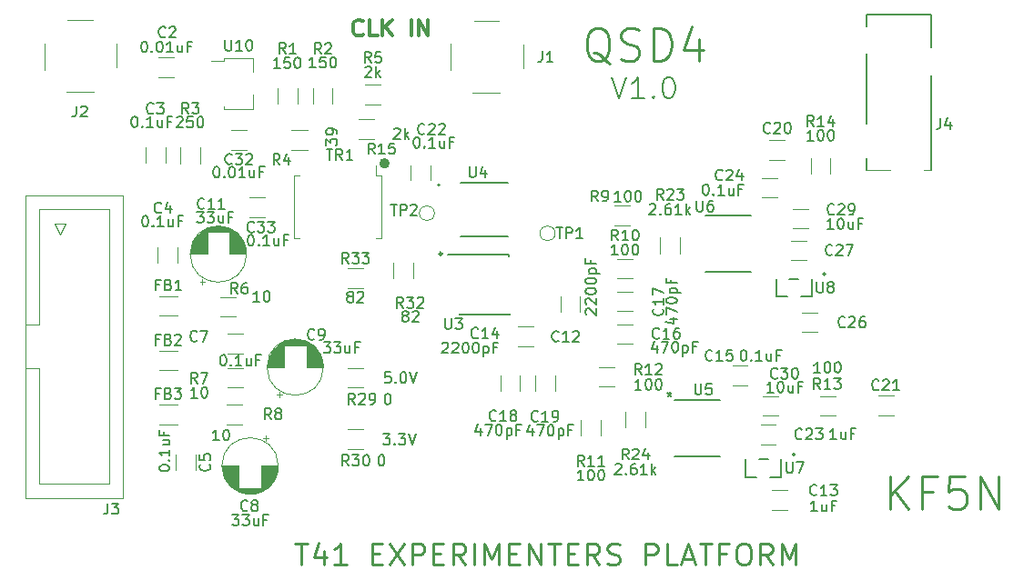
<source format=gto>
G04 #@! TF.GenerationSoftware,KiCad,Pcbnew,7.0.8*
G04 #@! TF.CreationDate,2023-11-05T16:21:54-05:00*
G04 #@! TF.ProjectId,qsd4,71736434-2e6b-4696-9361-645f70636258,rev?*
G04 #@! TF.SameCoordinates,Original*
G04 #@! TF.FileFunction,Legend,Top*
G04 #@! TF.FilePolarity,Positive*
%FSLAX46Y46*%
G04 Gerber Fmt 4.6, Leading zero omitted, Abs format (unit mm)*
G04 Created by KiCad (PCBNEW 7.0.8) date 2023-11-05 16:21:54*
%MOMM*%
%LPD*%
G01*
G04 APERTURE LIST*
%ADD10C,0.300000*%
%ADD11C,0.275000*%
%ADD12C,0.471761*%
%ADD13C,0.200000*%
%ADD14C,0.150000*%
%ADD15C,0.250000*%
%ADD16C,0.120000*%
%ADD17C,0.152400*%
%ADD18C,0.100000*%
%ADD19C,0.127000*%
G04 APERTURE END LIST*
D10*
X131332653Y-42304571D02*
X131261225Y-42376000D01*
X131261225Y-42376000D02*
X131046939Y-42447428D01*
X131046939Y-42447428D02*
X130904082Y-42447428D01*
X130904082Y-42447428D02*
X130689796Y-42376000D01*
X130689796Y-42376000D02*
X130546939Y-42233142D01*
X130546939Y-42233142D02*
X130475510Y-42090285D01*
X130475510Y-42090285D02*
X130404082Y-41804571D01*
X130404082Y-41804571D02*
X130404082Y-41590285D01*
X130404082Y-41590285D02*
X130475510Y-41304571D01*
X130475510Y-41304571D02*
X130546939Y-41161714D01*
X130546939Y-41161714D02*
X130689796Y-41018857D01*
X130689796Y-41018857D02*
X130904082Y-40947428D01*
X130904082Y-40947428D02*
X131046939Y-40947428D01*
X131046939Y-40947428D02*
X131261225Y-41018857D01*
X131261225Y-41018857D02*
X131332653Y-41090285D01*
X132689796Y-42447428D02*
X131975510Y-42447428D01*
X131975510Y-42447428D02*
X131975510Y-40947428D01*
X133189796Y-42447428D02*
X133189796Y-40947428D01*
X134046939Y-42447428D02*
X133404082Y-41590285D01*
X134046939Y-40947428D02*
X133189796Y-41804571D01*
X135832653Y-42447428D02*
X135832653Y-40947428D01*
X136546939Y-42447428D02*
X136546939Y-40947428D01*
X136546939Y-40947428D02*
X137404082Y-42447428D01*
X137404082Y-42447428D02*
X137404082Y-40947428D01*
D11*
X138712500Y-62750000D02*
G75*
G03*
X138712500Y-62750000I-137500J0D01*
G01*
D12*
X133585880Y-54330600D02*
G75*
G03*
X133585880Y-54330600I-235880J0D01*
G01*
D13*
X154472054Y-46294838D02*
X155138720Y-48294838D01*
X155138720Y-48294838D02*
X155805387Y-46294838D01*
X157519673Y-48294838D02*
X156376816Y-48294838D01*
X156948244Y-48294838D02*
X156948244Y-46294838D01*
X156948244Y-46294838D02*
X156757768Y-46580552D01*
X156757768Y-46580552D02*
X156567292Y-46771028D01*
X156567292Y-46771028D02*
X156376816Y-46866266D01*
X158376816Y-48104361D02*
X158472054Y-48199600D01*
X158472054Y-48199600D02*
X158376816Y-48294838D01*
X158376816Y-48294838D02*
X158281578Y-48199600D01*
X158281578Y-48199600D02*
X158376816Y-48104361D01*
X158376816Y-48104361D02*
X158376816Y-48294838D01*
X159710149Y-46294838D02*
X159900626Y-46294838D01*
X159900626Y-46294838D02*
X160091102Y-46390076D01*
X160091102Y-46390076D02*
X160186340Y-46485314D01*
X160186340Y-46485314D02*
X160281578Y-46675790D01*
X160281578Y-46675790D02*
X160376816Y-47056742D01*
X160376816Y-47056742D02*
X160376816Y-47532933D01*
X160376816Y-47532933D02*
X160281578Y-47913885D01*
X160281578Y-47913885D02*
X160186340Y-48104361D01*
X160186340Y-48104361D02*
X160091102Y-48199600D01*
X160091102Y-48199600D02*
X159900626Y-48294838D01*
X159900626Y-48294838D02*
X159710149Y-48294838D01*
X159710149Y-48294838D02*
X159519673Y-48199600D01*
X159519673Y-48199600D02*
X159424435Y-48104361D01*
X159424435Y-48104361D02*
X159329197Y-47913885D01*
X159329197Y-47913885D02*
X159233959Y-47532933D01*
X159233959Y-47532933D02*
X159233959Y-47056742D01*
X159233959Y-47056742D02*
X159329197Y-46675790D01*
X159329197Y-46675790D02*
X159424435Y-46485314D01*
X159424435Y-46485314D02*
X159519673Y-46390076D01*
X159519673Y-46390076D02*
X159710149Y-46294838D01*
D14*
X133241541Y-79519819D02*
X133860588Y-79519819D01*
X133860588Y-79519819D02*
X133527255Y-79900771D01*
X133527255Y-79900771D02*
X133670112Y-79900771D01*
X133670112Y-79900771D02*
X133765350Y-79948390D01*
X133765350Y-79948390D02*
X133812969Y-79996009D01*
X133812969Y-79996009D02*
X133860588Y-80091247D01*
X133860588Y-80091247D02*
X133860588Y-80329342D01*
X133860588Y-80329342D02*
X133812969Y-80424580D01*
X133812969Y-80424580D02*
X133765350Y-80472200D01*
X133765350Y-80472200D02*
X133670112Y-80519819D01*
X133670112Y-80519819D02*
X133384398Y-80519819D01*
X133384398Y-80519819D02*
X133289160Y-80472200D01*
X133289160Y-80472200D02*
X133241541Y-80424580D01*
X134289160Y-80424580D02*
X134336779Y-80472200D01*
X134336779Y-80472200D02*
X134289160Y-80519819D01*
X134289160Y-80519819D02*
X134241541Y-80472200D01*
X134241541Y-80472200D02*
X134289160Y-80424580D01*
X134289160Y-80424580D02*
X134289160Y-80519819D01*
X134670112Y-79519819D02*
X135289159Y-79519819D01*
X135289159Y-79519819D02*
X134955826Y-79900771D01*
X134955826Y-79900771D02*
X135098683Y-79900771D01*
X135098683Y-79900771D02*
X135193921Y-79948390D01*
X135193921Y-79948390D02*
X135241540Y-79996009D01*
X135241540Y-79996009D02*
X135289159Y-80091247D01*
X135289159Y-80091247D02*
X135289159Y-80329342D01*
X135289159Y-80329342D02*
X135241540Y-80424580D01*
X135241540Y-80424580D02*
X135193921Y-80472200D01*
X135193921Y-80472200D02*
X135098683Y-80519819D01*
X135098683Y-80519819D02*
X134812969Y-80519819D01*
X134812969Y-80519819D02*
X134717731Y-80472200D01*
X134717731Y-80472200D02*
X134670112Y-80424580D01*
X135574874Y-79519819D02*
X135908207Y-80519819D01*
X135908207Y-80519819D02*
X136241540Y-79519819D01*
D15*
X125054949Y-89717238D02*
X126197806Y-89717238D01*
X125626377Y-91717238D02*
X125626377Y-89717238D01*
X127721616Y-90383904D02*
X127721616Y-91717238D01*
X127245425Y-89622000D02*
X126769235Y-91050571D01*
X126769235Y-91050571D02*
X128007330Y-91050571D01*
X129816854Y-91717238D02*
X128673997Y-91717238D01*
X129245425Y-91717238D02*
X129245425Y-89717238D01*
X129245425Y-89717238D02*
X129054949Y-90002952D01*
X129054949Y-90002952D02*
X128864473Y-90193428D01*
X128864473Y-90193428D02*
X128673997Y-90288666D01*
X132197807Y-90669619D02*
X132864474Y-90669619D01*
X133150188Y-91717238D02*
X132197807Y-91717238D01*
X132197807Y-91717238D02*
X132197807Y-89717238D01*
X132197807Y-89717238D02*
X133150188Y-89717238D01*
X133816855Y-89717238D02*
X135150188Y-91717238D01*
X135150188Y-89717238D02*
X133816855Y-91717238D01*
X135912093Y-91717238D02*
X135912093Y-89717238D01*
X135912093Y-89717238D02*
X136673998Y-89717238D01*
X136673998Y-89717238D02*
X136864474Y-89812476D01*
X136864474Y-89812476D02*
X136959712Y-89907714D01*
X136959712Y-89907714D02*
X137054950Y-90098190D01*
X137054950Y-90098190D02*
X137054950Y-90383904D01*
X137054950Y-90383904D02*
X136959712Y-90574380D01*
X136959712Y-90574380D02*
X136864474Y-90669619D01*
X136864474Y-90669619D02*
X136673998Y-90764857D01*
X136673998Y-90764857D02*
X135912093Y-90764857D01*
X137912093Y-90669619D02*
X138578760Y-90669619D01*
X138864474Y-91717238D02*
X137912093Y-91717238D01*
X137912093Y-91717238D02*
X137912093Y-89717238D01*
X137912093Y-89717238D02*
X138864474Y-89717238D01*
X140864474Y-91717238D02*
X140197807Y-90764857D01*
X139721617Y-91717238D02*
X139721617Y-89717238D01*
X139721617Y-89717238D02*
X140483522Y-89717238D01*
X140483522Y-89717238D02*
X140673998Y-89812476D01*
X140673998Y-89812476D02*
X140769236Y-89907714D01*
X140769236Y-89907714D02*
X140864474Y-90098190D01*
X140864474Y-90098190D02*
X140864474Y-90383904D01*
X140864474Y-90383904D02*
X140769236Y-90574380D01*
X140769236Y-90574380D02*
X140673998Y-90669619D01*
X140673998Y-90669619D02*
X140483522Y-90764857D01*
X140483522Y-90764857D02*
X139721617Y-90764857D01*
X141721617Y-91717238D02*
X141721617Y-89717238D01*
X142673998Y-91717238D02*
X142673998Y-89717238D01*
X142673998Y-89717238D02*
X143340665Y-91145809D01*
X143340665Y-91145809D02*
X144007331Y-89717238D01*
X144007331Y-89717238D02*
X144007331Y-91717238D01*
X144959712Y-90669619D02*
X145626379Y-90669619D01*
X145912093Y-91717238D02*
X144959712Y-91717238D01*
X144959712Y-91717238D02*
X144959712Y-89717238D01*
X144959712Y-89717238D02*
X145912093Y-89717238D01*
X146769236Y-91717238D02*
X146769236Y-89717238D01*
X146769236Y-89717238D02*
X147912093Y-91717238D01*
X147912093Y-91717238D02*
X147912093Y-89717238D01*
X148578760Y-89717238D02*
X149721617Y-89717238D01*
X149150188Y-91717238D02*
X149150188Y-89717238D01*
X150388284Y-90669619D02*
X151054951Y-90669619D01*
X151340665Y-91717238D02*
X150388284Y-91717238D01*
X150388284Y-91717238D02*
X150388284Y-89717238D01*
X150388284Y-89717238D02*
X151340665Y-89717238D01*
X153340665Y-91717238D02*
X152673998Y-90764857D01*
X152197808Y-91717238D02*
X152197808Y-89717238D01*
X152197808Y-89717238D02*
X152959713Y-89717238D01*
X152959713Y-89717238D02*
X153150189Y-89812476D01*
X153150189Y-89812476D02*
X153245427Y-89907714D01*
X153245427Y-89907714D02*
X153340665Y-90098190D01*
X153340665Y-90098190D02*
X153340665Y-90383904D01*
X153340665Y-90383904D02*
X153245427Y-90574380D01*
X153245427Y-90574380D02*
X153150189Y-90669619D01*
X153150189Y-90669619D02*
X152959713Y-90764857D01*
X152959713Y-90764857D02*
X152197808Y-90764857D01*
X154102570Y-91622000D02*
X154388284Y-91717238D01*
X154388284Y-91717238D02*
X154864475Y-91717238D01*
X154864475Y-91717238D02*
X155054951Y-91622000D01*
X155054951Y-91622000D02*
X155150189Y-91526761D01*
X155150189Y-91526761D02*
X155245427Y-91336285D01*
X155245427Y-91336285D02*
X155245427Y-91145809D01*
X155245427Y-91145809D02*
X155150189Y-90955333D01*
X155150189Y-90955333D02*
X155054951Y-90860095D01*
X155054951Y-90860095D02*
X154864475Y-90764857D01*
X154864475Y-90764857D02*
X154483522Y-90669619D01*
X154483522Y-90669619D02*
X154293046Y-90574380D01*
X154293046Y-90574380D02*
X154197808Y-90479142D01*
X154197808Y-90479142D02*
X154102570Y-90288666D01*
X154102570Y-90288666D02*
X154102570Y-90098190D01*
X154102570Y-90098190D02*
X154197808Y-89907714D01*
X154197808Y-89907714D02*
X154293046Y-89812476D01*
X154293046Y-89812476D02*
X154483522Y-89717238D01*
X154483522Y-89717238D02*
X154959713Y-89717238D01*
X154959713Y-89717238D02*
X155245427Y-89812476D01*
X157626380Y-91717238D02*
X157626380Y-89717238D01*
X157626380Y-89717238D02*
X158388285Y-89717238D01*
X158388285Y-89717238D02*
X158578761Y-89812476D01*
X158578761Y-89812476D02*
X158673999Y-89907714D01*
X158673999Y-89907714D02*
X158769237Y-90098190D01*
X158769237Y-90098190D02*
X158769237Y-90383904D01*
X158769237Y-90383904D02*
X158673999Y-90574380D01*
X158673999Y-90574380D02*
X158578761Y-90669619D01*
X158578761Y-90669619D02*
X158388285Y-90764857D01*
X158388285Y-90764857D02*
X157626380Y-90764857D01*
X160578761Y-91717238D02*
X159626380Y-91717238D01*
X159626380Y-91717238D02*
X159626380Y-89717238D01*
X161150190Y-91145809D02*
X162102571Y-91145809D01*
X160959714Y-91717238D02*
X161626380Y-89717238D01*
X161626380Y-89717238D02*
X162293047Y-91717238D01*
X162674000Y-89717238D02*
X163816857Y-89717238D01*
X163245428Y-91717238D02*
X163245428Y-89717238D01*
X165150191Y-90669619D02*
X164483524Y-90669619D01*
X164483524Y-91717238D02*
X164483524Y-89717238D01*
X164483524Y-89717238D02*
X165435905Y-89717238D01*
X166578762Y-89717238D02*
X166959715Y-89717238D01*
X166959715Y-89717238D02*
X167150191Y-89812476D01*
X167150191Y-89812476D02*
X167340667Y-90002952D01*
X167340667Y-90002952D02*
X167435905Y-90383904D01*
X167435905Y-90383904D02*
X167435905Y-91050571D01*
X167435905Y-91050571D02*
X167340667Y-91431523D01*
X167340667Y-91431523D02*
X167150191Y-91622000D01*
X167150191Y-91622000D02*
X166959715Y-91717238D01*
X166959715Y-91717238D02*
X166578762Y-91717238D01*
X166578762Y-91717238D02*
X166388286Y-91622000D01*
X166388286Y-91622000D02*
X166197810Y-91431523D01*
X166197810Y-91431523D02*
X166102572Y-91050571D01*
X166102572Y-91050571D02*
X166102572Y-90383904D01*
X166102572Y-90383904D02*
X166197810Y-90002952D01*
X166197810Y-90002952D02*
X166388286Y-89812476D01*
X166388286Y-89812476D02*
X166578762Y-89717238D01*
X169435905Y-91717238D02*
X168769238Y-90764857D01*
X168293048Y-91717238D02*
X168293048Y-89717238D01*
X168293048Y-89717238D02*
X169054953Y-89717238D01*
X169054953Y-89717238D02*
X169245429Y-89812476D01*
X169245429Y-89812476D02*
X169340667Y-89907714D01*
X169340667Y-89907714D02*
X169435905Y-90098190D01*
X169435905Y-90098190D02*
X169435905Y-90383904D01*
X169435905Y-90383904D02*
X169340667Y-90574380D01*
X169340667Y-90574380D02*
X169245429Y-90669619D01*
X169245429Y-90669619D02*
X169054953Y-90764857D01*
X169054953Y-90764857D02*
X168293048Y-90764857D01*
X170293048Y-91717238D02*
X170293048Y-89717238D01*
X170293048Y-89717238D02*
X170959715Y-91145809D01*
X170959715Y-91145809D02*
X171626381Y-89717238D01*
X171626381Y-89717238D02*
X171626381Y-91717238D01*
X154353758Y-45030571D02*
X154068044Y-44887714D01*
X154068044Y-44887714D02*
X153782330Y-44602000D01*
X153782330Y-44602000D02*
X153353758Y-44173428D01*
X153353758Y-44173428D02*
X153068044Y-44030571D01*
X153068044Y-44030571D02*
X152782330Y-44030571D01*
X152925187Y-44744857D02*
X152639473Y-44602000D01*
X152639473Y-44602000D02*
X152353758Y-44316285D01*
X152353758Y-44316285D02*
X152210901Y-43744857D01*
X152210901Y-43744857D02*
X152210901Y-42744857D01*
X152210901Y-42744857D02*
X152353758Y-42173428D01*
X152353758Y-42173428D02*
X152639473Y-41887714D01*
X152639473Y-41887714D02*
X152925187Y-41744857D01*
X152925187Y-41744857D02*
X153496615Y-41744857D01*
X153496615Y-41744857D02*
X153782330Y-41887714D01*
X153782330Y-41887714D02*
X154068044Y-42173428D01*
X154068044Y-42173428D02*
X154210901Y-42744857D01*
X154210901Y-42744857D02*
X154210901Y-43744857D01*
X154210901Y-43744857D02*
X154068044Y-44316285D01*
X154068044Y-44316285D02*
X153782330Y-44602000D01*
X153782330Y-44602000D02*
X153496615Y-44744857D01*
X153496615Y-44744857D02*
X152925187Y-44744857D01*
X155353758Y-44602000D02*
X155782330Y-44744857D01*
X155782330Y-44744857D02*
X156496615Y-44744857D01*
X156496615Y-44744857D02*
X156782330Y-44602000D01*
X156782330Y-44602000D02*
X156925187Y-44459142D01*
X156925187Y-44459142D02*
X157068044Y-44173428D01*
X157068044Y-44173428D02*
X157068044Y-43887714D01*
X157068044Y-43887714D02*
X156925187Y-43602000D01*
X156925187Y-43602000D02*
X156782330Y-43459142D01*
X156782330Y-43459142D02*
X156496615Y-43316285D01*
X156496615Y-43316285D02*
X155925187Y-43173428D01*
X155925187Y-43173428D02*
X155639472Y-43030571D01*
X155639472Y-43030571D02*
X155496615Y-42887714D01*
X155496615Y-42887714D02*
X155353758Y-42602000D01*
X155353758Y-42602000D02*
X155353758Y-42316285D01*
X155353758Y-42316285D02*
X155496615Y-42030571D01*
X155496615Y-42030571D02*
X155639472Y-41887714D01*
X155639472Y-41887714D02*
X155925187Y-41744857D01*
X155925187Y-41744857D02*
X156639472Y-41744857D01*
X156639472Y-41744857D02*
X157068044Y-41887714D01*
X158353758Y-44744857D02*
X158353758Y-41744857D01*
X158353758Y-41744857D02*
X159068044Y-41744857D01*
X159068044Y-41744857D02*
X159496615Y-41887714D01*
X159496615Y-41887714D02*
X159782330Y-42173428D01*
X159782330Y-42173428D02*
X159925187Y-42459142D01*
X159925187Y-42459142D02*
X160068044Y-43030571D01*
X160068044Y-43030571D02*
X160068044Y-43459142D01*
X160068044Y-43459142D02*
X159925187Y-44030571D01*
X159925187Y-44030571D02*
X159782330Y-44316285D01*
X159782330Y-44316285D02*
X159496615Y-44602000D01*
X159496615Y-44602000D02*
X159068044Y-44744857D01*
X159068044Y-44744857D02*
X158353758Y-44744857D01*
X162639473Y-42744857D02*
X162639473Y-44744857D01*
X161925187Y-41602000D02*
X161210901Y-43744857D01*
X161210901Y-43744857D02*
X163068044Y-43744857D01*
D14*
X133912969Y-73769819D02*
X133436779Y-73769819D01*
X133436779Y-73769819D02*
X133389160Y-74246009D01*
X133389160Y-74246009D02*
X133436779Y-74198390D01*
X133436779Y-74198390D02*
X133532017Y-74150771D01*
X133532017Y-74150771D02*
X133770112Y-74150771D01*
X133770112Y-74150771D02*
X133865350Y-74198390D01*
X133865350Y-74198390D02*
X133912969Y-74246009D01*
X133912969Y-74246009D02*
X133960588Y-74341247D01*
X133960588Y-74341247D02*
X133960588Y-74579342D01*
X133960588Y-74579342D02*
X133912969Y-74674580D01*
X133912969Y-74674580D02*
X133865350Y-74722200D01*
X133865350Y-74722200D02*
X133770112Y-74769819D01*
X133770112Y-74769819D02*
X133532017Y-74769819D01*
X133532017Y-74769819D02*
X133436779Y-74722200D01*
X133436779Y-74722200D02*
X133389160Y-74674580D01*
X134389160Y-74674580D02*
X134436779Y-74722200D01*
X134436779Y-74722200D02*
X134389160Y-74769819D01*
X134389160Y-74769819D02*
X134341541Y-74722200D01*
X134341541Y-74722200D02*
X134389160Y-74674580D01*
X134389160Y-74674580D02*
X134389160Y-74769819D01*
X135055826Y-73769819D02*
X135151064Y-73769819D01*
X135151064Y-73769819D02*
X135246302Y-73817438D01*
X135246302Y-73817438D02*
X135293921Y-73865057D01*
X135293921Y-73865057D02*
X135341540Y-73960295D01*
X135341540Y-73960295D02*
X135389159Y-74150771D01*
X135389159Y-74150771D02*
X135389159Y-74388866D01*
X135389159Y-74388866D02*
X135341540Y-74579342D01*
X135341540Y-74579342D02*
X135293921Y-74674580D01*
X135293921Y-74674580D02*
X135246302Y-74722200D01*
X135246302Y-74722200D02*
X135151064Y-74769819D01*
X135151064Y-74769819D02*
X135055826Y-74769819D01*
X135055826Y-74769819D02*
X134960588Y-74722200D01*
X134960588Y-74722200D02*
X134912969Y-74674580D01*
X134912969Y-74674580D02*
X134865350Y-74579342D01*
X134865350Y-74579342D02*
X134817731Y-74388866D01*
X134817731Y-74388866D02*
X134817731Y-74150771D01*
X134817731Y-74150771D02*
X134865350Y-73960295D01*
X134865350Y-73960295D02*
X134912969Y-73865057D01*
X134912969Y-73865057D02*
X134960588Y-73817438D01*
X134960588Y-73817438D02*
X135055826Y-73769819D01*
X135674874Y-73769819D02*
X136008207Y-74769819D01*
X136008207Y-74769819D02*
X136341540Y-73769819D01*
D15*
X180353758Y-86519857D02*
X180353758Y-83519857D01*
X182068044Y-86519857D02*
X180782330Y-84805571D01*
X182068044Y-83519857D02*
X180353758Y-85234142D01*
X184353758Y-84948428D02*
X183353758Y-84948428D01*
X183353758Y-86519857D02*
X183353758Y-83519857D01*
X183353758Y-83519857D02*
X184782330Y-83519857D01*
X187353759Y-83519857D02*
X185925187Y-83519857D01*
X185925187Y-83519857D02*
X185782330Y-84948428D01*
X185782330Y-84948428D02*
X185925187Y-84805571D01*
X185925187Y-84805571D02*
X186210902Y-84662714D01*
X186210902Y-84662714D02*
X186925187Y-84662714D01*
X186925187Y-84662714D02*
X187210902Y-84805571D01*
X187210902Y-84805571D02*
X187353759Y-84948428D01*
X187353759Y-84948428D02*
X187496616Y-85234142D01*
X187496616Y-85234142D02*
X187496616Y-85948428D01*
X187496616Y-85948428D02*
X187353759Y-86234142D01*
X187353759Y-86234142D02*
X187210902Y-86377000D01*
X187210902Y-86377000D02*
X186925187Y-86519857D01*
X186925187Y-86519857D02*
X186210902Y-86519857D01*
X186210902Y-86519857D02*
X185925187Y-86377000D01*
X185925187Y-86377000D02*
X185782330Y-86234142D01*
X188782330Y-86519857D02*
X188782330Y-83519857D01*
X188782330Y-83519857D02*
X190496616Y-86519857D01*
X190496616Y-86519857D02*
X190496616Y-83519857D01*
D14*
X112391666Y-75731009D02*
X112058333Y-75731009D01*
X112058333Y-76254819D02*
X112058333Y-75254819D01*
X112058333Y-75254819D02*
X112534523Y-75254819D01*
X113248809Y-75731009D02*
X113391666Y-75778628D01*
X113391666Y-75778628D02*
X113439285Y-75826247D01*
X113439285Y-75826247D02*
X113486904Y-75921485D01*
X113486904Y-75921485D02*
X113486904Y-76064342D01*
X113486904Y-76064342D02*
X113439285Y-76159580D01*
X113439285Y-76159580D02*
X113391666Y-76207200D01*
X113391666Y-76207200D02*
X113296428Y-76254819D01*
X113296428Y-76254819D02*
X112915476Y-76254819D01*
X112915476Y-76254819D02*
X112915476Y-75254819D01*
X112915476Y-75254819D02*
X113248809Y-75254819D01*
X113248809Y-75254819D02*
X113344047Y-75302438D01*
X113344047Y-75302438D02*
X113391666Y-75350057D01*
X113391666Y-75350057D02*
X113439285Y-75445295D01*
X113439285Y-75445295D02*
X113439285Y-75540533D01*
X113439285Y-75540533D02*
X113391666Y-75635771D01*
X113391666Y-75635771D02*
X113344047Y-75683390D01*
X113344047Y-75683390D02*
X113248809Y-75731009D01*
X113248809Y-75731009D02*
X112915476Y-75731009D01*
X113820238Y-75254819D02*
X114439285Y-75254819D01*
X114439285Y-75254819D02*
X114105952Y-75635771D01*
X114105952Y-75635771D02*
X114248809Y-75635771D01*
X114248809Y-75635771D02*
X114344047Y-75683390D01*
X114344047Y-75683390D02*
X114391666Y-75731009D01*
X114391666Y-75731009D02*
X114439285Y-75826247D01*
X114439285Y-75826247D02*
X114439285Y-76064342D01*
X114439285Y-76064342D02*
X114391666Y-76159580D01*
X114391666Y-76159580D02*
X114344047Y-76207200D01*
X114344047Y-76207200D02*
X114248809Y-76254819D01*
X114248809Y-76254819D02*
X113963095Y-76254819D01*
X113963095Y-76254819D02*
X113867857Y-76207200D01*
X113867857Y-76207200D02*
X113820238Y-76159580D01*
X173282142Y-50879819D02*
X172948809Y-50403628D01*
X172710714Y-50879819D02*
X172710714Y-49879819D01*
X172710714Y-49879819D02*
X173091666Y-49879819D01*
X173091666Y-49879819D02*
X173186904Y-49927438D01*
X173186904Y-49927438D02*
X173234523Y-49975057D01*
X173234523Y-49975057D02*
X173282142Y-50070295D01*
X173282142Y-50070295D02*
X173282142Y-50213152D01*
X173282142Y-50213152D02*
X173234523Y-50308390D01*
X173234523Y-50308390D02*
X173186904Y-50356009D01*
X173186904Y-50356009D02*
X173091666Y-50403628D01*
X173091666Y-50403628D02*
X172710714Y-50403628D01*
X174234523Y-50879819D02*
X173663095Y-50879819D01*
X173948809Y-50879819D02*
X173948809Y-49879819D01*
X173948809Y-49879819D02*
X173853571Y-50022676D01*
X173853571Y-50022676D02*
X173758333Y-50117914D01*
X173758333Y-50117914D02*
X173663095Y-50165533D01*
X175091666Y-50213152D02*
X175091666Y-50879819D01*
X174853571Y-49832200D02*
X174615476Y-50546485D01*
X174615476Y-50546485D02*
X175234523Y-50546485D01*
X173258333Y-52204819D02*
X172686905Y-52204819D01*
X172972619Y-52204819D02*
X172972619Y-51204819D01*
X172972619Y-51204819D02*
X172877381Y-51347676D01*
X172877381Y-51347676D02*
X172782143Y-51442914D01*
X172782143Y-51442914D02*
X172686905Y-51490533D01*
X173877381Y-51204819D02*
X173972619Y-51204819D01*
X173972619Y-51204819D02*
X174067857Y-51252438D01*
X174067857Y-51252438D02*
X174115476Y-51300057D01*
X174115476Y-51300057D02*
X174163095Y-51395295D01*
X174163095Y-51395295D02*
X174210714Y-51585771D01*
X174210714Y-51585771D02*
X174210714Y-51823866D01*
X174210714Y-51823866D02*
X174163095Y-52014342D01*
X174163095Y-52014342D02*
X174115476Y-52109580D01*
X174115476Y-52109580D02*
X174067857Y-52157200D01*
X174067857Y-52157200D02*
X173972619Y-52204819D01*
X173972619Y-52204819D02*
X173877381Y-52204819D01*
X173877381Y-52204819D02*
X173782143Y-52157200D01*
X173782143Y-52157200D02*
X173734524Y-52109580D01*
X173734524Y-52109580D02*
X173686905Y-52014342D01*
X173686905Y-52014342D02*
X173639286Y-51823866D01*
X173639286Y-51823866D02*
X173639286Y-51585771D01*
X173639286Y-51585771D02*
X173686905Y-51395295D01*
X173686905Y-51395295D02*
X173734524Y-51300057D01*
X173734524Y-51300057D02*
X173782143Y-51252438D01*
X173782143Y-51252438D02*
X173877381Y-51204819D01*
X174829762Y-51204819D02*
X174925000Y-51204819D01*
X174925000Y-51204819D02*
X175020238Y-51252438D01*
X175020238Y-51252438D02*
X175067857Y-51300057D01*
X175067857Y-51300057D02*
X175115476Y-51395295D01*
X175115476Y-51395295D02*
X175163095Y-51585771D01*
X175163095Y-51585771D02*
X175163095Y-51823866D01*
X175163095Y-51823866D02*
X175115476Y-52014342D01*
X175115476Y-52014342D02*
X175067857Y-52109580D01*
X175067857Y-52109580D02*
X175020238Y-52157200D01*
X175020238Y-52157200D02*
X174925000Y-52204819D01*
X174925000Y-52204819D02*
X174829762Y-52204819D01*
X174829762Y-52204819D02*
X174734524Y-52157200D01*
X174734524Y-52157200D02*
X174686905Y-52109580D01*
X174686905Y-52109580D02*
X174639286Y-52014342D01*
X174639286Y-52014342D02*
X174591667Y-51823866D01*
X174591667Y-51823866D02*
X174591667Y-51585771D01*
X174591667Y-51585771D02*
X174639286Y-51395295D01*
X174639286Y-51395295D02*
X174686905Y-51300057D01*
X174686905Y-51300057D02*
X174734524Y-51252438D01*
X174734524Y-51252438D02*
X174829762Y-51204819D01*
X119683333Y-66454819D02*
X119350000Y-65978628D01*
X119111905Y-66454819D02*
X119111905Y-65454819D01*
X119111905Y-65454819D02*
X119492857Y-65454819D01*
X119492857Y-65454819D02*
X119588095Y-65502438D01*
X119588095Y-65502438D02*
X119635714Y-65550057D01*
X119635714Y-65550057D02*
X119683333Y-65645295D01*
X119683333Y-65645295D02*
X119683333Y-65788152D01*
X119683333Y-65788152D02*
X119635714Y-65883390D01*
X119635714Y-65883390D02*
X119588095Y-65931009D01*
X119588095Y-65931009D02*
X119492857Y-65978628D01*
X119492857Y-65978628D02*
X119111905Y-65978628D01*
X120540476Y-65454819D02*
X120350000Y-65454819D01*
X120350000Y-65454819D02*
X120254762Y-65502438D01*
X120254762Y-65502438D02*
X120207143Y-65550057D01*
X120207143Y-65550057D02*
X120111905Y-65692914D01*
X120111905Y-65692914D02*
X120064286Y-65883390D01*
X120064286Y-65883390D02*
X120064286Y-66264342D01*
X120064286Y-66264342D02*
X120111905Y-66359580D01*
X120111905Y-66359580D02*
X120159524Y-66407200D01*
X120159524Y-66407200D02*
X120254762Y-66454819D01*
X120254762Y-66454819D02*
X120445238Y-66454819D01*
X120445238Y-66454819D02*
X120540476Y-66407200D01*
X120540476Y-66407200D02*
X120588095Y-66359580D01*
X120588095Y-66359580D02*
X120635714Y-66264342D01*
X120635714Y-66264342D02*
X120635714Y-66026247D01*
X120635714Y-66026247D02*
X120588095Y-65931009D01*
X120588095Y-65931009D02*
X120540476Y-65883390D01*
X120540476Y-65883390D02*
X120445238Y-65835771D01*
X120445238Y-65835771D02*
X120254762Y-65835771D01*
X120254762Y-65835771D02*
X120159524Y-65883390D01*
X120159524Y-65883390D02*
X120111905Y-65931009D01*
X120111905Y-65931009D02*
X120064286Y-66026247D01*
X121734523Y-67204819D02*
X121163095Y-67204819D01*
X121448809Y-67204819D02*
X121448809Y-66204819D01*
X121448809Y-66204819D02*
X121353571Y-66347676D01*
X121353571Y-66347676D02*
X121258333Y-66442914D01*
X121258333Y-66442914D02*
X121163095Y-66490533D01*
X122353571Y-66204819D02*
X122448809Y-66204819D01*
X122448809Y-66204819D02*
X122544047Y-66252438D01*
X122544047Y-66252438D02*
X122591666Y-66300057D01*
X122591666Y-66300057D02*
X122639285Y-66395295D01*
X122639285Y-66395295D02*
X122686904Y-66585771D01*
X122686904Y-66585771D02*
X122686904Y-66823866D01*
X122686904Y-66823866D02*
X122639285Y-67014342D01*
X122639285Y-67014342D02*
X122591666Y-67109580D01*
X122591666Y-67109580D02*
X122544047Y-67157200D01*
X122544047Y-67157200D02*
X122448809Y-67204819D01*
X122448809Y-67204819D02*
X122353571Y-67204819D01*
X122353571Y-67204819D02*
X122258333Y-67157200D01*
X122258333Y-67157200D02*
X122210714Y-67109580D01*
X122210714Y-67109580D02*
X122163095Y-67014342D01*
X122163095Y-67014342D02*
X122115476Y-66823866D01*
X122115476Y-66823866D02*
X122115476Y-66585771D01*
X122115476Y-66585771D02*
X122163095Y-66395295D01*
X122163095Y-66395295D02*
X122210714Y-66300057D01*
X122210714Y-66300057D02*
X122258333Y-66252438D01*
X122258333Y-66252438D02*
X122353571Y-66204819D01*
X142047142Y-70534580D02*
X141999523Y-70582200D01*
X141999523Y-70582200D02*
X141856666Y-70629819D01*
X141856666Y-70629819D02*
X141761428Y-70629819D01*
X141761428Y-70629819D02*
X141618571Y-70582200D01*
X141618571Y-70582200D02*
X141523333Y-70486961D01*
X141523333Y-70486961D02*
X141475714Y-70391723D01*
X141475714Y-70391723D02*
X141428095Y-70201247D01*
X141428095Y-70201247D02*
X141428095Y-70058390D01*
X141428095Y-70058390D02*
X141475714Y-69867914D01*
X141475714Y-69867914D02*
X141523333Y-69772676D01*
X141523333Y-69772676D02*
X141618571Y-69677438D01*
X141618571Y-69677438D02*
X141761428Y-69629819D01*
X141761428Y-69629819D02*
X141856666Y-69629819D01*
X141856666Y-69629819D02*
X141999523Y-69677438D01*
X141999523Y-69677438D02*
X142047142Y-69725057D01*
X142999523Y-70629819D02*
X142428095Y-70629819D01*
X142713809Y-70629819D02*
X142713809Y-69629819D01*
X142713809Y-69629819D02*
X142618571Y-69772676D01*
X142618571Y-69772676D02*
X142523333Y-69867914D01*
X142523333Y-69867914D02*
X142428095Y-69915533D01*
X143856666Y-69963152D02*
X143856666Y-70629819D01*
X143618571Y-69582200D02*
X143380476Y-70296485D01*
X143380476Y-70296485D02*
X143999523Y-70296485D01*
X138704762Y-71100057D02*
X138752381Y-71052438D01*
X138752381Y-71052438D02*
X138847619Y-71004819D01*
X138847619Y-71004819D02*
X139085714Y-71004819D01*
X139085714Y-71004819D02*
X139180952Y-71052438D01*
X139180952Y-71052438D02*
X139228571Y-71100057D01*
X139228571Y-71100057D02*
X139276190Y-71195295D01*
X139276190Y-71195295D02*
X139276190Y-71290533D01*
X139276190Y-71290533D02*
X139228571Y-71433390D01*
X139228571Y-71433390D02*
X138657143Y-72004819D01*
X138657143Y-72004819D02*
X139276190Y-72004819D01*
X139657143Y-71100057D02*
X139704762Y-71052438D01*
X139704762Y-71052438D02*
X139800000Y-71004819D01*
X139800000Y-71004819D02*
X140038095Y-71004819D01*
X140038095Y-71004819D02*
X140133333Y-71052438D01*
X140133333Y-71052438D02*
X140180952Y-71100057D01*
X140180952Y-71100057D02*
X140228571Y-71195295D01*
X140228571Y-71195295D02*
X140228571Y-71290533D01*
X140228571Y-71290533D02*
X140180952Y-71433390D01*
X140180952Y-71433390D02*
X139609524Y-72004819D01*
X139609524Y-72004819D02*
X140228571Y-72004819D01*
X140847619Y-71004819D02*
X140942857Y-71004819D01*
X140942857Y-71004819D02*
X141038095Y-71052438D01*
X141038095Y-71052438D02*
X141085714Y-71100057D01*
X141085714Y-71100057D02*
X141133333Y-71195295D01*
X141133333Y-71195295D02*
X141180952Y-71385771D01*
X141180952Y-71385771D02*
X141180952Y-71623866D01*
X141180952Y-71623866D02*
X141133333Y-71814342D01*
X141133333Y-71814342D02*
X141085714Y-71909580D01*
X141085714Y-71909580D02*
X141038095Y-71957200D01*
X141038095Y-71957200D02*
X140942857Y-72004819D01*
X140942857Y-72004819D02*
X140847619Y-72004819D01*
X140847619Y-72004819D02*
X140752381Y-71957200D01*
X140752381Y-71957200D02*
X140704762Y-71909580D01*
X140704762Y-71909580D02*
X140657143Y-71814342D01*
X140657143Y-71814342D02*
X140609524Y-71623866D01*
X140609524Y-71623866D02*
X140609524Y-71385771D01*
X140609524Y-71385771D02*
X140657143Y-71195295D01*
X140657143Y-71195295D02*
X140704762Y-71100057D01*
X140704762Y-71100057D02*
X140752381Y-71052438D01*
X140752381Y-71052438D02*
X140847619Y-71004819D01*
X141800000Y-71004819D02*
X141895238Y-71004819D01*
X141895238Y-71004819D02*
X141990476Y-71052438D01*
X141990476Y-71052438D02*
X142038095Y-71100057D01*
X142038095Y-71100057D02*
X142085714Y-71195295D01*
X142085714Y-71195295D02*
X142133333Y-71385771D01*
X142133333Y-71385771D02*
X142133333Y-71623866D01*
X142133333Y-71623866D02*
X142085714Y-71814342D01*
X142085714Y-71814342D02*
X142038095Y-71909580D01*
X142038095Y-71909580D02*
X141990476Y-71957200D01*
X141990476Y-71957200D02*
X141895238Y-72004819D01*
X141895238Y-72004819D02*
X141800000Y-72004819D01*
X141800000Y-72004819D02*
X141704762Y-71957200D01*
X141704762Y-71957200D02*
X141657143Y-71909580D01*
X141657143Y-71909580D02*
X141609524Y-71814342D01*
X141609524Y-71814342D02*
X141561905Y-71623866D01*
X141561905Y-71623866D02*
X141561905Y-71385771D01*
X141561905Y-71385771D02*
X141609524Y-71195295D01*
X141609524Y-71195295D02*
X141657143Y-71100057D01*
X141657143Y-71100057D02*
X141704762Y-71052438D01*
X141704762Y-71052438D02*
X141800000Y-71004819D01*
X142561905Y-71338152D02*
X142561905Y-72338152D01*
X142561905Y-71385771D02*
X142657143Y-71338152D01*
X142657143Y-71338152D02*
X142847619Y-71338152D01*
X142847619Y-71338152D02*
X142942857Y-71385771D01*
X142942857Y-71385771D02*
X142990476Y-71433390D01*
X142990476Y-71433390D02*
X143038095Y-71528628D01*
X143038095Y-71528628D02*
X143038095Y-71814342D01*
X143038095Y-71814342D02*
X142990476Y-71909580D01*
X142990476Y-71909580D02*
X142942857Y-71957200D01*
X142942857Y-71957200D02*
X142847619Y-72004819D01*
X142847619Y-72004819D02*
X142657143Y-72004819D01*
X142657143Y-72004819D02*
X142561905Y-71957200D01*
X143800000Y-71481009D02*
X143466667Y-71481009D01*
X143466667Y-72004819D02*
X143466667Y-71004819D01*
X143466667Y-71004819D02*
X143942857Y-71004819D01*
X157257142Y-74004819D02*
X156923809Y-73528628D01*
X156685714Y-74004819D02*
X156685714Y-73004819D01*
X156685714Y-73004819D02*
X157066666Y-73004819D01*
X157066666Y-73004819D02*
X157161904Y-73052438D01*
X157161904Y-73052438D02*
X157209523Y-73100057D01*
X157209523Y-73100057D02*
X157257142Y-73195295D01*
X157257142Y-73195295D02*
X157257142Y-73338152D01*
X157257142Y-73338152D02*
X157209523Y-73433390D01*
X157209523Y-73433390D02*
X157161904Y-73481009D01*
X157161904Y-73481009D02*
X157066666Y-73528628D01*
X157066666Y-73528628D02*
X156685714Y-73528628D01*
X158209523Y-74004819D02*
X157638095Y-74004819D01*
X157923809Y-74004819D02*
X157923809Y-73004819D01*
X157923809Y-73004819D02*
X157828571Y-73147676D01*
X157828571Y-73147676D02*
X157733333Y-73242914D01*
X157733333Y-73242914D02*
X157638095Y-73290533D01*
X158590476Y-73100057D02*
X158638095Y-73052438D01*
X158638095Y-73052438D02*
X158733333Y-73004819D01*
X158733333Y-73004819D02*
X158971428Y-73004819D01*
X158971428Y-73004819D02*
X159066666Y-73052438D01*
X159066666Y-73052438D02*
X159114285Y-73100057D01*
X159114285Y-73100057D02*
X159161904Y-73195295D01*
X159161904Y-73195295D02*
X159161904Y-73290533D01*
X159161904Y-73290533D02*
X159114285Y-73433390D01*
X159114285Y-73433390D02*
X158542857Y-74004819D01*
X158542857Y-74004819D02*
X159161904Y-74004819D01*
X157233333Y-75404819D02*
X156661905Y-75404819D01*
X156947619Y-75404819D02*
X156947619Y-74404819D01*
X156947619Y-74404819D02*
X156852381Y-74547676D01*
X156852381Y-74547676D02*
X156757143Y-74642914D01*
X156757143Y-74642914D02*
X156661905Y-74690533D01*
X157852381Y-74404819D02*
X157947619Y-74404819D01*
X157947619Y-74404819D02*
X158042857Y-74452438D01*
X158042857Y-74452438D02*
X158090476Y-74500057D01*
X158090476Y-74500057D02*
X158138095Y-74595295D01*
X158138095Y-74595295D02*
X158185714Y-74785771D01*
X158185714Y-74785771D02*
X158185714Y-75023866D01*
X158185714Y-75023866D02*
X158138095Y-75214342D01*
X158138095Y-75214342D02*
X158090476Y-75309580D01*
X158090476Y-75309580D02*
X158042857Y-75357200D01*
X158042857Y-75357200D02*
X157947619Y-75404819D01*
X157947619Y-75404819D02*
X157852381Y-75404819D01*
X157852381Y-75404819D02*
X157757143Y-75357200D01*
X157757143Y-75357200D02*
X157709524Y-75309580D01*
X157709524Y-75309580D02*
X157661905Y-75214342D01*
X157661905Y-75214342D02*
X157614286Y-75023866D01*
X157614286Y-75023866D02*
X157614286Y-74785771D01*
X157614286Y-74785771D02*
X157661905Y-74595295D01*
X157661905Y-74595295D02*
X157709524Y-74500057D01*
X157709524Y-74500057D02*
X157757143Y-74452438D01*
X157757143Y-74452438D02*
X157852381Y-74404819D01*
X158804762Y-74404819D02*
X158900000Y-74404819D01*
X158900000Y-74404819D02*
X158995238Y-74452438D01*
X158995238Y-74452438D02*
X159042857Y-74500057D01*
X159042857Y-74500057D02*
X159090476Y-74595295D01*
X159090476Y-74595295D02*
X159138095Y-74785771D01*
X159138095Y-74785771D02*
X159138095Y-75023866D01*
X159138095Y-75023866D02*
X159090476Y-75214342D01*
X159090476Y-75214342D02*
X159042857Y-75309580D01*
X159042857Y-75309580D02*
X158995238Y-75357200D01*
X158995238Y-75357200D02*
X158900000Y-75404819D01*
X158900000Y-75404819D02*
X158804762Y-75404819D01*
X158804762Y-75404819D02*
X158709524Y-75357200D01*
X158709524Y-75357200D02*
X158661905Y-75309580D01*
X158661905Y-75309580D02*
X158614286Y-75214342D01*
X158614286Y-75214342D02*
X158566667Y-75023866D01*
X158566667Y-75023866D02*
X158566667Y-74785771D01*
X158566667Y-74785771D02*
X158614286Y-74595295D01*
X158614286Y-74595295D02*
X158661905Y-74500057D01*
X158661905Y-74500057D02*
X158709524Y-74452438D01*
X158709524Y-74452438D02*
X158804762Y-74404819D01*
X175007142Y-62809580D02*
X174959523Y-62857200D01*
X174959523Y-62857200D02*
X174816666Y-62904819D01*
X174816666Y-62904819D02*
X174721428Y-62904819D01*
X174721428Y-62904819D02*
X174578571Y-62857200D01*
X174578571Y-62857200D02*
X174483333Y-62761961D01*
X174483333Y-62761961D02*
X174435714Y-62666723D01*
X174435714Y-62666723D02*
X174388095Y-62476247D01*
X174388095Y-62476247D02*
X174388095Y-62333390D01*
X174388095Y-62333390D02*
X174435714Y-62142914D01*
X174435714Y-62142914D02*
X174483333Y-62047676D01*
X174483333Y-62047676D02*
X174578571Y-61952438D01*
X174578571Y-61952438D02*
X174721428Y-61904819D01*
X174721428Y-61904819D02*
X174816666Y-61904819D01*
X174816666Y-61904819D02*
X174959523Y-61952438D01*
X174959523Y-61952438D02*
X175007142Y-62000057D01*
X175388095Y-62000057D02*
X175435714Y-61952438D01*
X175435714Y-61952438D02*
X175530952Y-61904819D01*
X175530952Y-61904819D02*
X175769047Y-61904819D01*
X175769047Y-61904819D02*
X175864285Y-61952438D01*
X175864285Y-61952438D02*
X175911904Y-62000057D01*
X175911904Y-62000057D02*
X175959523Y-62095295D01*
X175959523Y-62095295D02*
X175959523Y-62190533D01*
X175959523Y-62190533D02*
X175911904Y-62333390D01*
X175911904Y-62333390D02*
X175340476Y-62904819D01*
X175340476Y-62904819D02*
X175959523Y-62904819D01*
X176292857Y-61904819D02*
X176959523Y-61904819D01*
X176959523Y-61904819D02*
X176530952Y-62904819D01*
X169907142Y-74284580D02*
X169859523Y-74332200D01*
X169859523Y-74332200D02*
X169716666Y-74379819D01*
X169716666Y-74379819D02*
X169621428Y-74379819D01*
X169621428Y-74379819D02*
X169478571Y-74332200D01*
X169478571Y-74332200D02*
X169383333Y-74236961D01*
X169383333Y-74236961D02*
X169335714Y-74141723D01*
X169335714Y-74141723D02*
X169288095Y-73951247D01*
X169288095Y-73951247D02*
X169288095Y-73808390D01*
X169288095Y-73808390D02*
X169335714Y-73617914D01*
X169335714Y-73617914D02*
X169383333Y-73522676D01*
X169383333Y-73522676D02*
X169478571Y-73427438D01*
X169478571Y-73427438D02*
X169621428Y-73379819D01*
X169621428Y-73379819D02*
X169716666Y-73379819D01*
X169716666Y-73379819D02*
X169859523Y-73427438D01*
X169859523Y-73427438D02*
X169907142Y-73475057D01*
X170240476Y-73379819D02*
X170859523Y-73379819D01*
X170859523Y-73379819D02*
X170526190Y-73760771D01*
X170526190Y-73760771D02*
X170669047Y-73760771D01*
X170669047Y-73760771D02*
X170764285Y-73808390D01*
X170764285Y-73808390D02*
X170811904Y-73856009D01*
X170811904Y-73856009D02*
X170859523Y-73951247D01*
X170859523Y-73951247D02*
X170859523Y-74189342D01*
X170859523Y-74189342D02*
X170811904Y-74284580D01*
X170811904Y-74284580D02*
X170764285Y-74332200D01*
X170764285Y-74332200D02*
X170669047Y-74379819D01*
X170669047Y-74379819D02*
X170383333Y-74379819D01*
X170383333Y-74379819D02*
X170288095Y-74332200D01*
X170288095Y-74332200D02*
X170240476Y-74284580D01*
X171478571Y-73379819D02*
X171573809Y-73379819D01*
X171573809Y-73379819D02*
X171669047Y-73427438D01*
X171669047Y-73427438D02*
X171716666Y-73475057D01*
X171716666Y-73475057D02*
X171764285Y-73570295D01*
X171764285Y-73570295D02*
X171811904Y-73760771D01*
X171811904Y-73760771D02*
X171811904Y-73998866D01*
X171811904Y-73998866D02*
X171764285Y-74189342D01*
X171764285Y-74189342D02*
X171716666Y-74284580D01*
X171716666Y-74284580D02*
X171669047Y-74332200D01*
X171669047Y-74332200D02*
X171573809Y-74379819D01*
X171573809Y-74379819D02*
X171478571Y-74379819D01*
X171478571Y-74379819D02*
X171383333Y-74332200D01*
X171383333Y-74332200D02*
X171335714Y-74284580D01*
X171335714Y-74284580D02*
X171288095Y-74189342D01*
X171288095Y-74189342D02*
X171240476Y-73998866D01*
X171240476Y-73998866D02*
X171240476Y-73760771D01*
X171240476Y-73760771D02*
X171288095Y-73570295D01*
X171288095Y-73570295D02*
X171335714Y-73475057D01*
X171335714Y-73475057D02*
X171383333Y-73427438D01*
X171383333Y-73427438D02*
X171478571Y-73379819D01*
X169528571Y-75654819D02*
X168957143Y-75654819D01*
X169242857Y-75654819D02*
X169242857Y-74654819D01*
X169242857Y-74654819D02*
X169147619Y-74797676D01*
X169147619Y-74797676D02*
X169052381Y-74892914D01*
X169052381Y-74892914D02*
X168957143Y-74940533D01*
X170147619Y-74654819D02*
X170242857Y-74654819D01*
X170242857Y-74654819D02*
X170338095Y-74702438D01*
X170338095Y-74702438D02*
X170385714Y-74750057D01*
X170385714Y-74750057D02*
X170433333Y-74845295D01*
X170433333Y-74845295D02*
X170480952Y-75035771D01*
X170480952Y-75035771D02*
X170480952Y-75273866D01*
X170480952Y-75273866D02*
X170433333Y-75464342D01*
X170433333Y-75464342D02*
X170385714Y-75559580D01*
X170385714Y-75559580D02*
X170338095Y-75607200D01*
X170338095Y-75607200D02*
X170242857Y-75654819D01*
X170242857Y-75654819D02*
X170147619Y-75654819D01*
X170147619Y-75654819D02*
X170052381Y-75607200D01*
X170052381Y-75607200D02*
X170004762Y-75559580D01*
X170004762Y-75559580D02*
X169957143Y-75464342D01*
X169957143Y-75464342D02*
X169909524Y-75273866D01*
X169909524Y-75273866D02*
X169909524Y-75035771D01*
X169909524Y-75035771D02*
X169957143Y-74845295D01*
X169957143Y-74845295D02*
X170004762Y-74750057D01*
X170004762Y-74750057D02*
X170052381Y-74702438D01*
X170052381Y-74702438D02*
X170147619Y-74654819D01*
X171338095Y-74988152D02*
X171338095Y-75654819D01*
X170909524Y-74988152D02*
X170909524Y-75511961D01*
X170909524Y-75511961D02*
X170957143Y-75607200D01*
X170957143Y-75607200D02*
X171052381Y-75654819D01*
X171052381Y-75654819D02*
X171195238Y-75654819D01*
X171195238Y-75654819D02*
X171290476Y-75607200D01*
X171290476Y-75607200D02*
X171338095Y-75559580D01*
X172147619Y-75131009D02*
X171814286Y-75131009D01*
X171814286Y-75654819D02*
X171814286Y-74654819D01*
X171814286Y-74654819D02*
X172290476Y-74654819D01*
X126833333Y-70659580D02*
X126785714Y-70707200D01*
X126785714Y-70707200D02*
X126642857Y-70754819D01*
X126642857Y-70754819D02*
X126547619Y-70754819D01*
X126547619Y-70754819D02*
X126404762Y-70707200D01*
X126404762Y-70707200D02*
X126309524Y-70611961D01*
X126309524Y-70611961D02*
X126261905Y-70516723D01*
X126261905Y-70516723D02*
X126214286Y-70326247D01*
X126214286Y-70326247D02*
X126214286Y-70183390D01*
X126214286Y-70183390D02*
X126261905Y-69992914D01*
X126261905Y-69992914D02*
X126309524Y-69897676D01*
X126309524Y-69897676D02*
X126404762Y-69802438D01*
X126404762Y-69802438D02*
X126547619Y-69754819D01*
X126547619Y-69754819D02*
X126642857Y-69754819D01*
X126642857Y-69754819D02*
X126785714Y-69802438D01*
X126785714Y-69802438D02*
X126833333Y-69850057D01*
X127309524Y-70754819D02*
X127500000Y-70754819D01*
X127500000Y-70754819D02*
X127595238Y-70707200D01*
X127595238Y-70707200D02*
X127642857Y-70659580D01*
X127642857Y-70659580D02*
X127738095Y-70516723D01*
X127738095Y-70516723D02*
X127785714Y-70326247D01*
X127785714Y-70326247D02*
X127785714Y-69945295D01*
X127785714Y-69945295D02*
X127738095Y-69850057D01*
X127738095Y-69850057D02*
X127690476Y-69802438D01*
X127690476Y-69802438D02*
X127595238Y-69754819D01*
X127595238Y-69754819D02*
X127404762Y-69754819D01*
X127404762Y-69754819D02*
X127309524Y-69802438D01*
X127309524Y-69802438D02*
X127261905Y-69850057D01*
X127261905Y-69850057D02*
X127214286Y-69945295D01*
X127214286Y-69945295D02*
X127214286Y-70183390D01*
X127214286Y-70183390D02*
X127261905Y-70278628D01*
X127261905Y-70278628D02*
X127309524Y-70326247D01*
X127309524Y-70326247D02*
X127404762Y-70373866D01*
X127404762Y-70373866D02*
X127595238Y-70373866D01*
X127595238Y-70373866D02*
X127690476Y-70326247D01*
X127690476Y-70326247D02*
X127738095Y-70278628D01*
X127738095Y-70278628D02*
X127785714Y-70183390D01*
X127709524Y-70979819D02*
X128328571Y-70979819D01*
X128328571Y-70979819D02*
X127995238Y-71360771D01*
X127995238Y-71360771D02*
X128138095Y-71360771D01*
X128138095Y-71360771D02*
X128233333Y-71408390D01*
X128233333Y-71408390D02*
X128280952Y-71456009D01*
X128280952Y-71456009D02*
X128328571Y-71551247D01*
X128328571Y-71551247D02*
X128328571Y-71789342D01*
X128328571Y-71789342D02*
X128280952Y-71884580D01*
X128280952Y-71884580D02*
X128233333Y-71932200D01*
X128233333Y-71932200D02*
X128138095Y-71979819D01*
X128138095Y-71979819D02*
X127852381Y-71979819D01*
X127852381Y-71979819D02*
X127757143Y-71932200D01*
X127757143Y-71932200D02*
X127709524Y-71884580D01*
X128661905Y-70979819D02*
X129280952Y-70979819D01*
X129280952Y-70979819D02*
X128947619Y-71360771D01*
X128947619Y-71360771D02*
X129090476Y-71360771D01*
X129090476Y-71360771D02*
X129185714Y-71408390D01*
X129185714Y-71408390D02*
X129233333Y-71456009D01*
X129233333Y-71456009D02*
X129280952Y-71551247D01*
X129280952Y-71551247D02*
X129280952Y-71789342D01*
X129280952Y-71789342D02*
X129233333Y-71884580D01*
X129233333Y-71884580D02*
X129185714Y-71932200D01*
X129185714Y-71932200D02*
X129090476Y-71979819D01*
X129090476Y-71979819D02*
X128804762Y-71979819D01*
X128804762Y-71979819D02*
X128709524Y-71932200D01*
X128709524Y-71932200D02*
X128661905Y-71884580D01*
X130138095Y-71313152D02*
X130138095Y-71979819D01*
X129709524Y-71313152D02*
X129709524Y-71836961D01*
X129709524Y-71836961D02*
X129757143Y-71932200D01*
X129757143Y-71932200D02*
X129852381Y-71979819D01*
X129852381Y-71979819D02*
X129995238Y-71979819D01*
X129995238Y-71979819D02*
X130090476Y-71932200D01*
X130090476Y-71932200D02*
X130138095Y-71884580D01*
X130947619Y-71456009D02*
X130614286Y-71456009D01*
X130614286Y-71979819D02*
X130614286Y-70979819D01*
X130614286Y-70979819D02*
X131090476Y-70979819D01*
X121232142Y-60659580D02*
X121184523Y-60707200D01*
X121184523Y-60707200D02*
X121041666Y-60754819D01*
X121041666Y-60754819D02*
X120946428Y-60754819D01*
X120946428Y-60754819D02*
X120803571Y-60707200D01*
X120803571Y-60707200D02*
X120708333Y-60611961D01*
X120708333Y-60611961D02*
X120660714Y-60516723D01*
X120660714Y-60516723D02*
X120613095Y-60326247D01*
X120613095Y-60326247D02*
X120613095Y-60183390D01*
X120613095Y-60183390D02*
X120660714Y-59992914D01*
X120660714Y-59992914D02*
X120708333Y-59897676D01*
X120708333Y-59897676D02*
X120803571Y-59802438D01*
X120803571Y-59802438D02*
X120946428Y-59754819D01*
X120946428Y-59754819D02*
X121041666Y-59754819D01*
X121041666Y-59754819D02*
X121184523Y-59802438D01*
X121184523Y-59802438D02*
X121232142Y-59850057D01*
X121565476Y-59754819D02*
X122184523Y-59754819D01*
X122184523Y-59754819D02*
X121851190Y-60135771D01*
X121851190Y-60135771D02*
X121994047Y-60135771D01*
X121994047Y-60135771D02*
X122089285Y-60183390D01*
X122089285Y-60183390D02*
X122136904Y-60231009D01*
X122136904Y-60231009D02*
X122184523Y-60326247D01*
X122184523Y-60326247D02*
X122184523Y-60564342D01*
X122184523Y-60564342D02*
X122136904Y-60659580D01*
X122136904Y-60659580D02*
X122089285Y-60707200D01*
X122089285Y-60707200D02*
X121994047Y-60754819D01*
X121994047Y-60754819D02*
X121708333Y-60754819D01*
X121708333Y-60754819D02*
X121613095Y-60707200D01*
X121613095Y-60707200D02*
X121565476Y-60659580D01*
X122517857Y-59754819D02*
X123136904Y-59754819D01*
X123136904Y-59754819D02*
X122803571Y-60135771D01*
X122803571Y-60135771D02*
X122946428Y-60135771D01*
X122946428Y-60135771D02*
X123041666Y-60183390D01*
X123041666Y-60183390D02*
X123089285Y-60231009D01*
X123089285Y-60231009D02*
X123136904Y-60326247D01*
X123136904Y-60326247D02*
X123136904Y-60564342D01*
X123136904Y-60564342D02*
X123089285Y-60659580D01*
X123089285Y-60659580D02*
X123041666Y-60707200D01*
X123041666Y-60707200D02*
X122946428Y-60754819D01*
X122946428Y-60754819D02*
X122660714Y-60754819D01*
X122660714Y-60754819D02*
X122565476Y-60707200D01*
X122565476Y-60707200D02*
X122517857Y-60659580D01*
X120882143Y-60979819D02*
X120977381Y-60979819D01*
X120977381Y-60979819D02*
X121072619Y-61027438D01*
X121072619Y-61027438D02*
X121120238Y-61075057D01*
X121120238Y-61075057D02*
X121167857Y-61170295D01*
X121167857Y-61170295D02*
X121215476Y-61360771D01*
X121215476Y-61360771D02*
X121215476Y-61598866D01*
X121215476Y-61598866D02*
X121167857Y-61789342D01*
X121167857Y-61789342D02*
X121120238Y-61884580D01*
X121120238Y-61884580D02*
X121072619Y-61932200D01*
X121072619Y-61932200D02*
X120977381Y-61979819D01*
X120977381Y-61979819D02*
X120882143Y-61979819D01*
X120882143Y-61979819D02*
X120786905Y-61932200D01*
X120786905Y-61932200D02*
X120739286Y-61884580D01*
X120739286Y-61884580D02*
X120691667Y-61789342D01*
X120691667Y-61789342D02*
X120644048Y-61598866D01*
X120644048Y-61598866D02*
X120644048Y-61360771D01*
X120644048Y-61360771D02*
X120691667Y-61170295D01*
X120691667Y-61170295D02*
X120739286Y-61075057D01*
X120739286Y-61075057D02*
X120786905Y-61027438D01*
X120786905Y-61027438D02*
X120882143Y-60979819D01*
X121644048Y-61884580D02*
X121691667Y-61932200D01*
X121691667Y-61932200D02*
X121644048Y-61979819D01*
X121644048Y-61979819D02*
X121596429Y-61932200D01*
X121596429Y-61932200D02*
X121644048Y-61884580D01*
X121644048Y-61884580D02*
X121644048Y-61979819D01*
X122644047Y-61979819D02*
X122072619Y-61979819D01*
X122358333Y-61979819D02*
X122358333Y-60979819D01*
X122358333Y-60979819D02*
X122263095Y-61122676D01*
X122263095Y-61122676D02*
X122167857Y-61217914D01*
X122167857Y-61217914D02*
X122072619Y-61265533D01*
X123501190Y-61313152D02*
X123501190Y-61979819D01*
X123072619Y-61313152D02*
X123072619Y-61836961D01*
X123072619Y-61836961D02*
X123120238Y-61932200D01*
X123120238Y-61932200D02*
X123215476Y-61979819D01*
X123215476Y-61979819D02*
X123358333Y-61979819D01*
X123358333Y-61979819D02*
X123453571Y-61932200D01*
X123453571Y-61932200D02*
X123501190Y-61884580D01*
X124310714Y-61456009D02*
X123977381Y-61456009D01*
X123977381Y-61979819D02*
X123977381Y-60979819D01*
X123977381Y-60979819D02*
X124453571Y-60979819D01*
X112416666Y-65631009D02*
X112083333Y-65631009D01*
X112083333Y-66154819D02*
X112083333Y-65154819D01*
X112083333Y-65154819D02*
X112559523Y-65154819D01*
X113273809Y-65631009D02*
X113416666Y-65678628D01*
X113416666Y-65678628D02*
X113464285Y-65726247D01*
X113464285Y-65726247D02*
X113511904Y-65821485D01*
X113511904Y-65821485D02*
X113511904Y-65964342D01*
X113511904Y-65964342D02*
X113464285Y-66059580D01*
X113464285Y-66059580D02*
X113416666Y-66107200D01*
X113416666Y-66107200D02*
X113321428Y-66154819D01*
X113321428Y-66154819D02*
X112940476Y-66154819D01*
X112940476Y-66154819D02*
X112940476Y-65154819D01*
X112940476Y-65154819D02*
X113273809Y-65154819D01*
X113273809Y-65154819D02*
X113369047Y-65202438D01*
X113369047Y-65202438D02*
X113416666Y-65250057D01*
X113416666Y-65250057D02*
X113464285Y-65345295D01*
X113464285Y-65345295D02*
X113464285Y-65440533D01*
X113464285Y-65440533D02*
X113416666Y-65535771D01*
X113416666Y-65535771D02*
X113369047Y-65583390D01*
X113369047Y-65583390D02*
X113273809Y-65631009D01*
X113273809Y-65631009D02*
X112940476Y-65631009D01*
X114464285Y-66154819D02*
X113892857Y-66154819D01*
X114178571Y-66154819D02*
X114178571Y-65154819D01*
X114178571Y-65154819D02*
X114083333Y-65297676D01*
X114083333Y-65297676D02*
X113988095Y-65392914D01*
X113988095Y-65392914D02*
X113892857Y-65440533D01*
X112983333Y-42509580D02*
X112935714Y-42557200D01*
X112935714Y-42557200D02*
X112792857Y-42604819D01*
X112792857Y-42604819D02*
X112697619Y-42604819D01*
X112697619Y-42604819D02*
X112554762Y-42557200D01*
X112554762Y-42557200D02*
X112459524Y-42461961D01*
X112459524Y-42461961D02*
X112411905Y-42366723D01*
X112411905Y-42366723D02*
X112364286Y-42176247D01*
X112364286Y-42176247D02*
X112364286Y-42033390D01*
X112364286Y-42033390D02*
X112411905Y-41842914D01*
X112411905Y-41842914D02*
X112459524Y-41747676D01*
X112459524Y-41747676D02*
X112554762Y-41652438D01*
X112554762Y-41652438D02*
X112697619Y-41604819D01*
X112697619Y-41604819D02*
X112792857Y-41604819D01*
X112792857Y-41604819D02*
X112935714Y-41652438D01*
X112935714Y-41652438D02*
X112983333Y-41700057D01*
X113364286Y-41700057D02*
X113411905Y-41652438D01*
X113411905Y-41652438D02*
X113507143Y-41604819D01*
X113507143Y-41604819D02*
X113745238Y-41604819D01*
X113745238Y-41604819D02*
X113840476Y-41652438D01*
X113840476Y-41652438D02*
X113888095Y-41700057D01*
X113888095Y-41700057D02*
X113935714Y-41795295D01*
X113935714Y-41795295D02*
X113935714Y-41890533D01*
X113935714Y-41890533D02*
X113888095Y-42033390D01*
X113888095Y-42033390D02*
X113316667Y-42604819D01*
X113316667Y-42604819D02*
X113935714Y-42604819D01*
X110955952Y-42979819D02*
X111051190Y-42979819D01*
X111051190Y-42979819D02*
X111146428Y-43027438D01*
X111146428Y-43027438D02*
X111194047Y-43075057D01*
X111194047Y-43075057D02*
X111241666Y-43170295D01*
X111241666Y-43170295D02*
X111289285Y-43360771D01*
X111289285Y-43360771D02*
X111289285Y-43598866D01*
X111289285Y-43598866D02*
X111241666Y-43789342D01*
X111241666Y-43789342D02*
X111194047Y-43884580D01*
X111194047Y-43884580D02*
X111146428Y-43932200D01*
X111146428Y-43932200D02*
X111051190Y-43979819D01*
X111051190Y-43979819D02*
X110955952Y-43979819D01*
X110955952Y-43979819D02*
X110860714Y-43932200D01*
X110860714Y-43932200D02*
X110813095Y-43884580D01*
X110813095Y-43884580D02*
X110765476Y-43789342D01*
X110765476Y-43789342D02*
X110717857Y-43598866D01*
X110717857Y-43598866D02*
X110717857Y-43360771D01*
X110717857Y-43360771D02*
X110765476Y-43170295D01*
X110765476Y-43170295D02*
X110813095Y-43075057D01*
X110813095Y-43075057D02*
X110860714Y-43027438D01*
X110860714Y-43027438D02*
X110955952Y-42979819D01*
X111717857Y-43884580D02*
X111765476Y-43932200D01*
X111765476Y-43932200D02*
X111717857Y-43979819D01*
X111717857Y-43979819D02*
X111670238Y-43932200D01*
X111670238Y-43932200D02*
X111717857Y-43884580D01*
X111717857Y-43884580D02*
X111717857Y-43979819D01*
X112384523Y-42979819D02*
X112479761Y-42979819D01*
X112479761Y-42979819D02*
X112574999Y-43027438D01*
X112574999Y-43027438D02*
X112622618Y-43075057D01*
X112622618Y-43075057D02*
X112670237Y-43170295D01*
X112670237Y-43170295D02*
X112717856Y-43360771D01*
X112717856Y-43360771D02*
X112717856Y-43598866D01*
X112717856Y-43598866D02*
X112670237Y-43789342D01*
X112670237Y-43789342D02*
X112622618Y-43884580D01*
X112622618Y-43884580D02*
X112574999Y-43932200D01*
X112574999Y-43932200D02*
X112479761Y-43979819D01*
X112479761Y-43979819D02*
X112384523Y-43979819D01*
X112384523Y-43979819D02*
X112289285Y-43932200D01*
X112289285Y-43932200D02*
X112241666Y-43884580D01*
X112241666Y-43884580D02*
X112194047Y-43789342D01*
X112194047Y-43789342D02*
X112146428Y-43598866D01*
X112146428Y-43598866D02*
X112146428Y-43360771D01*
X112146428Y-43360771D02*
X112194047Y-43170295D01*
X112194047Y-43170295D02*
X112241666Y-43075057D01*
X112241666Y-43075057D02*
X112289285Y-43027438D01*
X112289285Y-43027438D02*
X112384523Y-42979819D01*
X113670237Y-43979819D02*
X113098809Y-43979819D01*
X113384523Y-43979819D02*
X113384523Y-42979819D01*
X113384523Y-42979819D02*
X113289285Y-43122676D01*
X113289285Y-43122676D02*
X113194047Y-43217914D01*
X113194047Y-43217914D02*
X113098809Y-43265533D01*
X114527380Y-43313152D02*
X114527380Y-43979819D01*
X114098809Y-43313152D02*
X114098809Y-43836961D01*
X114098809Y-43836961D02*
X114146428Y-43932200D01*
X114146428Y-43932200D02*
X114241666Y-43979819D01*
X114241666Y-43979819D02*
X114384523Y-43979819D01*
X114384523Y-43979819D02*
X114479761Y-43932200D01*
X114479761Y-43932200D02*
X114527380Y-43884580D01*
X115336904Y-43456009D02*
X115003571Y-43456009D01*
X115003571Y-43979819D02*
X115003571Y-42979819D01*
X115003571Y-42979819D02*
X115479761Y-42979819D01*
X153203333Y-57854819D02*
X152870000Y-57378628D01*
X152631905Y-57854819D02*
X152631905Y-56854819D01*
X152631905Y-56854819D02*
X153012857Y-56854819D01*
X153012857Y-56854819D02*
X153108095Y-56902438D01*
X153108095Y-56902438D02*
X153155714Y-56950057D01*
X153155714Y-56950057D02*
X153203333Y-57045295D01*
X153203333Y-57045295D02*
X153203333Y-57188152D01*
X153203333Y-57188152D02*
X153155714Y-57283390D01*
X153155714Y-57283390D02*
X153108095Y-57331009D01*
X153108095Y-57331009D02*
X153012857Y-57378628D01*
X153012857Y-57378628D02*
X152631905Y-57378628D01*
X153679524Y-57854819D02*
X153870000Y-57854819D01*
X153870000Y-57854819D02*
X153965238Y-57807200D01*
X153965238Y-57807200D02*
X154012857Y-57759580D01*
X154012857Y-57759580D02*
X154108095Y-57616723D01*
X154108095Y-57616723D02*
X154155714Y-57426247D01*
X154155714Y-57426247D02*
X154155714Y-57045295D01*
X154155714Y-57045295D02*
X154108095Y-56950057D01*
X154108095Y-56950057D02*
X154060476Y-56902438D01*
X154060476Y-56902438D02*
X153965238Y-56854819D01*
X153965238Y-56854819D02*
X153774762Y-56854819D01*
X153774762Y-56854819D02*
X153679524Y-56902438D01*
X153679524Y-56902438D02*
X153631905Y-56950057D01*
X153631905Y-56950057D02*
X153584286Y-57045295D01*
X153584286Y-57045295D02*
X153584286Y-57283390D01*
X153584286Y-57283390D02*
X153631905Y-57378628D01*
X153631905Y-57378628D02*
X153679524Y-57426247D01*
X153679524Y-57426247D02*
X153774762Y-57473866D01*
X153774762Y-57473866D02*
X153965238Y-57473866D01*
X153965238Y-57473866D02*
X154060476Y-57426247D01*
X154060476Y-57426247D02*
X154108095Y-57378628D01*
X154108095Y-57378628D02*
X154155714Y-57283390D01*
X155323333Y-57884819D02*
X154751905Y-57884819D01*
X155037619Y-57884819D02*
X155037619Y-56884819D01*
X155037619Y-56884819D02*
X154942381Y-57027676D01*
X154942381Y-57027676D02*
X154847143Y-57122914D01*
X154847143Y-57122914D02*
X154751905Y-57170533D01*
X155942381Y-56884819D02*
X156037619Y-56884819D01*
X156037619Y-56884819D02*
X156132857Y-56932438D01*
X156132857Y-56932438D02*
X156180476Y-56980057D01*
X156180476Y-56980057D02*
X156228095Y-57075295D01*
X156228095Y-57075295D02*
X156275714Y-57265771D01*
X156275714Y-57265771D02*
X156275714Y-57503866D01*
X156275714Y-57503866D02*
X156228095Y-57694342D01*
X156228095Y-57694342D02*
X156180476Y-57789580D01*
X156180476Y-57789580D02*
X156132857Y-57837200D01*
X156132857Y-57837200D02*
X156037619Y-57884819D01*
X156037619Y-57884819D02*
X155942381Y-57884819D01*
X155942381Y-57884819D02*
X155847143Y-57837200D01*
X155847143Y-57837200D02*
X155799524Y-57789580D01*
X155799524Y-57789580D02*
X155751905Y-57694342D01*
X155751905Y-57694342D02*
X155704286Y-57503866D01*
X155704286Y-57503866D02*
X155704286Y-57265771D01*
X155704286Y-57265771D02*
X155751905Y-57075295D01*
X155751905Y-57075295D02*
X155799524Y-56980057D01*
X155799524Y-56980057D02*
X155847143Y-56932438D01*
X155847143Y-56932438D02*
X155942381Y-56884819D01*
X156894762Y-56884819D02*
X156990000Y-56884819D01*
X156990000Y-56884819D02*
X157085238Y-56932438D01*
X157085238Y-56932438D02*
X157132857Y-56980057D01*
X157132857Y-56980057D02*
X157180476Y-57075295D01*
X157180476Y-57075295D02*
X157228095Y-57265771D01*
X157228095Y-57265771D02*
X157228095Y-57503866D01*
X157228095Y-57503866D02*
X157180476Y-57694342D01*
X157180476Y-57694342D02*
X157132857Y-57789580D01*
X157132857Y-57789580D02*
X157085238Y-57837200D01*
X157085238Y-57837200D02*
X156990000Y-57884819D01*
X156990000Y-57884819D02*
X156894762Y-57884819D01*
X156894762Y-57884819D02*
X156799524Y-57837200D01*
X156799524Y-57837200D02*
X156751905Y-57789580D01*
X156751905Y-57789580D02*
X156704286Y-57694342D01*
X156704286Y-57694342D02*
X156656667Y-57503866D01*
X156656667Y-57503866D02*
X156656667Y-57265771D01*
X156656667Y-57265771D02*
X156704286Y-57075295D01*
X156704286Y-57075295D02*
X156751905Y-56980057D01*
X156751905Y-56980057D02*
X156799524Y-56932438D01*
X156799524Y-56932438D02*
X156894762Y-56884819D01*
X127458333Y-44129819D02*
X127125000Y-43653628D01*
X126886905Y-44129819D02*
X126886905Y-43129819D01*
X126886905Y-43129819D02*
X127267857Y-43129819D01*
X127267857Y-43129819D02*
X127363095Y-43177438D01*
X127363095Y-43177438D02*
X127410714Y-43225057D01*
X127410714Y-43225057D02*
X127458333Y-43320295D01*
X127458333Y-43320295D02*
X127458333Y-43463152D01*
X127458333Y-43463152D02*
X127410714Y-43558390D01*
X127410714Y-43558390D02*
X127363095Y-43606009D01*
X127363095Y-43606009D02*
X127267857Y-43653628D01*
X127267857Y-43653628D02*
X126886905Y-43653628D01*
X127839286Y-43225057D02*
X127886905Y-43177438D01*
X127886905Y-43177438D02*
X127982143Y-43129819D01*
X127982143Y-43129819D02*
X128220238Y-43129819D01*
X128220238Y-43129819D02*
X128315476Y-43177438D01*
X128315476Y-43177438D02*
X128363095Y-43225057D01*
X128363095Y-43225057D02*
X128410714Y-43320295D01*
X128410714Y-43320295D02*
X128410714Y-43415533D01*
X128410714Y-43415533D02*
X128363095Y-43558390D01*
X128363095Y-43558390D02*
X127791667Y-44129819D01*
X127791667Y-44129819D02*
X128410714Y-44129819D01*
X126958333Y-45404819D02*
X126386905Y-45404819D01*
X126672619Y-45404819D02*
X126672619Y-44404819D01*
X126672619Y-44404819D02*
X126577381Y-44547676D01*
X126577381Y-44547676D02*
X126482143Y-44642914D01*
X126482143Y-44642914D02*
X126386905Y-44690533D01*
X127863095Y-44404819D02*
X127386905Y-44404819D01*
X127386905Y-44404819D02*
X127339286Y-44881009D01*
X127339286Y-44881009D02*
X127386905Y-44833390D01*
X127386905Y-44833390D02*
X127482143Y-44785771D01*
X127482143Y-44785771D02*
X127720238Y-44785771D01*
X127720238Y-44785771D02*
X127815476Y-44833390D01*
X127815476Y-44833390D02*
X127863095Y-44881009D01*
X127863095Y-44881009D02*
X127910714Y-44976247D01*
X127910714Y-44976247D02*
X127910714Y-45214342D01*
X127910714Y-45214342D02*
X127863095Y-45309580D01*
X127863095Y-45309580D02*
X127815476Y-45357200D01*
X127815476Y-45357200D02*
X127720238Y-45404819D01*
X127720238Y-45404819D02*
X127482143Y-45404819D01*
X127482143Y-45404819D02*
X127386905Y-45357200D01*
X127386905Y-45357200D02*
X127339286Y-45309580D01*
X128529762Y-44404819D02*
X128625000Y-44404819D01*
X128625000Y-44404819D02*
X128720238Y-44452438D01*
X128720238Y-44452438D02*
X128767857Y-44500057D01*
X128767857Y-44500057D02*
X128815476Y-44595295D01*
X128815476Y-44595295D02*
X128863095Y-44785771D01*
X128863095Y-44785771D02*
X128863095Y-45023866D01*
X128863095Y-45023866D02*
X128815476Y-45214342D01*
X128815476Y-45214342D02*
X128767857Y-45309580D01*
X128767857Y-45309580D02*
X128720238Y-45357200D01*
X128720238Y-45357200D02*
X128625000Y-45404819D01*
X128625000Y-45404819D02*
X128529762Y-45404819D01*
X128529762Y-45404819D02*
X128434524Y-45357200D01*
X128434524Y-45357200D02*
X128386905Y-45309580D01*
X128386905Y-45309580D02*
X128339286Y-45214342D01*
X128339286Y-45214342D02*
X128291667Y-45023866D01*
X128291667Y-45023866D02*
X128291667Y-44785771D01*
X128291667Y-44785771D02*
X128339286Y-44595295D01*
X128339286Y-44595295D02*
X128386905Y-44500057D01*
X128386905Y-44500057D02*
X128434524Y-44452438D01*
X128434524Y-44452438D02*
X128529762Y-44404819D01*
X120608333Y-86609580D02*
X120560714Y-86657200D01*
X120560714Y-86657200D02*
X120417857Y-86704819D01*
X120417857Y-86704819D02*
X120322619Y-86704819D01*
X120322619Y-86704819D02*
X120179762Y-86657200D01*
X120179762Y-86657200D02*
X120084524Y-86561961D01*
X120084524Y-86561961D02*
X120036905Y-86466723D01*
X120036905Y-86466723D02*
X119989286Y-86276247D01*
X119989286Y-86276247D02*
X119989286Y-86133390D01*
X119989286Y-86133390D02*
X120036905Y-85942914D01*
X120036905Y-85942914D02*
X120084524Y-85847676D01*
X120084524Y-85847676D02*
X120179762Y-85752438D01*
X120179762Y-85752438D02*
X120322619Y-85704819D01*
X120322619Y-85704819D02*
X120417857Y-85704819D01*
X120417857Y-85704819D02*
X120560714Y-85752438D01*
X120560714Y-85752438D02*
X120608333Y-85800057D01*
X121179762Y-86133390D02*
X121084524Y-86085771D01*
X121084524Y-86085771D02*
X121036905Y-86038152D01*
X121036905Y-86038152D02*
X120989286Y-85942914D01*
X120989286Y-85942914D02*
X120989286Y-85895295D01*
X120989286Y-85895295D02*
X121036905Y-85800057D01*
X121036905Y-85800057D02*
X121084524Y-85752438D01*
X121084524Y-85752438D02*
X121179762Y-85704819D01*
X121179762Y-85704819D02*
X121370238Y-85704819D01*
X121370238Y-85704819D02*
X121465476Y-85752438D01*
X121465476Y-85752438D02*
X121513095Y-85800057D01*
X121513095Y-85800057D02*
X121560714Y-85895295D01*
X121560714Y-85895295D02*
X121560714Y-85942914D01*
X121560714Y-85942914D02*
X121513095Y-86038152D01*
X121513095Y-86038152D02*
X121465476Y-86085771D01*
X121465476Y-86085771D02*
X121370238Y-86133390D01*
X121370238Y-86133390D02*
X121179762Y-86133390D01*
X121179762Y-86133390D02*
X121084524Y-86181009D01*
X121084524Y-86181009D02*
X121036905Y-86228628D01*
X121036905Y-86228628D02*
X120989286Y-86323866D01*
X120989286Y-86323866D02*
X120989286Y-86514342D01*
X120989286Y-86514342D02*
X121036905Y-86609580D01*
X121036905Y-86609580D02*
X121084524Y-86657200D01*
X121084524Y-86657200D02*
X121179762Y-86704819D01*
X121179762Y-86704819D02*
X121370238Y-86704819D01*
X121370238Y-86704819D02*
X121465476Y-86657200D01*
X121465476Y-86657200D02*
X121513095Y-86609580D01*
X121513095Y-86609580D02*
X121560714Y-86514342D01*
X121560714Y-86514342D02*
X121560714Y-86323866D01*
X121560714Y-86323866D02*
X121513095Y-86228628D01*
X121513095Y-86228628D02*
X121465476Y-86181009D01*
X121465476Y-86181009D02*
X121370238Y-86133390D01*
X119184524Y-87054819D02*
X119803571Y-87054819D01*
X119803571Y-87054819D02*
X119470238Y-87435771D01*
X119470238Y-87435771D02*
X119613095Y-87435771D01*
X119613095Y-87435771D02*
X119708333Y-87483390D01*
X119708333Y-87483390D02*
X119755952Y-87531009D01*
X119755952Y-87531009D02*
X119803571Y-87626247D01*
X119803571Y-87626247D02*
X119803571Y-87864342D01*
X119803571Y-87864342D02*
X119755952Y-87959580D01*
X119755952Y-87959580D02*
X119708333Y-88007200D01*
X119708333Y-88007200D02*
X119613095Y-88054819D01*
X119613095Y-88054819D02*
X119327381Y-88054819D01*
X119327381Y-88054819D02*
X119232143Y-88007200D01*
X119232143Y-88007200D02*
X119184524Y-87959580D01*
X120136905Y-87054819D02*
X120755952Y-87054819D01*
X120755952Y-87054819D02*
X120422619Y-87435771D01*
X120422619Y-87435771D02*
X120565476Y-87435771D01*
X120565476Y-87435771D02*
X120660714Y-87483390D01*
X120660714Y-87483390D02*
X120708333Y-87531009D01*
X120708333Y-87531009D02*
X120755952Y-87626247D01*
X120755952Y-87626247D02*
X120755952Y-87864342D01*
X120755952Y-87864342D02*
X120708333Y-87959580D01*
X120708333Y-87959580D02*
X120660714Y-88007200D01*
X120660714Y-88007200D02*
X120565476Y-88054819D01*
X120565476Y-88054819D02*
X120279762Y-88054819D01*
X120279762Y-88054819D02*
X120184524Y-88007200D01*
X120184524Y-88007200D02*
X120136905Y-87959580D01*
X121613095Y-87388152D02*
X121613095Y-88054819D01*
X121184524Y-87388152D02*
X121184524Y-87911961D01*
X121184524Y-87911961D02*
X121232143Y-88007200D01*
X121232143Y-88007200D02*
X121327381Y-88054819D01*
X121327381Y-88054819D02*
X121470238Y-88054819D01*
X121470238Y-88054819D02*
X121565476Y-88007200D01*
X121565476Y-88007200D02*
X121613095Y-87959580D01*
X122422619Y-87531009D02*
X122089286Y-87531009D01*
X122089286Y-88054819D02*
X122089286Y-87054819D01*
X122089286Y-87054819D02*
X122565476Y-87054819D01*
X175182142Y-59009580D02*
X175134523Y-59057200D01*
X175134523Y-59057200D02*
X174991666Y-59104819D01*
X174991666Y-59104819D02*
X174896428Y-59104819D01*
X174896428Y-59104819D02*
X174753571Y-59057200D01*
X174753571Y-59057200D02*
X174658333Y-58961961D01*
X174658333Y-58961961D02*
X174610714Y-58866723D01*
X174610714Y-58866723D02*
X174563095Y-58676247D01*
X174563095Y-58676247D02*
X174563095Y-58533390D01*
X174563095Y-58533390D02*
X174610714Y-58342914D01*
X174610714Y-58342914D02*
X174658333Y-58247676D01*
X174658333Y-58247676D02*
X174753571Y-58152438D01*
X174753571Y-58152438D02*
X174896428Y-58104819D01*
X174896428Y-58104819D02*
X174991666Y-58104819D01*
X174991666Y-58104819D02*
X175134523Y-58152438D01*
X175134523Y-58152438D02*
X175182142Y-58200057D01*
X175563095Y-58200057D02*
X175610714Y-58152438D01*
X175610714Y-58152438D02*
X175705952Y-58104819D01*
X175705952Y-58104819D02*
X175944047Y-58104819D01*
X175944047Y-58104819D02*
X176039285Y-58152438D01*
X176039285Y-58152438D02*
X176086904Y-58200057D01*
X176086904Y-58200057D02*
X176134523Y-58295295D01*
X176134523Y-58295295D02*
X176134523Y-58390533D01*
X176134523Y-58390533D02*
X176086904Y-58533390D01*
X176086904Y-58533390D02*
X175515476Y-59104819D01*
X175515476Y-59104819D02*
X176134523Y-59104819D01*
X176610714Y-59104819D02*
X176801190Y-59104819D01*
X176801190Y-59104819D02*
X176896428Y-59057200D01*
X176896428Y-59057200D02*
X176944047Y-59009580D01*
X176944047Y-59009580D02*
X177039285Y-58866723D01*
X177039285Y-58866723D02*
X177086904Y-58676247D01*
X177086904Y-58676247D02*
X177086904Y-58295295D01*
X177086904Y-58295295D02*
X177039285Y-58200057D01*
X177039285Y-58200057D02*
X176991666Y-58152438D01*
X176991666Y-58152438D02*
X176896428Y-58104819D01*
X176896428Y-58104819D02*
X176705952Y-58104819D01*
X176705952Y-58104819D02*
X176610714Y-58152438D01*
X176610714Y-58152438D02*
X176563095Y-58200057D01*
X176563095Y-58200057D02*
X176515476Y-58295295D01*
X176515476Y-58295295D02*
X176515476Y-58533390D01*
X176515476Y-58533390D02*
X176563095Y-58628628D01*
X176563095Y-58628628D02*
X176610714Y-58676247D01*
X176610714Y-58676247D02*
X176705952Y-58723866D01*
X176705952Y-58723866D02*
X176896428Y-58723866D01*
X176896428Y-58723866D02*
X176991666Y-58676247D01*
X176991666Y-58676247D02*
X177039285Y-58628628D01*
X177039285Y-58628628D02*
X177086904Y-58533390D01*
X175128571Y-60429819D02*
X174557143Y-60429819D01*
X174842857Y-60429819D02*
X174842857Y-59429819D01*
X174842857Y-59429819D02*
X174747619Y-59572676D01*
X174747619Y-59572676D02*
X174652381Y-59667914D01*
X174652381Y-59667914D02*
X174557143Y-59715533D01*
X175747619Y-59429819D02*
X175842857Y-59429819D01*
X175842857Y-59429819D02*
X175938095Y-59477438D01*
X175938095Y-59477438D02*
X175985714Y-59525057D01*
X175985714Y-59525057D02*
X176033333Y-59620295D01*
X176033333Y-59620295D02*
X176080952Y-59810771D01*
X176080952Y-59810771D02*
X176080952Y-60048866D01*
X176080952Y-60048866D02*
X176033333Y-60239342D01*
X176033333Y-60239342D02*
X175985714Y-60334580D01*
X175985714Y-60334580D02*
X175938095Y-60382200D01*
X175938095Y-60382200D02*
X175842857Y-60429819D01*
X175842857Y-60429819D02*
X175747619Y-60429819D01*
X175747619Y-60429819D02*
X175652381Y-60382200D01*
X175652381Y-60382200D02*
X175604762Y-60334580D01*
X175604762Y-60334580D02*
X175557143Y-60239342D01*
X175557143Y-60239342D02*
X175509524Y-60048866D01*
X175509524Y-60048866D02*
X175509524Y-59810771D01*
X175509524Y-59810771D02*
X175557143Y-59620295D01*
X175557143Y-59620295D02*
X175604762Y-59525057D01*
X175604762Y-59525057D02*
X175652381Y-59477438D01*
X175652381Y-59477438D02*
X175747619Y-59429819D01*
X176938095Y-59763152D02*
X176938095Y-60429819D01*
X176509524Y-59763152D02*
X176509524Y-60286961D01*
X176509524Y-60286961D02*
X176557143Y-60382200D01*
X176557143Y-60382200D02*
X176652381Y-60429819D01*
X176652381Y-60429819D02*
X176795238Y-60429819D01*
X176795238Y-60429819D02*
X176890476Y-60382200D01*
X176890476Y-60382200D02*
X176938095Y-60334580D01*
X177747619Y-59906009D02*
X177414286Y-59906009D01*
X177414286Y-60429819D02*
X177414286Y-59429819D01*
X177414286Y-59429819D02*
X177890476Y-59429819D01*
X118536905Y-42829819D02*
X118536905Y-43639342D01*
X118536905Y-43639342D02*
X118584524Y-43734580D01*
X118584524Y-43734580D02*
X118632143Y-43782200D01*
X118632143Y-43782200D02*
X118727381Y-43829819D01*
X118727381Y-43829819D02*
X118917857Y-43829819D01*
X118917857Y-43829819D02*
X119013095Y-43782200D01*
X119013095Y-43782200D02*
X119060714Y-43734580D01*
X119060714Y-43734580D02*
X119108333Y-43639342D01*
X119108333Y-43639342D02*
X119108333Y-42829819D01*
X120108333Y-43829819D02*
X119536905Y-43829819D01*
X119822619Y-43829819D02*
X119822619Y-42829819D01*
X119822619Y-42829819D02*
X119727381Y-42972676D01*
X119727381Y-42972676D02*
X119632143Y-43067914D01*
X119632143Y-43067914D02*
X119536905Y-43115533D01*
X120727381Y-42829819D02*
X120822619Y-42829819D01*
X120822619Y-42829819D02*
X120917857Y-42877438D01*
X120917857Y-42877438D02*
X120965476Y-42925057D01*
X120965476Y-42925057D02*
X121013095Y-43020295D01*
X121013095Y-43020295D02*
X121060714Y-43210771D01*
X121060714Y-43210771D02*
X121060714Y-43448866D01*
X121060714Y-43448866D02*
X121013095Y-43639342D01*
X121013095Y-43639342D02*
X120965476Y-43734580D01*
X120965476Y-43734580D02*
X120917857Y-43782200D01*
X120917857Y-43782200D02*
X120822619Y-43829819D01*
X120822619Y-43829819D02*
X120727381Y-43829819D01*
X120727381Y-43829819D02*
X120632143Y-43782200D01*
X120632143Y-43782200D02*
X120584524Y-43734580D01*
X120584524Y-43734580D02*
X120536905Y-43639342D01*
X120536905Y-43639342D02*
X120489286Y-43448866D01*
X120489286Y-43448866D02*
X120489286Y-43210771D01*
X120489286Y-43210771D02*
X120536905Y-43020295D01*
X120536905Y-43020295D02*
X120584524Y-42925057D01*
X120584524Y-42925057D02*
X120632143Y-42877438D01*
X120632143Y-42877438D02*
X120727381Y-42829819D01*
X130032142Y-82479819D02*
X129698809Y-82003628D01*
X129460714Y-82479819D02*
X129460714Y-81479819D01*
X129460714Y-81479819D02*
X129841666Y-81479819D01*
X129841666Y-81479819D02*
X129936904Y-81527438D01*
X129936904Y-81527438D02*
X129984523Y-81575057D01*
X129984523Y-81575057D02*
X130032142Y-81670295D01*
X130032142Y-81670295D02*
X130032142Y-81813152D01*
X130032142Y-81813152D02*
X129984523Y-81908390D01*
X129984523Y-81908390D02*
X129936904Y-81956009D01*
X129936904Y-81956009D02*
X129841666Y-82003628D01*
X129841666Y-82003628D02*
X129460714Y-82003628D01*
X130365476Y-81479819D02*
X130984523Y-81479819D01*
X130984523Y-81479819D02*
X130651190Y-81860771D01*
X130651190Y-81860771D02*
X130794047Y-81860771D01*
X130794047Y-81860771D02*
X130889285Y-81908390D01*
X130889285Y-81908390D02*
X130936904Y-81956009D01*
X130936904Y-81956009D02*
X130984523Y-82051247D01*
X130984523Y-82051247D02*
X130984523Y-82289342D01*
X130984523Y-82289342D02*
X130936904Y-82384580D01*
X130936904Y-82384580D02*
X130889285Y-82432200D01*
X130889285Y-82432200D02*
X130794047Y-82479819D01*
X130794047Y-82479819D02*
X130508333Y-82479819D01*
X130508333Y-82479819D02*
X130413095Y-82432200D01*
X130413095Y-82432200D02*
X130365476Y-82384580D01*
X131603571Y-81479819D02*
X131698809Y-81479819D01*
X131698809Y-81479819D02*
X131794047Y-81527438D01*
X131794047Y-81527438D02*
X131841666Y-81575057D01*
X131841666Y-81575057D02*
X131889285Y-81670295D01*
X131889285Y-81670295D02*
X131936904Y-81860771D01*
X131936904Y-81860771D02*
X131936904Y-82098866D01*
X131936904Y-82098866D02*
X131889285Y-82289342D01*
X131889285Y-82289342D02*
X131841666Y-82384580D01*
X131841666Y-82384580D02*
X131794047Y-82432200D01*
X131794047Y-82432200D02*
X131698809Y-82479819D01*
X131698809Y-82479819D02*
X131603571Y-82479819D01*
X131603571Y-82479819D02*
X131508333Y-82432200D01*
X131508333Y-82432200D02*
X131460714Y-82384580D01*
X131460714Y-82384580D02*
X131413095Y-82289342D01*
X131413095Y-82289342D02*
X131365476Y-82098866D01*
X131365476Y-82098866D02*
X131365476Y-81860771D01*
X131365476Y-81860771D02*
X131413095Y-81670295D01*
X131413095Y-81670295D02*
X131460714Y-81575057D01*
X131460714Y-81575057D02*
X131508333Y-81527438D01*
X131508333Y-81527438D02*
X131603571Y-81479819D01*
X133027381Y-81479819D02*
X133122619Y-81479819D01*
X133122619Y-81479819D02*
X133217857Y-81527438D01*
X133217857Y-81527438D02*
X133265476Y-81575057D01*
X133265476Y-81575057D02*
X133313095Y-81670295D01*
X133313095Y-81670295D02*
X133360714Y-81860771D01*
X133360714Y-81860771D02*
X133360714Y-82098866D01*
X133360714Y-82098866D02*
X133313095Y-82289342D01*
X133313095Y-82289342D02*
X133265476Y-82384580D01*
X133265476Y-82384580D02*
X133217857Y-82432200D01*
X133217857Y-82432200D02*
X133122619Y-82479819D01*
X133122619Y-82479819D02*
X133027381Y-82479819D01*
X133027381Y-82479819D02*
X132932143Y-82432200D01*
X132932143Y-82432200D02*
X132884524Y-82384580D01*
X132884524Y-82384580D02*
X132836905Y-82289342D01*
X132836905Y-82289342D02*
X132789286Y-82098866D01*
X132789286Y-82098866D02*
X132789286Y-81860771D01*
X132789286Y-81860771D02*
X132836905Y-81670295D01*
X132836905Y-81670295D02*
X132884524Y-81575057D01*
X132884524Y-81575057D02*
X132932143Y-81527438D01*
X132932143Y-81527438D02*
X133027381Y-81479819D01*
X132095833Y-44954819D02*
X131762500Y-44478628D01*
X131524405Y-44954819D02*
X131524405Y-43954819D01*
X131524405Y-43954819D02*
X131905357Y-43954819D01*
X131905357Y-43954819D02*
X132000595Y-44002438D01*
X132000595Y-44002438D02*
X132048214Y-44050057D01*
X132048214Y-44050057D02*
X132095833Y-44145295D01*
X132095833Y-44145295D02*
X132095833Y-44288152D01*
X132095833Y-44288152D02*
X132048214Y-44383390D01*
X132048214Y-44383390D02*
X132000595Y-44431009D01*
X132000595Y-44431009D02*
X131905357Y-44478628D01*
X131905357Y-44478628D02*
X131524405Y-44478628D01*
X133000595Y-43954819D02*
X132524405Y-43954819D01*
X132524405Y-43954819D02*
X132476786Y-44431009D01*
X132476786Y-44431009D02*
X132524405Y-44383390D01*
X132524405Y-44383390D02*
X132619643Y-44335771D01*
X132619643Y-44335771D02*
X132857738Y-44335771D01*
X132857738Y-44335771D02*
X132952976Y-44383390D01*
X132952976Y-44383390D02*
X133000595Y-44431009D01*
X133000595Y-44431009D02*
X133048214Y-44526247D01*
X133048214Y-44526247D02*
X133048214Y-44764342D01*
X133048214Y-44764342D02*
X133000595Y-44859580D01*
X133000595Y-44859580D02*
X132952976Y-44907200D01*
X132952976Y-44907200D02*
X132857738Y-44954819D01*
X132857738Y-44954819D02*
X132619643Y-44954819D01*
X132619643Y-44954819D02*
X132524405Y-44907200D01*
X132524405Y-44907200D02*
X132476786Y-44859580D01*
X131559524Y-45400057D02*
X131607143Y-45352438D01*
X131607143Y-45352438D02*
X131702381Y-45304819D01*
X131702381Y-45304819D02*
X131940476Y-45304819D01*
X131940476Y-45304819D02*
X132035714Y-45352438D01*
X132035714Y-45352438D02*
X132083333Y-45400057D01*
X132083333Y-45400057D02*
X132130952Y-45495295D01*
X132130952Y-45495295D02*
X132130952Y-45590533D01*
X132130952Y-45590533D02*
X132083333Y-45733390D01*
X132083333Y-45733390D02*
X131511905Y-46304819D01*
X131511905Y-46304819D02*
X132130952Y-46304819D01*
X132559524Y-46304819D02*
X132559524Y-45304819D01*
X132654762Y-45923866D02*
X132940476Y-46304819D01*
X132940476Y-45638152D02*
X132559524Y-46019104D01*
X164782142Y-55809580D02*
X164734523Y-55857200D01*
X164734523Y-55857200D02*
X164591666Y-55904819D01*
X164591666Y-55904819D02*
X164496428Y-55904819D01*
X164496428Y-55904819D02*
X164353571Y-55857200D01*
X164353571Y-55857200D02*
X164258333Y-55761961D01*
X164258333Y-55761961D02*
X164210714Y-55666723D01*
X164210714Y-55666723D02*
X164163095Y-55476247D01*
X164163095Y-55476247D02*
X164163095Y-55333390D01*
X164163095Y-55333390D02*
X164210714Y-55142914D01*
X164210714Y-55142914D02*
X164258333Y-55047676D01*
X164258333Y-55047676D02*
X164353571Y-54952438D01*
X164353571Y-54952438D02*
X164496428Y-54904819D01*
X164496428Y-54904819D02*
X164591666Y-54904819D01*
X164591666Y-54904819D02*
X164734523Y-54952438D01*
X164734523Y-54952438D02*
X164782142Y-55000057D01*
X165163095Y-55000057D02*
X165210714Y-54952438D01*
X165210714Y-54952438D02*
X165305952Y-54904819D01*
X165305952Y-54904819D02*
X165544047Y-54904819D01*
X165544047Y-54904819D02*
X165639285Y-54952438D01*
X165639285Y-54952438D02*
X165686904Y-55000057D01*
X165686904Y-55000057D02*
X165734523Y-55095295D01*
X165734523Y-55095295D02*
X165734523Y-55190533D01*
X165734523Y-55190533D02*
X165686904Y-55333390D01*
X165686904Y-55333390D02*
X165115476Y-55904819D01*
X165115476Y-55904819D02*
X165734523Y-55904819D01*
X166591666Y-55238152D02*
X166591666Y-55904819D01*
X166353571Y-54857200D02*
X166115476Y-55571485D01*
X166115476Y-55571485D02*
X166734523Y-55571485D01*
X163182143Y-56279819D02*
X163277381Y-56279819D01*
X163277381Y-56279819D02*
X163372619Y-56327438D01*
X163372619Y-56327438D02*
X163420238Y-56375057D01*
X163420238Y-56375057D02*
X163467857Y-56470295D01*
X163467857Y-56470295D02*
X163515476Y-56660771D01*
X163515476Y-56660771D02*
X163515476Y-56898866D01*
X163515476Y-56898866D02*
X163467857Y-57089342D01*
X163467857Y-57089342D02*
X163420238Y-57184580D01*
X163420238Y-57184580D02*
X163372619Y-57232200D01*
X163372619Y-57232200D02*
X163277381Y-57279819D01*
X163277381Y-57279819D02*
X163182143Y-57279819D01*
X163182143Y-57279819D02*
X163086905Y-57232200D01*
X163086905Y-57232200D02*
X163039286Y-57184580D01*
X163039286Y-57184580D02*
X162991667Y-57089342D01*
X162991667Y-57089342D02*
X162944048Y-56898866D01*
X162944048Y-56898866D02*
X162944048Y-56660771D01*
X162944048Y-56660771D02*
X162991667Y-56470295D01*
X162991667Y-56470295D02*
X163039286Y-56375057D01*
X163039286Y-56375057D02*
X163086905Y-56327438D01*
X163086905Y-56327438D02*
X163182143Y-56279819D01*
X163944048Y-57184580D02*
X163991667Y-57232200D01*
X163991667Y-57232200D02*
X163944048Y-57279819D01*
X163944048Y-57279819D02*
X163896429Y-57232200D01*
X163896429Y-57232200D02*
X163944048Y-57184580D01*
X163944048Y-57184580D02*
X163944048Y-57279819D01*
X164944047Y-57279819D02*
X164372619Y-57279819D01*
X164658333Y-57279819D02*
X164658333Y-56279819D01*
X164658333Y-56279819D02*
X164563095Y-56422676D01*
X164563095Y-56422676D02*
X164467857Y-56517914D01*
X164467857Y-56517914D02*
X164372619Y-56565533D01*
X165801190Y-56613152D02*
X165801190Y-57279819D01*
X165372619Y-56613152D02*
X165372619Y-57136961D01*
X165372619Y-57136961D02*
X165420238Y-57232200D01*
X165420238Y-57232200D02*
X165515476Y-57279819D01*
X165515476Y-57279819D02*
X165658333Y-57279819D01*
X165658333Y-57279819D02*
X165753571Y-57232200D01*
X165753571Y-57232200D02*
X165801190Y-57184580D01*
X166610714Y-56756009D02*
X166277381Y-56756009D01*
X166277381Y-57279819D02*
X166277381Y-56279819D01*
X166277381Y-56279819D02*
X166753571Y-56279819D01*
X138988095Y-68754819D02*
X138988095Y-69564342D01*
X138988095Y-69564342D02*
X139035714Y-69659580D01*
X139035714Y-69659580D02*
X139083333Y-69707200D01*
X139083333Y-69707200D02*
X139178571Y-69754819D01*
X139178571Y-69754819D02*
X139369047Y-69754819D01*
X139369047Y-69754819D02*
X139464285Y-69707200D01*
X139464285Y-69707200D02*
X139511904Y-69659580D01*
X139511904Y-69659580D02*
X139559523Y-69564342D01*
X139559523Y-69564342D02*
X139559523Y-68754819D01*
X139940476Y-68754819D02*
X140559523Y-68754819D01*
X140559523Y-68754819D02*
X140226190Y-69135771D01*
X140226190Y-69135771D02*
X140369047Y-69135771D01*
X140369047Y-69135771D02*
X140464285Y-69183390D01*
X140464285Y-69183390D02*
X140511904Y-69231009D01*
X140511904Y-69231009D02*
X140559523Y-69326247D01*
X140559523Y-69326247D02*
X140559523Y-69564342D01*
X140559523Y-69564342D02*
X140511904Y-69659580D01*
X140511904Y-69659580D02*
X140464285Y-69707200D01*
X140464285Y-69707200D02*
X140369047Y-69754819D01*
X140369047Y-69754819D02*
X140083333Y-69754819D01*
X140083333Y-69754819D02*
X139988095Y-69707200D01*
X139988095Y-69707200D02*
X139940476Y-69659580D01*
X112391666Y-70731009D02*
X112058333Y-70731009D01*
X112058333Y-71254819D02*
X112058333Y-70254819D01*
X112058333Y-70254819D02*
X112534523Y-70254819D01*
X113248809Y-70731009D02*
X113391666Y-70778628D01*
X113391666Y-70778628D02*
X113439285Y-70826247D01*
X113439285Y-70826247D02*
X113486904Y-70921485D01*
X113486904Y-70921485D02*
X113486904Y-71064342D01*
X113486904Y-71064342D02*
X113439285Y-71159580D01*
X113439285Y-71159580D02*
X113391666Y-71207200D01*
X113391666Y-71207200D02*
X113296428Y-71254819D01*
X113296428Y-71254819D02*
X112915476Y-71254819D01*
X112915476Y-71254819D02*
X112915476Y-70254819D01*
X112915476Y-70254819D02*
X113248809Y-70254819D01*
X113248809Y-70254819D02*
X113344047Y-70302438D01*
X113344047Y-70302438D02*
X113391666Y-70350057D01*
X113391666Y-70350057D02*
X113439285Y-70445295D01*
X113439285Y-70445295D02*
X113439285Y-70540533D01*
X113439285Y-70540533D02*
X113391666Y-70635771D01*
X113391666Y-70635771D02*
X113344047Y-70683390D01*
X113344047Y-70683390D02*
X113248809Y-70731009D01*
X113248809Y-70731009D02*
X112915476Y-70731009D01*
X113867857Y-70350057D02*
X113915476Y-70302438D01*
X113915476Y-70302438D02*
X114010714Y-70254819D01*
X114010714Y-70254819D02*
X114248809Y-70254819D01*
X114248809Y-70254819D02*
X114344047Y-70302438D01*
X114344047Y-70302438D02*
X114391666Y-70350057D01*
X114391666Y-70350057D02*
X114439285Y-70445295D01*
X114439285Y-70445295D02*
X114439285Y-70540533D01*
X114439285Y-70540533D02*
X114391666Y-70683390D01*
X114391666Y-70683390D02*
X113820238Y-71254819D01*
X113820238Y-71254819D02*
X114439285Y-71254819D01*
X159282142Y-57704819D02*
X158948809Y-57228628D01*
X158710714Y-57704819D02*
X158710714Y-56704819D01*
X158710714Y-56704819D02*
X159091666Y-56704819D01*
X159091666Y-56704819D02*
X159186904Y-56752438D01*
X159186904Y-56752438D02*
X159234523Y-56800057D01*
X159234523Y-56800057D02*
X159282142Y-56895295D01*
X159282142Y-56895295D02*
X159282142Y-57038152D01*
X159282142Y-57038152D02*
X159234523Y-57133390D01*
X159234523Y-57133390D02*
X159186904Y-57181009D01*
X159186904Y-57181009D02*
X159091666Y-57228628D01*
X159091666Y-57228628D02*
X158710714Y-57228628D01*
X159663095Y-56800057D02*
X159710714Y-56752438D01*
X159710714Y-56752438D02*
X159805952Y-56704819D01*
X159805952Y-56704819D02*
X160044047Y-56704819D01*
X160044047Y-56704819D02*
X160139285Y-56752438D01*
X160139285Y-56752438D02*
X160186904Y-56800057D01*
X160186904Y-56800057D02*
X160234523Y-56895295D01*
X160234523Y-56895295D02*
X160234523Y-56990533D01*
X160234523Y-56990533D02*
X160186904Y-57133390D01*
X160186904Y-57133390D02*
X159615476Y-57704819D01*
X159615476Y-57704819D02*
X160234523Y-57704819D01*
X160567857Y-56704819D02*
X161186904Y-56704819D01*
X161186904Y-56704819D02*
X160853571Y-57085771D01*
X160853571Y-57085771D02*
X160996428Y-57085771D01*
X160996428Y-57085771D02*
X161091666Y-57133390D01*
X161091666Y-57133390D02*
X161139285Y-57181009D01*
X161139285Y-57181009D02*
X161186904Y-57276247D01*
X161186904Y-57276247D02*
X161186904Y-57514342D01*
X161186904Y-57514342D02*
X161139285Y-57609580D01*
X161139285Y-57609580D02*
X161091666Y-57657200D01*
X161091666Y-57657200D02*
X160996428Y-57704819D01*
X160996428Y-57704819D02*
X160710714Y-57704819D01*
X160710714Y-57704819D02*
X160615476Y-57657200D01*
X160615476Y-57657200D02*
X160567857Y-57609580D01*
X158019048Y-58200057D02*
X158066667Y-58152438D01*
X158066667Y-58152438D02*
X158161905Y-58104819D01*
X158161905Y-58104819D02*
X158400000Y-58104819D01*
X158400000Y-58104819D02*
X158495238Y-58152438D01*
X158495238Y-58152438D02*
X158542857Y-58200057D01*
X158542857Y-58200057D02*
X158590476Y-58295295D01*
X158590476Y-58295295D02*
X158590476Y-58390533D01*
X158590476Y-58390533D02*
X158542857Y-58533390D01*
X158542857Y-58533390D02*
X157971429Y-59104819D01*
X157971429Y-59104819D02*
X158590476Y-59104819D01*
X159019048Y-59009580D02*
X159066667Y-59057200D01*
X159066667Y-59057200D02*
X159019048Y-59104819D01*
X159019048Y-59104819D02*
X158971429Y-59057200D01*
X158971429Y-59057200D02*
X159019048Y-59009580D01*
X159019048Y-59009580D02*
X159019048Y-59104819D01*
X159923809Y-58104819D02*
X159733333Y-58104819D01*
X159733333Y-58104819D02*
X159638095Y-58152438D01*
X159638095Y-58152438D02*
X159590476Y-58200057D01*
X159590476Y-58200057D02*
X159495238Y-58342914D01*
X159495238Y-58342914D02*
X159447619Y-58533390D01*
X159447619Y-58533390D02*
X159447619Y-58914342D01*
X159447619Y-58914342D02*
X159495238Y-59009580D01*
X159495238Y-59009580D02*
X159542857Y-59057200D01*
X159542857Y-59057200D02*
X159638095Y-59104819D01*
X159638095Y-59104819D02*
X159828571Y-59104819D01*
X159828571Y-59104819D02*
X159923809Y-59057200D01*
X159923809Y-59057200D02*
X159971428Y-59009580D01*
X159971428Y-59009580D02*
X160019047Y-58914342D01*
X160019047Y-58914342D02*
X160019047Y-58676247D01*
X160019047Y-58676247D02*
X159971428Y-58581009D01*
X159971428Y-58581009D02*
X159923809Y-58533390D01*
X159923809Y-58533390D02*
X159828571Y-58485771D01*
X159828571Y-58485771D02*
X159638095Y-58485771D01*
X159638095Y-58485771D02*
X159542857Y-58533390D01*
X159542857Y-58533390D02*
X159495238Y-58581009D01*
X159495238Y-58581009D02*
X159447619Y-58676247D01*
X160971428Y-59104819D02*
X160400000Y-59104819D01*
X160685714Y-59104819D02*
X160685714Y-58104819D01*
X160685714Y-58104819D02*
X160590476Y-58247676D01*
X160590476Y-58247676D02*
X160495238Y-58342914D01*
X160495238Y-58342914D02*
X160400000Y-58390533D01*
X161400000Y-59104819D02*
X161400000Y-58104819D01*
X161495238Y-58723866D02*
X161780952Y-59104819D01*
X161780952Y-58438152D02*
X161400000Y-58819104D01*
X162388095Y-57804819D02*
X162388095Y-58614342D01*
X162388095Y-58614342D02*
X162435714Y-58709580D01*
X162435714Y-58709580D02*
X162483333Y-58757200D01*
X162483333Y-58757200D02*
X162578571Y-58804819D01*
X162578571Y-58804819D02*
X162769047Y-58804819D01*
X162769047Y-58804819D02*
X162864285Y-58757200D01*
X162864285Y-58757200D02*
X162911904Y-58709580D01*
X162911904Y-58709580D02*
X162959523Y-58614342D01*
X162959523Y-58614342D02*
X162959523Y-57804819D01*
X163864285Y-57804819D02*
X163673809Y-57804819D01*
X163673809Y-57804819D02*
X163578571Y-57852438D01*
X163578571Y-57852438D02*
X163530952Y-57900057D01*
X163530952Y-57900057D02*
X163435714Y-58042914D01*
X163435714Y-58042914D02*
X163388095Y-58233390D01*
X163388095Y-58233390D02*
X163388095Y-58614342D01*
X163388095Y-58614342D02*
X163435714Y-58709580D01*
X163435714Y-58709580D02*
X163483333Y-58757200D01*
X163483333Y-58757200D02*
X163578571Y-58804819D01*
X163578571Y-58804819D02*
X163769047Y-58804819D01*
X163769047Y-58804819D02*
X163864285Y-58757200D01*
X163864285Y-58757200D02*
X163911904Y-58709580D01*
X163911904Y-58709580D02*
X163959523Y-58614342D01*
X163959523Y-58614342D02*
X163959523Y-58376247D01*
X163959523Y-58376247D02*
X163911904Y-58281009D01*
X163911904Y-58281009D02*
X163864285Y-58233390D01*
X163864285Y-58233390D02*
X163769047Y-58185771D01*
X163769047Y-58185771D02*
X163578571Y-58185771D01*
X163578571Y-58185771D02*
X163483333Y-58233390D01*
X163483333Y-58233390D02*
X163435714Y-58281009D01*
X163435714Y-58281009D02*
X163388095Y-58376247D01*
X104691666Y-48979819D02*
X104691666Y-49694104D01*
X104691666Y-49694104D02*
X104644047Y-49836961D01*
X104644047Y-49836961D02*
X104548809Y-49932200D01*
X104548809Y-49932200D02*
X104405952Y-49979819D01*
X104405952Y-49979819D02*
X104310714Y-49979819D01*
X105120238Y-49075057D02*
X105167857Y-49027438D01*
X105167857Y-49027438D02*
X105263095Y-48979819D01*
X105263095Y-48979819D02*
X105501190Y-48979819D01*
X105501190Y-48979819D02*
X105596428Y-49027438D01*
X105596428Y-49027438D02*
X105644047Y-49075057D01*
X105644047Y-49075057D02*
X105691666Y-49170295D01*
X105691666Y-49170295D02*
X105691666Y-49265533D01*
X105691666Y-49265533D02*
X105644047Y-49408390D01*
X105644047Y-49408390D02*
X105072619Y-49979819D01*
X105072619Y-49979819D02*
X105691666Y-49979819D01*
X162238095Y-74854819D02*
X162238095Y-75664342D01*
X162238095Y-75664342D02*
X162285714Y-75759580D01*
X162285714Y-75759580D02*
X162333333Y-75807200D01*
X162333333Y-75807200D02*
X162428571Y-75854819D01*
X162428571Y-75854819D02*
X162619047Y-75854819D01*
X162619047Y-75854819D02*
X162714285Y-75807200D01*
X162714285Y-75807200D02*
X162761904Y-75759580D01*
X162761904Y-75759580D02*
X162809523Y-75664342D01*
X162809523Y-75664342D02*
X162809523Y-74854819D01*
X163761904Y-74854819D02*
X163285714Y-74854819D01*
X163285714Y-74854819D02*
X163238095Y-75331009D01*
X163238095Y-75331009D02*
X163285714Y-75283390D01*
X163285714Y-75283390D02*
X163380952Y-75235771D01*
X163380952Y-75235771D02*
X163619047Y-75235771D01*
X163619047Y-75235771D02*
X163714285Y-75283390D01*
X163714285Y-75283390D02*
X163761904Y-75331009D01*
X163761904Y-75331009D02*
X163809523Y-75426247D01*
X163809523Y-75426247D02*
X163809523Y-75664342D01*
X163809523Y-75664342D02*
X163761904Y-75759580D01*
X163761904Y-75759580D02*
X163714285Y-75807200D01*
X163714285Y-75807200D02*
X163619047Y-75854819D01*
X163619047Y-75854819D02*
X163380952Y-75854819D01*
X163380952Y-75854819D02*
X163285714Y-75807200D01*
X163285714Y-75807200D02*
X163238095Y-75759580D01*
X159875000Y-75579819D02*
X159875000Y-75817914D01*
X159636905Y-75722676D02*
X159875000Y-75817914D01*
X159875000Y-75817914D02*
X160113095Y-75722676D01*
X159732143Y-76008390D02*
X159875000Y-75817914D01*
X159875000Y-75817914D02*
X160017857Y-76008390D01*
X122808333Y-78154819D02*
X122475000Y-77678628D01*
X122236905Y-78154819D02*
X122236905Y-77154819D01*
X122236905Y-77154819D02*
X122617857Y-77154819D01*
X122617857Y-77154819D02*
X122713095Y-77202438D01*
X122713095Y-77202438D02*
X122760714Y-77250057D01*
X122760714Y-77250057D02*
X122808333Y-77345295D01*
X122808333Y-77345295D02*
X122808333Y-77488152D01*
X122808333Y-77488152D02*
X122760714Y-77583390D01*
X122760714Y-77583390D02*
X122713095Y-77631009D01*
X122713095Y-77631009D02*
X122617857Y-77678628D01*
X122617857Y-77678628D02*
X122236905Y-77678628D01*
X123379762Y-77583390D02*
X123284524Y-77535771D01*
X123284524Y-77535771D02*
X123236905Y-77488152D01*
X123236905Y-77488152D02*
X123189286Y-77392914D01*
X123189286Y-77392914D02*
X123189286Y-77345295D01*
X123189286Y-77345295D02*
X123236905Y-77250057D01*
X123236905Y-77250057D02*
X123284524Y-77202438D01*
X123284524Y-77202438D02*
X123379762Y-77154819D01*
X123379762Y-77154819D02*
X123570238Y-77154819D01*
X123570238Y-77154819D02*
X123665476Y-77202438D01*
X123665476Y-77202438D02*
X123713095Y-77250057D01*
X123713095Y-77250057D02*
X123760714Y-77345295D01*
X123760714Y-77345295D02*
X123760714Y-77392914D01*
X123760714Y-77392914D02*
X123713095Y-77488152D01*
X123713095Y-77488152D02*
X123665476Y-77535771D01*
X123665476Y-77535771D02*
X123570238Y-77583390D01*
X123570238Y-77583390D02*
X123379762Y-77583390D01*
X123379762Y-77583390D02*
X123284524Y-77631009D01*
X123284524Y-77631009D02*
X123236905Y-77678628D01*
X123236905Y-77678628D02*
X123189286Y-77773866D01*
X123189286Y-77773866D02*
X123189286Y-77964342D01*
X123189286Y-77964342D02*
X123236905Y-78059580D01*
X123236905Y-78059580D02*
X123284524Y-78107200D01*
X123284524Y-78107200D02*
X123379762Y-78154819D01*
X123379762Y-78154819D02*
X123570238Y-78154819D01*
X123570238Y-78154819D02*
X123665476Y-78107200D01*
X123665476Y-78107200D02*
X123713095Y-78059580D01*
X123713095Y-78059580D02*
X123760714Y-77964342D01*
X123760714Y-77964342D02*
X123760714Y-77773866D01*
X123760714Y-77773866D02*
X123713095Y-77678628D01*
X123713095Y-77678628D02*
X123665476Y-77631009D01*
X123665476Y-77631009D02*
X123570238Y-77583390D01*
X117959523Y-80129819D02*
X117388095Y-80129819D01*
X117673809Y-80129819D02*
X117673809Y-79129819D01*
X117673809Y-79129819D02*
X117578571Y-79272676D01*
X117578571Y-79272676D02*
X117483333Y-79367914D01*
X117483333Y-79367914D02*
X117388095Y-79415533D01*
X118578571Y-79129819D02*
X118673809Y-79129819D01*
X118673809Y-79129819D02*
X118769047Y-79177438D01*
X118769047Y-79177438D02*
X118816666Y-79225057D01*
X118816666Y-79225057D02*
X118864285Y-79320295D01*
X118864285Y-79320295D02*
X118911904Y-79510771D01*
X118911904Y-79510771D02*
X118911904Y-79748866D01*
X118911904Y-79748866D02*
X118864285Y-79939342D01*
X118864285Y-79939342D02*
X118816666Y-80034580D01*
X118816666Y-80034580D02*
X118769047Y-80082200D01*
X118769047Y-80082200D02*
X118673809Y-80129819D01*
X118673809Y-80129819D02*
X118578571Y-80129819D01*
X118578571Y-80129819D02*
X118483333Y-80082200D01*
X118483333Y-80082200D02*
X118435714Y-80034580D01*
X118435714Y-80034580D02*
X118388095Y-79939342D01*
X118388095Y-79939342D02*
X118340476Y-79748866D01*
X118340476Y-79748866D02*
X118340476Y-79510771D01*
X118340476Y-79510771D02*
X118388095Y-79320295D01*
X118388095Y-79320295D02*
X118435714Y-79225057D01*
X118435714Y-79225057D02*
X118483333Y-79177438D01*
X118483333Y-79177438D02*
X118578571Y-79129819D01*
X156057142Y-81904819D02*
X155723809Y-81428628D01*
X155485714Y-81904819D02*
X155485714Y-80904819D01*
X155485714Y-80904819D02*
X155866666Y-80904819D01*
X155866666Y-80904819D02*
X155961904Y-80952438D01*
X155961904Y-80952438D02*
X156009523Y-81000057D01*
X156009523Y-81000057D02*
X156057142Y-81095295D01*
X156057142Y-81095295D02*
X156057142Y-81238152D01*
X156057142Y-81238152D02*
X156009523Y-81333390D01*
X156009523Y-81333390D02*
X155961904Y-81381009D01*
X155961904Y-81381009D02*
X155866666Y-81428628D01*
X155866666Y-81428628D02*
X155485714Y-81428628D01*
X156438095Y-81000057D02*
X156485714Y-80952438D01*
X156485714Y-80952438D02*
X156580952Y-80904819D01*
X156580952Y-80904819D02*
X156819047Y-80904819D01*
X156819047Y-80904819D02*
X156914285Y-80952438D01*
X156914285Y-80952438D02*
X156961904Y-81000057D01*
X156961904Y-81000057D02*
X157009523Y-81095295D01*
X157009523Y-81095295D02*
X157009523Y-81190533D01*
X157009523Y-81190533D02*
X156961904Y-81333390D01*
X156961904Y-81333390D02*
X156390476Y-81904819D01*
X156390476Y-81904819D02*
X157009523Y-81904819D01*
X157866666Y-81238152D02*
X157866666Y-81904819D01*
X157628571Y-80857200D02*
X157390476Y-81571485D01*
X157390476Y-81571485D02*
X158009523Y-81571485D01*
X154819048Y-82400057D02*
X154866667Y-82352438D01*
X154866667Y-82352438D02*
X154961905Y-82304819D01*
X154961905Y-82304819D02*
X155200000Y-82304819D01*
X155200000Y-82304819D02*
X155295238Y-82352438D01*
X155295238Y-82352438D02*
X155342857Y-82400057D01*
X155342857Y-82400057D02*
X155390476Y-82495295D01*
X155390476Y-82495295D02*
X155390476Y-82590533D01*
X155390476Y-82590533D02*
X155342857Y-82733390D01*
X155342857Y-82733390D02*
X154771429Y-83304819D01*
X154771429Y-83304819D02*
X155390476Y-83304819D01*
X155819048Y-83209580D02*
X155866667Y-83257200D01*
X155866667Y-83257200D02*
X155819048Y-83304819D01*
X155819048Y-83304819D02*
X155771429Y-83257200D01*
X155771429Y-83257200D02*
X155819048Y-83209580D01*
X155819048Y-83209580D02*
X155819048Y-83304819D01*
X156723809Y-82304819D02*
X156533333Y-82304819D01*
X156533333Y-82304819D02*
X156438095Y-82352438D01*
X156438095Y-82352438D02*
X156390476Y-82400057D01*
X156390476Y-82400057D02*
X156295238Y-82542914D01*
X156295238Y-82542914D02*
X156247619Y-82733390D01*
X156247619Y-82733390D02*
X156247619Y-83114342D01*
X156247619Y-83114342D02*
X156295238Y-83209580D01*
X156295238Y-83209580D02*
X156342857Y-83257200D01*
X156342857Y-83257200D02*
X156438095Y-83304819D01*
X156438095Y-83304819D02*
X156628571Y-83304819D01*
X156628571Y-83304819D02*
X156723809Y-83257200D01*
X156723809Y-83257200D02*
X156771428Y-83209580D01*
X156771428Y-83209580D02*
X156819047Y-83114342D01*
X156819047Y-83114342D02*
X156819047Y-82876247D01*
X156819047Y-82876247D02*
X156771428Y-82781009D01*
X156771428Y-82781009D02*
X156723809Y-82733390D01*
X156723809Y-82733390D02*
X156628571Y-82685771D01*
X156628571Y-82685771D02*
X156438095Y-82685771D01*
X156438095Y-82685771D02*
X156342857Y-82733390D01*
X156342857Y-82733390D02*
X156295238Y-82781009D01*
X156295238Y-82781009D02*
X156247619Y-82876247D01*
X157771428Y-83304819D02*
X157200000Y-83304819D01*
X157485714Y-83304819D02*
X157485714Y-82304819D01*
X157485714Y-82304819D02*
X157390476Y-82447676D01*
X157390476Y-82447676D02*
X157295238Y-82542914D01*
X157295238Y-82542914D02*
X157200000Y-82590533D01*
X158200000Y-83304819D02*
X158200000Y-82304819D01*
X158295238Y-82923866D02*
X158580952Y-83304819D01*
X158580952Y-82638152D02*
X158200000Y-83019104D01*
X115908333Y-70809580D02*
X115860714Y-70857200D01*
X115860714Y-70857200D02*
X115717857Y-70904819D01*
X115717857Y-70904819D02*
X115622619Y-70904819D01*
X115622619Y-70904819D02*
X115479762Y-70857200D01*
X115479762Y-70857200D02*
X115384524Y-70761961D01*
X115384524Y-70761961D02*
X115336905Y-70666723D01*
X115336905Y-70666723D02*
X115289286Y-70476247D01*
X115289286Y-70476247D02*
X115289286Y-70333390D01*
X115289286Y-70333390D02*
X115336905Y-70142914D01*
X115336905Y-70142914D02*
X115384524Y-70047676D01*
X115384524Y-70047676D02*
X115479762Y-69952438D01*
X115479762Y-69952438D02*
X115622619Y-69904819D01*
X115622619Y-69904819D02*
X115717857Y-69904819D01*
X115717857Y-69904819D02*
X115860714Y-69952438D01*
X115860714Y-69952438D02*
X115908333Y-70000057D01*
X116241667Y-69904819D02*
X116908333Y-69904819D01*
X116908333Y-69904819D02*
X116479762Y-70904819D01*
X118307143Y-72154819D02*
X118402381Y-72154819D01*
X118402381Y-72154819D02*
X118497619Y-72202438D01*
X118497619Y-72202438D02*
X118545238Y-72250057D01*
X118545238Y-72250057D02*
X118592857Y-72345295D01*
X118592857Y-72345295D02*
X118640476Y-72535771D01*
X118640476Y-72535771D02*
X118640476Y-72773866D01*
X118640476Y-72773866D02*
X118592857Y-72964342D01*
X118592857Y-72964342D02*
X118545238Y-73059580D01*
X118545238Y-73059580D02*
X118497619Y-73107200D01*
X118497619Y-73107200D02*
X118402381Y-73154819D01*
X118402381Y-73154819D02*
X118307143Y-73154819D01*
X118307143Y-73154819D02*
X118211905Y-73107200D01*
X118211905Y-73107200D02*
X118164286Y-73059580D01*
X118164286Y-73059580D02*
X118116667Y-72964342D01*
X118116667Y-72964342D02*
X118069048Y-72773866D01*
X118069048Y-72773866D02*
X118069048Y-72535771D01*
X118069048Y-72535771D02*
X118116667Y-72345295D01*
X118116667Y-72345295D02*
X118164286Y-72250057D01*
X118164286Y-72250057D02*
X118211905Y-72202438D01*
X118211905Y-72202438D02*
X118307143Y-72154819D01*
X119069048Y-73059580D02*
X119116667Y-73107200D01*
X119116667Y-73107200D02*
X119069048Y-73154819D01*
X119069048Y-73154819D02*
X119021429Y-73107200D01*
X119021429Y-73107200D02*
X119069048Y-73059580D01*
X119069048Y-73059580D02*
X119069048Y-73154819D01*
X120069047Y-73154819D02*
X119497619Y-73154819D01*
X119783333Y-73154819D02*
X119783333Y-72154819D01*
X119783333Y-72154819D02*
X119688095Y-72297676D01*
X119688095Y-72297676D02*
X119592857Y-72392914D01*
X119592857Y-72392914D02*
X119497619Y-72440533D01*
X120926190Y-72488152D02*
X120926190Y-73154819D01*
X120497619Y-72488152D02*
X120497619Y-73011961D01*
X120497619Y-73011961D02*
X120545238Y-73107200D01*
X120545238Y-73107200D02*
X120640476Y-73154819D01*
X120640476Y-73154819D02*
X120783333Y-73154819D01*
X120783333Y-73154819D02*
X120878571Y-73107200D01*
X120878571Y-73107200D02*
X120926190Y-73059580D01*
X121735714Y-72631009D02*
X121402381Y-72631009D01*
X121402381Y-73154819D02*
X121402381Y-72154819D01*
X121402381Y-72154819D02*
X121878571Y-72154819D01*
X170763095Y-82154819D02*
X170763095Y-82964342D01*
X170763095Y-82964342D02*
X170810714Y-83059580D01*
X170810714Y-83059580D02*
X170858333Y-83107200D01*
X170858333Y-83107200D02*
X170953571Y-83154819D01*
X170953571Y-83154819D02*
X171144047Y-83154819D01*
X171144047Y-83154819D02*
X171239285Y-83107200D01*
X171239285Y-83107200D02*
X171286904Y-83059580D01*
X171286904Y-83059580D02*
X171334523Y-82964342D01*
X171334523Y-82964342D02*
X171334523Y-82154819D01*
X171715476Y-82154819D02*
X172382142Y-82154819D01*
X172382142Y-82154819D02*
X171953571Y-83154819D01*
X141263095Y-54619819D02*
X141263095Y-55429342D01*
X141263095Y-55429342D02*
X141310714Y-55524580D01*
X141310714Y-55524580D02*
X141358333Y-55572200D01*
X141358333Y-55572200D02*
X141453571Y-55619819D01*
X141453571Y-55619819D02*
X141644047Y-55619819D01*
X141644047Y-55619819D02*
X141739285Y-55572200D01*
X141739285Y-55572200D02*
X141786904Y-55524580D01*
X141786904Y-55524580D02*
X141834523Y-55429342D01*
X141834523Y-55429342D02*
X141834523Y-54619819D01*
X142739285Y-54953152D02*
X142739285Y-55619819D01*
X142501190Y-54572200D02*
X142263095Y-55286485D01*
X142263095Y-55286485D02*
X142882142Y-55286485D01*
X115133333Y-49679819D02*
X114800000Y-49203628D01*
X114561905Y-49679819D02*
X114561905Y-48679819D01*
X114561905Y-48679819D02*
X114942857Y-48679819D01*
X114942857Y-48679819D02*
X115038095Y-48727438D01*
X115038095Y-48727438D02*
X115085714Y-48775057D01*
X115085714Y-48775057D02*
X115133333Y-48870295D01*
X115133333Y-48870295D02*
X115133333Y-49013152D01*
X115133333Y-49013152D02*
X115085714Y-49108390D01*
X115085714Y-49108390D02*
X115038095Y-49156009D01*
X115038095Y-49156009D02*
X114942857Y-49203628D01*
X114942857Y-49203628D02*
X114561905Y-49203628D01*
X115466667Y-48679819D02*
X116085714Y-48679819D01*
X116085714Y-48679819D02*
X115752381Y-49060771D01*
X115752381Y-49060771D02*
X115895238Y-49060771D01*
X115895238Y-49060771D02*
X115990476Y-49108390D01*
X115990476Y-49108390D02*
X116038095Y-49156009D01*
X116038095Y-49156009D02*
X116085714Y-49251247D01*
X116085714Y-49251247D02*
X116085714Y-49489342D01*
X116085714Y-49489342D02*
X116038095Y-49584580D01*
X116038095Y-49584580D02*
X115990476Y-49632200D01*
X115990476Y-49632200D02*
X115895238Y-49679819D01*
X115895238Y-49679819D02*
X115609524Y-49679819D01*
X115609524Y-49679819D02*
X115514286Y-49632200D01*
X115514286Y-49632200D02*
X115466667Y-49584580D01*
X114036905Y-50075057D02*
X114084524Y-50027438D01*
X114084524Y-50027438D02*
X114179762Y-49979819D01*
X114179762Y-49979819D02*
X114417857Y-49979819D01*
X114417857Y-49979819D02*
X114513095Y-50027438D01*
X114513095Y-50027438D02*
X114560714Y-50075057D01*
X114560714Y-50075057D02*
X114608333Y-50170295D01*
X114608333Y-50170295D02*
X114608333Y-50265533D01*
X114608333Y-50265533D02*
X114560714Y-50408390D01*
X114560714Y-50408390D02*
X113989286Y-50979819D01*
X113989286Y-50979819D02*
X114608333Y-50979819D01*
X115513095Y-49979819D02*
X115036905Y-49979819D01*
X115036905Y-49979819D02*
X114989286Y-50456009D01*
X114989286Y-50456009D02*
X115036905Y-50408390D01*
X115036905Y-50408390D02*
X115132143Y-50360771D01*
X115132143Y-50360771D02*
X115370238Y-50360771D01*
X115370238Y-50360771D02*
X115465476Y-50408390D01*
X115465476Y-50408390D02*
X115513095Y-50456009D01*
X115513095Y-50456009D02*
X115560714Y-50551247D01*
X115560714Y-50551247D02*
X115560714Y-50789342D01*
X115560714Y-50789342D02*
X115513095Y-50884580D01*
X115513095Y-50884580D02*
X115465476Y-50932200D01*
X115465476Y-50932200D02*
X115370238Y-50979819D01*
X115370238Y-50979819D02*
X115132143Y-50979819D01*
X115132143Y-50979819D02*
X115036905Y-50932200D01*
X115036905Y-50932200D02*
X114989286Y-50884580D01*
X116179762Y-49979819D02*
X116275000Y-49979819D01*
X116275000Y-49979819D02*
X116370238Y-50027438D01*
X116370238Y-50027438D02*
X116417857Y-50075057D01*
X116417857Y-50075057D02*
X116465476Y-50170295D01*
X116465476Y-50170295D02*
X116513095Y-50360771D01*
X116513095Y-50360771D02*
X116513095Y-50598866D01*
X116513095Y-50598866D02*
X116465476Y-50789342D01*
X116465476Y-50789342D02*
X116417857Y-50884580D01*
X116417857Y-50884580D02*
X116370238Y-50932200D01*
X116370238Y-50932200D02*
X116275000Y-50979819D01*
X116275000Y-50979819D02*
X116179762Y-50979819D01*
X116179762Y-50979819D02*
X116084524Y-50932200D01*
X116084524Y-50932200D02*
X116036905Y-50884580D01*
X116036905Y-50884580D02*
X115989286Y-50789342D01*
X115989286Y-50789342D02*
X115941667Y-50598866D01*
X115941667Y-50598866D02*
X115941667Y-50360771D01*
X115941667Y-50360771D02*
X115989286Y-50170295D01*
X115989286Y-50170295D02*
X116036905Y-50075057D01*
X116036905Y-50075057D02*
X116084524Y-50027438D01*
X116084524Y-50027438D02*
X116179762Y-49979819D01*
X149552142Y-70834580D02*
X149504523Y-70882200D01*
X149504523Y-70882200D02*
X149361666Y-70929819D01*
X149361666Y-70929819D02*
X149266428Y-70929819D01*
X149266428Y-70929819D02*
X149123571Y-70882200D01*
X149123571Y-70882200D02*
X149028333Y-70786961D01*
X149028333Y-70786961D02*
X148980714Y-70691723D01*
X148980714Y-70691723D02*
X148933095Y-70501247D01*
X148933095Y-70501247D02*
X148933095Y-70358390D01*
X148933095Y-70358390D02*
X148980714Y-70167914D01*
X148980714Y-70167914D02*
X149028333Y-70072676D01*
X149028333Y-70072676D02*
X149123571Y-69977438D01*
X149123571Y-69977438D02*
X149266428Y-69929819D01*
X149266428Y-69929819D02*
X149361666Y-69929819D01*
X149361666Y-69929819D02*
X149504523Y-69977438D01*
X149504523Y-69977438D02*
X149552142Y-70025057D01*
X150504523Y-70929819D02*
X149933095Y-70929819D01*
X150218809Y-70929819D02*
X150218809Y-69929819D01*
X150218809Y-69929819D02*
X150123571Y-70072676D01*
X150123571Y-70072676D02*
X150028333Y-70167914D01*
X150028333Y-70167914D02*
X149933095Y-70215533D01*
X150885476Y-70025057D02*
X150933095Y-69977438D01*
X150933095Y-69977438D02*
X151028333Y-69929819D01*
X151028333Y-69929819D02*
X151266428Y-69929819D01*
X151266428Y-69929819D02*
X151361666Y-69977438D01*
X151361666Y-69977438D02*
X151409285Y-70025057D01*
X151409285Y-70025057D02*
X151456904Y-70120295D01*
X151456904Y-70120295D02*
X151456904Y-70215533D01*
X151456904Y-70215533D02*
X151409285Y-70358390D01*
X151409285Y-70358390D02*
X150837857Y-70929819D01*
X150837857Y-70929819D02*
X151456904Y-70929819D01*
X152145057Y-68420237D02*
X152097438Y-68372618D01*
X152097438Y-68372618D02*
X152049819Y-68277380D01*
X152049819Y-68277380D02*
X152049819Y-68039285D01*
X152049819Y-68039285D02*
X152097438Y-67944047D01*
X152097438Y-67944047D02*
X152145057Y-67896428D01*
X152145057Y-67896428D02*
X152240295Y-67848809D01*
X152240295Y-67848809D02*
X152335533Y-67848809D01*
X152335533Y-67848809D02*
X152478390Y-67896428D01*
X152478390Y-67896428D02*
X153049819Y-68467856D01*
X153049819Y-68467856D02*
X153049819Y-67848809D01*
X152145057Y-67467856D02*
X152097438Y-67420237D01*
X152097438Y-67420237D02*
X152049819Y-67324999D01*
X152049819Y-67324999D02*
X152049819Y-67086904D01*
X152049819Y-67086904D02*
X152097438Y-66991666D01*
X152097438Y-66991666D02*
X152145057Y-66944047D01*
X152145057Y-66944047D02*
X152240295Y-66896428D01*
X152240295Y-66896428D02*
X152335533Y-66896428D01*
X152335533Y-66896428D02*
X152478390Y-66944047D01*
X152478390Y-66944047D02*
X153049819Y-67515475D01*
X153049819Y-67515475D02*
X153049819Y-66896428D01*
X152049819Y-66277380D02*
X152049819Y-66182142D01*
X152049819Y-66182142D02*
X152097438Y-66086904D01*
X152097438Y-66086904D02*
X152145057Y-66039285D01*
X152145057Y-66039285D02*
X152240295Y-65991666D01*
X152240295Y-65991666D02*
X152430771Y-65944047D01*
X152430771Y-65944047D02*
X152668866Y-65944047D01*
X152668866Y-65944047D02*
X152859342Y-65991666D01*
X152859342Y-65991666D02*
X152954580Y-66039285D01*
X152954580Y-66039285D02*
X153002200Y-66086904D01*
X153002200Y-66086904D02*
X153049819Y-66182142D01*
X153049819Y-66182142D02*
X153049819Y-66277380D01*
X153049819Y-66277380D02*
X153002200Y-66372618D01*
X153002200Y-66372618D02*
X152954580Y-66420237D01*
X152954580Y-66420237D02*
X152859342Y-66467856D01*
X152859342Y-66467856D02*
X152668866Y-66515475D01*
X152668866Y-66515475D02*
X152430771Y-66515475D01*
X152430771Y-66515475D02*
X152240295Y-66467856D01*
X152240295Y-66467856D02*
X152145057Y-66420237D01*
X152145057Y-66420237D02*
X152097438Y-66372618D01*
X152097438Y-66372618D02*
X152049819Y-66277380D01*
X152049819Y-65324999D02*
X152049819Y-65229761D01*
X152049819Y-65229761D02*
X152097438Y-65134523D01*
X152097438Y-65134523D02*
X152145057Y-65086904D01*
X152145057Y-65086904D02*
X152240295Y-65039285D01*
X152240295Y-65039285D02*
X152430771Y-64991666D01*
X152430771Y-64991666D02*
X152668866Y-64991666D01*
X152668866Y-64991666D02*
X152859342Y-65039285D01*
X152859342Y-65039285D02*
X152954580Y-65086904D01*
X152954580Y-65086904D02*
X153002200Y-65134523D01*
X153002200Y-65134523D02*
X153049819Y-65229761D01*
X153049819Y-65229761D02*
X153049819Y-65324999D01*
X153049819Y-65324999D02*
X153002200Y-65420237D01*
X153002200Y-65420237D02*
X152954580Y-65467856D01*
X152954580Y-65467856D02*
X152859342Y-65515475D01*
X152859342Y-65515475D02*
X152668866Y-65563094D01*
X152668866Y-65563094D02*
X152430771Y-65563094D01*
X152430771Y-65563094D02*
X152240295Y-65515475D01*
X152240295Y-65515475D02*
X152145057Y-65467856D01*
X152145057Y-65467856D02*
X152097438Y-65420237D01*
X152097438Y-65420237D02*
X152049819Y-65324999D01*
X152383152Y-64563094D02*
X153383152Y-64563094D01*
X152430771Y-64563094D02*
X152383152Y-64467856D01*
X152383152Y-64467856D02*
X152383152Y-64277380D01*
X152383152Y-64277380D02*
X152430771Y-64182142D01*
X152430771Y-64182142D02*
X152478390Y-64134523D01*
X152478390Y-64134523D02*
X152573628Y-64086904D01*
X152573628Y-64086904D02*
X152859342Y-64086904D01*
X152859342Y-64086904D02*
X152954580Y-64134523D01*
X152954580Y-64134523D02*
X153002200Y-64182142D01*
X153002200Y-64182142D02*
X153049819Y-64277380D01*
X153049819Y-64277380D02*
X153049819Y-64467856D01*
X153049819Y-64467856D02*
X153002200Y-64563094D01*
X152526009Y-63324999D02*
X152526009Y-63658332D01*
X153049819Y-63658332D02*
X152049819Y-63658332D01*
X152049819Y-63658332D02*
X152049819Y-63182142D01*
X130607142Y-76754819D02*
X130273809Y-76278628D01*
X130035714Y-76754819D02*
X130035714Y-75754819D01*
X130035714Y-75754819D02*
X130416666Y-75754819D01*
X130416666Y-75754819D02*
X130511904Y-75802438D01*
X130511904Y-75802438D02*
X130559523Y-75850057D01*
X130559523Y-75850057D02*
X130607142Y-75945295D01*
X130607142Y-75945295D02*
X130607142Y-76088152D01*
X130607142Y-76088152D02*
X130559523Y-76183390D01*
X130559523Y-76183390D02*
X130511904Y-76231009D01*
X130511904Y-76231009D02*
X130416666Y-76278628D01*
X130416666Y-76278628D02*
X130035714Y-76278628D01*
X130988095Y-75850057D02*
X131035714Y-75802438D01*
X131035714Y-75802438D02*
X131130952Y-75754819D01*
X131130952Y-75754819D02*
X131369047Y-75754819D01*
X131369047Y-75754819D02*
X131464285Y-75802438D01*
X131464285Y-75802438D02*
X131511904Y-75850057D01*
X131511904Y-75850057D02*
X131559523Y-75945295D01*
X131559523Y-75945295D02*
X131559523Y-76040533D01*
X131559523Y-76040533D02*
X131511904Y-76183390D01*
X131511904Y-76183390D02*
X130940476Y-76754819D01*
X130940476Y-76754819D02*
X131559523Y-76754819D01*
X132035714Y-76754819D02*
X132226190Y-76754819D01*
X132226190Y-76754819D02*
X132321428Y-76707200D01*
X132321428Y-76707200D02*
X132369047Y-76659580D01*
X132369047Y-76659580D02*
X132464285Y-76516723D01*
X132464285Y-76516723D02*
X132511904Y-76326247D01*
X132511904Y-76326247D02*
X132511904Y-75945295D01*
X132511904Y-75945295D02*
X132464285Y-75850057D01*
X132464285Y-75850057D02*
X132416666Y-75802438D01*
X132416666Y-75802438D02*
X132321428Y-75754819D01*
X132321428Y-75754819D02*
X132130952Y-75754819D01*
X132130952Y-75754819D02*
X132035714Y-75802438D01*
X132035714Y-75802438D02*
X131988095Y-75850057D01*
X131988095Y-75850057D02*
X131940476Y-75945295D01*
X131940476Y-75945295D02*
X131940476Y-76183390D01*
X131940476Y-76183390D02*
X131988095Y-76278628D01*
X131988095Y-76278628D02*
X132035714Y-76326247D01*
X132035714Y-76326247D02*
X132130952Y-76373866D01*
X132130952Y-76373866D02*
X132321428Y-76373866D01*
X132321428Y-76373866D02*
X132416666Y-76326247D01*
X132416666Y-76326247D02*
X132464285Y-76278628D01*
X132464285Y-76278628D02*
X132511904Y-76183390D01*
X133602381Y-75779819D02*
X133697619Y-75779819D01*
X133697619Y-75779819D02*
X133792857Y-75827438D01*
X133792857Y-75827438D02*
X133840476Y-75875057D01*
X133840476Y-75875057D02*
X133888095Y-75970295D01*
X133888095Y-75970295D02*
X133935714Y-76160771D01*
X133935714Y-76160771D02*
X133935714Y-76398866D01*
X133935714Y-76398866D02*
X133888095Y-76589342D01*
X133888095Y-76589342D02*
X133840476Y-76684580D01*
X133840476Y-76684580D02*
X133792857Y-76732200D01*
X133792857Y-76732200D02*
X133697619Y-76779819D01*
X133697619Y-76779819D02*
X133602381Y-76779819D01*
X133602381Y-76779819D02*
X133507143Y-76732200D01*
X133507143Y-76732200D02*
X133459524Y-76684580D01*
X133459524Y-76684580D02*
X133411905Y-76589342D01*
X133411905Y-76589342D02*
X133364286Y-76398866D01*
X133364286Y-76398866D02*
X133364286Y-76160771D01*
X133364286Y-76160771D02*
X133411905Y-75970295D01*
X133411905Y-75970295D02*
X133459524Y-75875057D01*
X133459524Y-75875057D02*
X133507143Y-75827438D01*
X133507143Y-75827438D02*
X133602381Y-75779819D01*
X148016666Y-43884819D02*
X148016666Y-44599104D01*
X148016666Y-44599104D02*
X147969047Y-44741961D01*
X147969047Y-44741961D02*
X147873809Y-44837200D01*
X147873809Y-44837200D02*
X147730952Y-44884819D01*
X147730952Y-44884819D02*
X147635714Y-44884819D01*
X149016666Y-44884819D02*
X148445238Y-44884819D01*
X148730952Y-44884819D02*
X148730952Y-43884819D01*
X148730952Y-43884819D02*
X148635714Y-44027676D01*
X148635714Y-44027676D02*
X148540476Y-44122914D01*
X148540476Y-44122914D02*
X148445238Y-44170533D01*
X158907142Y-70559580D02*
X158859523Y-70607200D01*
X158859523Y-70607200D02*
X158716666Y-70654819D01*
X158716666Y-70654819D02*
X158621428Y-70654819D01*
X158621428Y-70654819D02*
X158478571Y-70607200D01*
X158478571Y-70607200D02*
X158383333Y-70511961D01*
X158383333Y-70511961D02*
X158335714Y-70416723D01*
X158335714Y-70416723D02*
X158288095Y-70226247D01*
X158288095Y-70226247D02*
X158288095Y-70083390D01*
X158288095Y-70083390D02*
X158335714Y-69892914D01*
X158335714Y-69892914D02*
X158383333Y-69797676D01*
X158383333Y-69797676D02*
X158478571Y-69702438D01*
X158478571Y-69702438D02*
X158621428Y-69654819D01*
X158621428Y-69654819D02*
X158716666Y-69654819D01*
X158716666Y-69654819D02*
X158859523Y-69702438D01*
X158859523Y-69702438D02*
X158907142Y-69750057D01*
X159859523Y-70654819D02*
X159288095Y-70654819D01*
X159573809Y-70654819D02*
X159573809Y-69654819D01*
X159573809Y-69654819D02*
X159478571Y-69797676D01*
X159478571Y-69797676D02*
X159383333Y-69892914D01*
X159383333Y-69892914D02*
X159288095Y-69940533D01*
X160716666Y-69654819D02*
X160526190Y-69654819D01*
X160526190Y-69654819D02*
X160430952Y-69702438D01*
X160430952Y-69702438D02*
X160383333Y-69750057D01*
X160383333Y-69750057D02*
X160288095Y-69892914D01*
X160288095Y-69892914D02*
X160240476Y-70083390D01*
X160240476Y-70083390D02*
X160240476Y-70464342D01*
X160240476Y-70464342D02*
X160288095Y-70559580D01*
X160288095Y-70559580D02*
X160335714Y-70607200D01*
X160335714Y-70607200D02*
X160430952Y-70654819D01*
X160430952Y-70654819D02*
X160621428Y-70654819D01*
X160621428Y-70654819D02*
X160716666Y-70607200D01*
X160716666Y-70607200D02*
X160764285Y-70559580D01*
X160764285Y-70559580D02*
X160811904Y-70464342D01*
X160811904Y-70464342D02*
X160811904Y-70226247D01*
X160811904Y-70226247D02*
X160764285Y-70131009D01*
X160764285Y-70131009D02*
X160716666Y-70083390D01*
X160716666Y-70083390D02*
X160621428Y-70035771D01*
X160621428Y-70035771D02*
X160430952Y-70035771D01*
X160430952Y-70035771D02*
X160335714Y-70083390D01*
X160335714Y-70083390D02*
X160288095Y-70131009D01*
X160288095Y-70131009D02*
X160240476Y-70226247D01*
X158682142Y-71263152D02*
X158682142Y-71929819D01*
X158444047Y-70882200D02*
X158205952Y-71596485D01*
X158205952Y-71596485D02*
X158824999Y-71596485D01*
X159110714Y-70929819D02*
X159777380Y-70929819D01*
X159777380Y-70929819D02*
X159348809Y-71929819D01*
X160348809Y-70929819D02*
X160444047Y-70929819D01*
X160444047Y-70929819D02*
X160539285Y-70977438D01*
X160539285Y-70977438D02*
X160586904Y-71025057D01*
X160586904Y-71025057D02*
X160634523Y-71120295D01*
X160634523Y-71120295D02*
X160682142Y-71310771D01*
X160682142Y-71310771D02*
X160682142Y-71548866D01*
X160682142Y-71548866D02*
X160634523Y-71739342D01*
X160634523Y-71739342D02*
X160586904Y-71834580D01*
X160586904Y-71834580D02*
X160539285Y-71882200D01*
X160539285Y-71882200D02*
X160444047Y-71929819D01*
X160444047Y-71929819D02*
X160348809Y-71929819D01*
X160348809Y-71929819D02*
X160253571Y-71882200D01*
X160253571Y-71882200D02*
X160205952Y-71834580D01*
X160205952Y-71834580D02*
X160158333Y-71739342D01*
X160158333Y-71739342D02*
X160110714Y-71548866D01*
X160110714Y-71548866D02*
X160110714Y-71310771D01*
X160110714Y-71310771D02*
X160158333Y-71120295D01*
X160158333Y-71120295D02*
X160205952Y-71025057D01*
X160205952Y-71025057D02*
X160253571Y-70977438D01*
X160253571Y-70977438D02*
X160348809Y-70929819D01*
X161110714Y-71263152D02*
X161110714Y-72263152D01*
X161110714Y-71310771D02*
X161205952Y-71263152D01*
X161205952Y-71263152D02*
X161396428Y-71263152D01*
X161396428Y-71263152D02*
X161491666Y-71310771D01*
X161491666Y-71310771D02*
X161539285Y-71358390D01*
X161539285Y-71358390D02*
X161586904Y-71453628D01*
X161586904Y-71453628D02*
X161586904Y-71739342D01*
X161586904Y-71739342D02*
X161539285Y-71834580D01*
X161539285Y-71834580D02*
X161491666Y-71882200D01*
X161491666Y-71882200D02*
X161396428Y-71929819D01*
X161396428Y-71929819D02*
X161205952Y-71929819D01*
X161205952Y-71929819D02*
X161110714Y-71882200D01*
X162348809Y-71406009D02*
X162015476Y-71406009D01*
X162015476Y-71929819D02*
X162015476Y-70929819D01*
X162015476Y-70929819D02*
X162491666Y-70929819D01*
X185076102Y-50113909D02*
X185076102Y-50829404D01*
X185076102Y-50829404D02*
X185028402Y-50972503D01*
X185028402Y-50972503D02*
X184933003Y-51067903D01*
X184933003Y-51067903D02*
X184789904Y-51115602D01*
X184789904Y-51115602D02*
X184694505Y-51115602D01*
X185982396Y-50447807D02*
X185982396Y-51115602D01*
X185743898Y-50066210D02*
X185505399Y-50781705D01*
X185505399Y-50781705D02*
X186125495Y-50781705D01*
X124158333Y-44104819D02*
X123825000Y-43628628D01*
X123586905Y-44104819D02*
X123586905Y-43104819D01*
X123586905Y-43104819D02*
X123967857Y-43104819D01*
X123967857Y-43104819D02*
X124063095Y-43152438D01*
X124063095Y-43152438D02*
X124110714Y-43200057D01*
X124110714Y-43200057D02*
X124158333Y-43295295D01*
X124158333Y-43295295D02*
X124158333Y-43438152D01*
X124158333Y-43438152D02*
X124110714Y-43533390D01*
X124110714Y-43533390D02*
X124063095Y-43581009D01*
X124063095Y-43581009D02*
X123967857Y-43628628D01*
X123967857Y-43628628D02*
X123586905Y-43628628D01*
X125110714Y-44104819D02*
X124539286Y-44104819D01*
X124825000Y-44104819D02*
X124825000Y-43104819D01*
X124825000Y-43104819D02*
X124729762Y-43247676D01*
X124729762Y-43247676D02*
X124634524Y-43342914D01*
X124634524Y-43342914D02*
X124539286Y-43390533D01*
X123633333Y-45454819D02*
X123061905Y-45454819D01*
X123347619Y-45454819D02*
X123347619Y-44454819D01*
X123347619Y-44454819D02*
X123252381Y-44597676D01*
X123252381Y-44597676D02*
X123157143Y-44692914D01*
X123157143Y-44692914D02*
X123061905Y-44740533D01*
X124538095Y-44454819D02*
X124061905Y-44454819D01*
X124061905Y-44454819D02*
X124014286Y-44931009D01*
X124014286Y-44931009D02*
X124061905Y-44883390D01*
X124061905Y-44883390D02*
X124157143Y-44835771D01*
X124157143Y-44835771D02*
X124395238Y-44835771D01*
X124395238Y-44835771D02*
X124490476Y-44883390D01*
X124490476Y-44883390D02*
X124538095Y-44931009D01*
X124538095Y-44931009D02*
X124585714Y-45026247D01*
X124585714Y-45026247D02*
X124585714Y-45264342D01*
X124585714Y-45264342D02*
X124538095Y-45359580D01*
X124538095Y-45359580D02*
X124490476Y-45407200D01*
X124490476Y-45407200D02*
X124395238Y-45454819D01*
X124395238Y-45454819D02*
X124157143Y-45454819D01*
X124157143Y-45454819D02*
X124061905Y-45407200D01*
X124061905Y-45407200D02*
X124014286Y-45359580D01*
X125204762Y-44454819D02*
X125300000Y-44454819D01*
X125300000Y-44454819D02*
X125395238Y-44502438D01*
X125395238Y-44502438D02*
X125442857Y-44550057D01*
X125442857Y-44550057D02*
X125490476Y-44645295D01*
X125490476Y-44645295D02*
X125538095Y-44835771D01*
X125538095Y-44835771D02*
X125538095Y-45073866D01*
X125538095Y-45073866D02*
X125490476Y-45264342D01*
X125490476Y-45264342D02*
X125442857Y-45359580D01*
X125442857Y-45359580D02*
X125395238Y-45407200D01*
X125395238Y-45407200D02*
X125300000Y-45454819D01*
X125300000Y-45454819D02*
X125204762Y-45454819D01*
X125204762Y-45454819D02*
X125109524Y-45407200D01*
X125109524Y-45407200D02*
X125061905Y-45359580D01*
X125061905Y-45359580D02*
X125014286Y-45264342D01*
X125014286Y-45264342D02*
X124966667Y-45073866D01*
X124966667Y-45073866D02*
X124966667Y-44835771D01*
X124966667Y-44835771D02*
X125014286Y-44645295D01*
X125014286Y-44645295D02*
X125061905Y-44550057D01*
X125061905Y-44550057D02*
X125109524Y-44502438D01*
X125109524Y-44502438D02*
X125204762Y-44454819D01*
X172182142Y-79934580D02*
X172134523Y-79982200D01*
X172134523Y-79982200D02*
X171991666Y-80029819D01*
X171991666Y-80029819D02*
X171896428Y-80029819D01*
X171896428Y-80029819D02*
X171753571Y-79982200D01*
X171753571Y-79982200D02*
X171658333Y-79886961D01*
X171658333Y-79886961D02*
X171610714Y-79791723D01*
X171610714Y-79791723D02*
X171563095Y-79601247D01*
X171563095Y-79601247D02*
X171563095Y-79458390D01*
X171563095Y-79458390D02*
X171610714Y-79267914D01*
X171610714Y-79267914D02*
X171658333Y-79172676D01*
X171658333Y-79172676D02*
X171753571Y-79077438D01*
X171753571Y-79077438D02*
X171896428Y-79029819D01*
X171896428Y-79029819D02*
X171991666Y-79029819D01*
X171991666Y-79029819D02*
X172134523Y-79077438D01*
X172134523Y-79077438D02*
X172182142Y-79125057D01*
X172563095Y-79125057D02*
X172610714Y-79077438D01*
X172610714Y-79077438D02*
X172705952Y-79029819D01*
X172705952Y-79029819D02*
X172944047Y-79029819D01*
X172944047Y-79029819D02*
X173039285Y-79077438D01*
X173039285Y-79077438D02*
X173086904Y-79125057D01*
X173086904Y-79125057D02*
X173134523Y-79220295D01*
X173134523Y-79220295D02*
X173134523Y-79315533D01*
X173134523Y-79315533D02*
X173086904Y-79458390D01*
X173086904Y-79458390D02*
X172515476Y-80029819D01*
X172515476Y-80029819D02*
X173134523Y-80029819D01*
X173467857Y-79029819D02*
X174086904Y-79029819D01*
X174086904Y-79029819D02*
X173753571Y-79410771D01*
X173753571Y-79410771D02*
X173896428Y-79410771D01*
X173896428Y-79410771D02*
X173991666Y-79458390D01*
X173991666Y-79458390D02*
X174039285Y-79506009D01*
X174039285Y-79506009D02*
X174086904Y-79601247D01*
X174086904Y-79601247D02*
X174086904Y-79839342D01*
X174086904Y-79839342D02*
X174039285Y-79934580D01*
X174039285Y-79934580D02*
X173991666Y-79982200D01*
X173991666Y-79982200D02*
X173896428Y-80029819D01*
X173896428Y-80029819D02*
X173610714Y-80029819D01*
X173610714Y-80029819D02*
X173515476Y-79982200D01*
X173515476Y-79982200D02*
X173467857Y-79934580D01*
X175379761Y-80004819D02*
X174808333Y-80004819D01*
X175094047Y-80004819D02*
X175094047Y-79004819D01*
X175094047Y-79004819D02*
X174998809Y-79147676D01*
X174998809Y-79147676D02*
X174903571Y-79242914D01*
X174903571Y-79242914D02*
X174808333Y-79290533D01*
X176236904Y-79338152D02*
X176236904Y-80004819D01*
X175808333Y-79338152D02*
X175808333Y-79861961D01*
X175808333Y-79861961D02*
X175855952Y-79957200D01*
X175855952Y-79957200D02*
X175951190Y-80004819D01*
X175951190Y-80004819D02*
X176094047Y-80004819D01*
X176094047Y-80004819D02*
X176189285Y-79957200D01*
X176189285Y-79957200D02*
X176236904Y-79909580D01*
X177046428Y-79481009D02*
X176713095Y-79481009D01*
X176713095Y-80004819D02*
X176713095Y-79004819D01*
X176713095Y-79004819D02*
X177189285Y-79004819D01*
X130007142Y-63634819D02*
X129673809Y-63158628D01*
X129435714Y-63634819D02*
X129435714Y-62634819D01*
X129435714Y-62634819D02*
X129816666Y-62634819D01*
X129816666Y-62634819D02*
X129911904Y-62682438D01*
X129911904Y-62682438D02*
X129959523Y-62730057D01*
X129959523Y-62730057D02*
X130007142Y-62825295D01*
X130007142Y-62825295D02*
X130007142Y-62968152D01*
X130007142Y-62968152D02*
X129959523Y-63063390D01*
X129959523Y-63063390D02*
X129911904Y-63111009D01*
X129911904Y-63111009D02*
X129816666Y-63158628D01*
X129816666Y-63158628D02*
X129435714Y-63158628D01*
X130340476Y-62634819D02*
X130959523Y-62634819D01*
X130959523Y-62634819D02*
X130626190Y-63015771D01*
X130626190Y-63015771D02*
X130769047Y-63015771D01*
X130769047Y-63015771D02*
X130864285Y-63063390D01*
X130864285Y-63063390D02*
X130911904Y-63111009D01*
X130911904Y-63111009D02*
X130959523Y-63206247D01*
X130959523Y-63206247D02*
X130959523Y-63444342D01*
X130959523Y-63444342D02*
X130911904Y-63539580D01*
X130911904Y-63539580D02*
X130864285Y-63587200D01*
X130864285Y-63587200D02*
X130769047Y-63634819D01*
X130769047Y-63634819D02*
X130483333Y-63634819D01*
X130483333Y-63634819D02*
X130388095Y-63587200D01*
X130388095Y-63587200D02*
X130340476Y-63539580D01*
X131292857Y-62634819D02*
X131911904Y-62634819D01*
X131911904Y-62634819D02*
X131578571Y-63015771D01*
X131578571Y-63015771D02*
X131721428Y-63015771D01*
X131721428Y-63015771D02*
X131816666Y-63063390D01*
X131816666Y-63063390D02*
X131864285Y-63111009D01*
X131864285Y-63111009D02*
X131911904Y-63206247D01*
X131911904Y-63206247D02*
X131911904Y-63444342D01*
X131911904Y-63444342D02*
X131864285Y-63539580D01*
X131864285Y-63539580D02*
X131816666Y-63587200D01*
X131816666Y-63587200D02*
X131721428Y-63634819D01*
X131721428Y-63634819D02*
X131435714Y-63634819D01*
X131435714Y-63634819D02*
X131340476Y-63587200D01*
X131340476Y-63587200D02*
X131292857Y-63539580D01*
X130078571Y-66703390D02*
X129983333Y-66655771D01*
X129983333Y-66655771D02*
X129935714Y-66608152D01*
X129935714Y-66608152D02*
X129888095Y-66512914D01*
X129888095Y-66512914D02*
X129888095Y-66465295D01*
X129888095Y-66465295D02*
X129935714Y-66370057D01*
X129935714Y-66370057D02*
X129983333Y-66322438D01*
X129983333Y-66322438D02*
X130078571Y-66274819D01*
X130078571Y-66274819D02*
X130269047Y-66274819D01*
X130269047Y-66274819D02*
X130364285Y-66322438D01*
X130364285Y-66322438D02*
X130411904Y-66370057D01*
X130411904Y-66370057D02*
X130459523Y-66465295D01*
X130459523Y-66465295D02*
X130459523Y-66512914D01*
X130459523Y-66512914D02*
X130411904Y-66608152D01*
X130411904Y-66608152D02*
X130364285Y-66655771D01*
X130364285Y-66655771D02*
X130269047Y-66703390D01*
X130269047Y-66703390D02*
X130078571Y-66703390D01*
X130078571Y-66703390D02*
X129983333Y-66751009D01*
X129983333Y-66751009D02*
X129935714Y-66798628D01*
X129935714Y-66798628D02*
X129888095Y-66893866D01*
X129888095Y-66893866D02*
X129888095Y-67084342D01*
X129888095Y-67084342D02*
X129935714Y-67179580D01*
X129935714Y-67179580D02*
X129983333Y-67227200D01*
X129983333Y-67227200D02*
X130078571Y-67274819D01*
X130078571Y-67274819D02*
X130269047Y-67274819D01*
X130269047Y-67274819D02*
X130364285Y-67227200D01*
X130364285Y-67227200D02*
X130411904Y-67179580D01*
X130411904Y-67179580D02*
X130459523Y-67084342D01*
X130459523Y-67084342D02*
X130459523Y-66893866D01*
X130459523Y-66893866D02*
X130411904Y-66798628D01*
X130411904Y-66798628D02*
X130364285Y-66751009D01*
X130364285Y-66751009D02*
X130269047Y-66703390D01*
X130840476Y-66370057D02*
X130888095Y-66322438D01*
X130888095Y-66322438D02*
X130983333Y-66274819D01*
X130983333Y-66274819D02*
X131221428Y-66274819D01*
X131221428Y-66274819D02*
X131316666Y-66322438D01*
X131316666Y-66322438D02*
X131364285Y-66370057D01*
X131364285Y-66370057D02*
X131411904Y-66465295D01*
X131411904Y-66465295D02*
X131411904Y-66560533D01*
X131411904Y-66560533D02*
X131364285Y-66703390D01*
X131364285Y-66703390D02*
X130792857Y-67274819D01*
X130792857Y-67274819D02*
X131411904Y-67274819D01*
X133938095Y-58154819D02*
X134509523Y-58154819D01*
X134223809Y-59154819D02*
X134223809Y-58154819D01*
X134842857Y-59154819D02*
X134842857Y-58154819D01*
X134842857Y-58154819D02*
X135223809Y-58154819D01*
X135223809Y-58154819D02*
X135319047Y-58202438D01*
X135319047Y-58202438D02*
X135366666Y-58250057D01*
X135366666Y-58250057D02*
X135414285Y-58345295D01*
X135414285Y-58345295D02*
X135414285Y-58488152D01*
X135414285Y-58488152D02*
X135366666Y-58583390D01*
X135366666Y-58583390D02*
X135319047Y-58631009D01*
X135319047Y-58631009D02*
X135223809Y-58678628D01*
X135223809Y-58678628D02*
X134842857Y-58678628D01*
X135795238Y-58250057D02*
X135842857Y-58202438D01*
X135842857Y-58202438D02*
X135938095Y-58154819D01*
X135938095Y-58154819D02*
X136176190Y-58154819D01*
X136176190Y-58154819D02*
X136271428Y-58202438D01*
X136271428Y-58202438D02*
X136319047Y-58250057D01*
X136319047Y-58250057D02*
X136366666Y-58345295D01*
X136366666Y-58345295D02*
X136366666Y-58440533D01*
X136366666Y-58440533D02*
X136319047Y-58583390D01*
X136319047Y-58583390D02*
X135747619Y-59154819D01*
X135747619Y-59154819D02*
X136366666Y-59154819D01*
X173563095Y-65374818D02*
X173563095Y-66184341D01*
X173563095Y-66184341D02*
X173610714Y-66279579D01*
X173610714Y-66279579D02*
X173658333Y-66327199D01*
X173658333Y-66327199D02*
X173753571Y-66374818D01*
X173753571Y-66374818D02*
X173944047Y-66374818D01*
X173944047Y-66374818D02*
X174039285Y-66327199D01*
X174039285Y-66327199D02*
X174086904Y-66279579D01*
X174086904Y-66279579D02*
X174134523Y-66184341D01*
X174134523Y-66184341D02*
X174134523Y-65374818D01*
X174753571Y-65803389D02*
X174658333Y-65755770D01*
X174658333Y-65755770D02*
X174610714Y-65708151D01*
X174610714Y-65708151D02*
X174563095Y-65612913D01*
X174563095Y-65612913D02*
X174563095Y-65565294D01*
X174563095Y-65565294D02*
X174610714Y-65470056D01*
X174610714Y-65470056D02*
X174658333Y-65422437D01*
X174658333Y-65422437D02*
X174753571Y-65374818D01*
X174753571Y-65374818D02*
X174944047Y-65374818D01*
X174944047Y-65374818D02*
X175039285Y-65422437D01*
X175039285Y-65422437D02*
X175086904Y-65470056D01*
X175086904Y-65470056D02*
X175134523Y-65565294D01*
X175134523Y-65565294D02*
X175134523Y-65612913D01*
X175134523Y-65612913D02*
X175086904Y-65708151D01*
X175086904Y-65708151D02*
X175039285Y-65755770D01*
X175039285Y-65755770D02*
X174944047Y-65803389D01*
X174944047Y-65803389D02*
X174753571Y-65803389D01*
X174753571Y-65803389D02*
X174658333Y-65851008D01*
X174658333Y-65851008D02*
X174610714Y-65898627D01*
X174610714Y-65898627D02*
X174563095Y-65993865D01*
X174563095Y-65993865D02*
X174563095Y-66184341D01*
X174563095Y-66184341D02*
X174610714Y-66279579D01*
X174610714Y-66279579D02*
X174658333Y-66327199D01*
X174658333Y-66327199D02*
X174753571Y-66374818D01*
X174753571Y-66374818D02*
X174944047Y-66374818D01*
X174944047Y-66374818D02*
X175039285Y-66327199D01*
X175039285Y-66327199D02*
X175086904Y-66279579D01*
X175086904Y-66279579D02*
X175134523Y-66184341D01*
X175134523Y-66184341D02*
X175134523Y-65993865D01*
X175134523Y-65993865D02*
X175086904Y-65898627D01*
X175086904Y-65898627D02*
X175039285Y-65851008D01*
X175039285Y-65851008D02*
X174944047Y-65803389D01*
X132432142Y-53454819D02*
X132098809Y-52978628D01*
X131860714Y-53454819D02*
X131860714Y-52454819D01*
X131860714Y-52454819D02*
X132241666Y-52454819D01*
X132241666Y-52454819D02*
X132336904Y-52502438D01*
X132336904Y-52502438D02*
X132384523Y-52550057D01*
X132384523Y-52550057D02*
X132432142Y-52645295D01*
X132432142Y-52645295D02*
X132432142Y-52788152D01*
X132432142Y-52788152D02*
X132384523Y-52883390D01*
X132384523Y-52883390D02*
X132336904Y-52931009D01*
X132336904Y-52931009D02*
X132241666Y-52978628D01*
X132241666Y-52978628D02*
X131860714Y-52978628D01*
X133384523Y-53454819D02*
X132813095Y-53454819D01*
X133098809Y-53454819D02*
X133098809Y-52454819D01*
X133098809Y-52454819D02*
X133003571Y-52597676D01*
X133003571Y-52597676D02*
X132908333Y-52692914D01*
X132908333Y-52692914D02*
X132813095Y-52740533D01*
X134289285Y-52454819D02*
X133813095Y-52454819D01*
X133813095Y-52454819D02*
X133765476Y-52931009D01*
X133765476Y-52931009D02*
X133813095Y-52883390D01*
X133813095Y-52883390D02*
X133908333Y-52835771D01*
X133908333Y-52835771D02*
X134146428Y-52835771D01*
X134146428Y-52835771D02*
X134241666Y-52883390D01*
X134241666Y-52883390D02*
X134289285Y-52931009D01*
X134289285Y-52931009D02*
X134336904Y-53026247D01*
X134336904Y-53026247D02*
X134336904Y-53264342D01*
X134336904Y-53264342D02*
X134289285Y-53359580D01*
X134289285Y-53359580D02*
X134241666Y-53407200D01*
X134241666Y-53407200D02*
X134146428Y-53454819D01*
X134146428Y-53454819D02*
X133908333Y-53454819D01*
X133908333Y-53454819D02*
X133813095Y-53407200D01*
X133813095Y-53407200D02*
X133765476Y-53359580D01*
X134234524Y-51150057D02*
X134282143Y-51102438D01*
X134282143Y-51102438D02*
X134377381Y-51054819D01*
X134377381Y-51054819D02*
X134615476Y-51054819D01*
X134615476Y-51054819D02*
X134710714Y-51102438D01*
X134710714Y-51102438D02*
X134758333Y-51150057D01*
X134758333Y-51150057D02*
X134805952Y-51245295D01*
X134805952Y-51245295D02*
X134805952Y-51340533D01*
X134805952Y-51340533D02*
X134758333Y-51483390D01*
X134758333Y-51483390D02*
X134186905Y-52054819D01*
X134186905Y-52054819D02*
X134805952Y-52054819D01*
X135234524Y-52054819D02*
X135234524Y-51054819D01*
X135329762Y-51673866D02*
X135615476Y-52054819D01*
X135615476Y-51388152D02*
X135234524Y-51769104D01*
X176182142Y-69509580D02*
X176134523Y-69557200D01*
X176134523Y-69557200D02*
X175991666Y-69604819D01*
X175991666Y-69604819D02*
X175896428Y-69604819D01*
X175896428Y-69604819D02*
X175753571Y-69557200D01*
X175753571Y-69557200D02*
X175658333Y-69461961D01*
X175658333Y-69461961D02*
X175610714Y-69366723D01*
X175610714Y-69366723D02*
X175563095Y-69176247D01*
X175563095Y-69176247D02*
X175563095Y-69033390D01*
X175563095Y-69033390D02*
X175610714Y-68842914D01*
X175610714Y-68842914D02*
X175658333Y-68747676D01*
X175658333Y-68747676D02*
X175753571Y-68652438D01*
X175753571Y-68652438D02*
X175896428Y-68604819D01*
X175896428Y-68604819D02*
X175991666Y-68604819D01*
X175991666Y-68604819D02*
X176134523Y-68652438D01*
X176134523Y-68652438D02*
X176182142Y-68700057D01*
X176563095Y-68700057D02*
X176610714Y-68652438D01*
X176610714Y-68652438D02*
X176705952Y-68604819D01*
X176705952Y-68604819D02*
X176944047Y-68604819D01*
X176944047Y-68604819D02*
X177039285Y-68652438D01*
X177039285Y-68652438D02*
X177086904Y-68700057D01*
X177086904Y-68700057D02*
X177134523Y-68795295D01*
X177134523Y-68795295D02*
X177134523Y-68890533D01*
X177134523Y-68890533D02*
X177086904Y-69033390D01*
X177086904Y-69033390D02*
X176515476Y-69604819D01*
X176515476Y-69604819D02*
X177134523Y-69604819D01*
X177991666Y-68604819D02*
X177801190Y-68604819D01*
X177801190Y-68604819D02*
X177705952Y-68652438D01*
X177705952Y-68652438D02*
X177658333Y-68700057D01*
X177658333Y-68700057D02*
X177563095Y-68842914D01*
X177563095Y-68842914D02*
X177515476Y-69033390D01*
X177515476Y-69033390D02*
X177515476Y-69414342D01*
X177515476Y-69414342D02*
X177563095Y-69509580D01*
X177563095Y-69509580D02*
X177610714Y-69557200D01*
X177610714Y-69557200D02*
X177705952Y-69604819D01*
X177705952Y-69604819D02*
X177896428Y-69604819D01*
X177896428Y-69604819D02*
X177991666Y-69557200D01*
X177991666Y-69557200D02*
X178039285Y-69509580D01*
X178039285Y-69509580D02*
X178086904Y-69414342D01*
X178086904Y-69414342D02*
X178086904Y-69176247D01*
X178086904Y-69176247D02*
X178039285Y-69081009D01*
X178039285Y-69081009D02*
X177991666Y-69033390D01*
X177991666Y-69033390D02*
X177896428Y-68985771D01*
X177896428Y-68985771D02*
X177705952Y-68985771D01*
X177705952Y-68985771D02*
X177610714Y-69033390D01*
X177610714Y-69033390D02*
X177563095Y-69081009D01*
X177563095Y-69081009D02*
X177515476Y-69176247D01*
X119157142Y-54334580D02*
X119109523Y-54382200D01*
X119109523Y-54382200D02*
X118966666Y-54429819D01*
X118966666Y-54429819D02*
X118871428Y-54429819D01*
X118871428Y-54429819D02*
X118728571Y-54382200D01*
X118728571Y-54382200D02*
X118633333Y-54286961D01*
X118633333Y-54286961D02*
X118585714Y-54191723D01*
X118585714Y-54191723D02*
X118538095Y-54001247D01*
X118538095Y-54001247D02*
X118538095Y-53858390D01*
X118538095Y-53858390D02*
X118585714Y-53667914D01*
X118585714Y-53667914D02*
X118633333Y-53572676D01*
X118633333Y-53572676D02*
X118728571Y-53477438D01*
X118728571Y-53477438D02*
X118871428Y-53429819D01*
X118871428Y-53429819D02*
X118966666Y-53429819D01*
X118966666Y-53429819D02*
X119109523Y-53477438D01*
X119109523Y-53477438D02*
X119157142Y-53525057D01*
X119490476Y-53429819D02*
X120109523Y-53429819D01*
X120109523Y-53429819D02*
X119776190Y-53810771D01*
X119776190Y-53810771D02*
X119919047Y-53810771D01*
X119919047Y-53810771D02*
X120014285Y-53858390D01*
X120014285Y-53858390D02*
X120061904Y-53906009D01*
X120061904Y-53906009D02*
X120109523Y-54001247D01*
X120109523Y-54001247D02*
X120109523Y-54239342D01*
X120109523Y-54239342D02*
X120061904Y-54334580D01*
X120061904Y-54334580D02*
X120014285Y-54382200D01*
X120014285Y-54382200D02*
X119919047Y-54429819D01*
X119919047Y-54429819D02*
X119633333Y-54429819D01*
X119633333Y-54429819D02*
X119538095Y-54382200D01*
X119538095Y-54382200D02*
X119490476Y-54334580D01*
X120490476Y-53525057D02*
X120538095Y-53477438D01*
X120538095Y-53477438D02*
X120633333Y-53429819D01*
X120633333Y-53429819D02*
X120871428Y-53429819D01*
X120871428Y-53429819D02*
X120966666Y-53477438D01*
X120966666Y-53477438D02*
X121014285Y-53525057D01*
X121014285Y-53525057D02*
X121061904Y-53620295D01*
X121061904Y-53620295D02*
X121061904Y-53715533D01*
X121061904Y-53715533D02*
X121014285Y-53858390D01*
X121014285Y-53858390D02*
X120442857Y-54429819D01*
X120442857Y-54429819D02*
X121061904Y-54429819D01*
X117680952Y-54629819D02*
X117776190Y-54629819D01*
X117776190Y-54629819D02*
X117871428Y-54677438D01*
X117871428Y-54677438D02*
X117919047Y-54725057D01*
X117919047Y-54725057D02*
X117966666Y-54820295D01*
X117966666Y-54820295D02*
X118014285Y-55010771D01*
X118014285Y-55010771D02*
X118014285Y-55248866D01*
X118014285Y-55248866D02*
X117966666Y-55439342D01*
X117966666Y-55439342D02*
X117919047Y-55534580D01*
X117919047Y-55534580D02*
X117871428Y-55582200D01*
X117871428Y-55582200D02*
X117776190Y-55629819D01*
X117776190Y-55629819D02*
X117680952Y-55629819D01*
X117680952Y-55629819D02*
X117585714Y-55582200D01*
X117585714Y-55582200D02*
X117538095Y-55534580D01*
X117538095Y-55534580D02*
X117490476Y-55439342D01*
X117490476Y-55439342D02*
X117442857Y-55248866D01*
X117442857Y-55248866D02*
X117442857Y-55010771D01*
X117442857Y-55010771D02*
X117490476Y-54820295D01*
X117490476Y-54820295D02*
X117538095Y-54725057D01*
X117538095Y-54725057D02*
X117585714Y-54677438D01*
X117585714Y-54677438D02*
X117680952Y-54629819D01*
X118442857Y-55534580D02*
X118490476Y-55582200D01*
X118490476Y-55582200D02*
X118442857Y-55629819D01*
X118442857Y-55629819D02*
X118395238Y-55582200D01*
X118395238Y-55582200D02*
X118442857Y-55534580D01*
X118442857Y-55534580D02*
X118442857Y-55629819D01*
X119109523Y-54629819D02*
X119204761Y-54629819D01*
X119204761Y-54629819D02*
X119299999Y-54677438D01*
X119299999Y-54677438D02*
X119347618Y-54725057D01*
X119347618Y-54725057D02*
X119395237Y-54820295D01*
X119395237Y-54820295D02*
X119442856Y-55010771D01*
X119442856Y-55010771D02*
X119442856Y-55248866D01*
X119442856Y-55248866D02*
X119395237Y-55439342D01*
X119395237Y-55439342D02*
X119347618Y-55534580D01*
X119347618Y-55534580D02*
X119299999Y-55582200D01*
X119299999Y-55582200D02*
X119204761Y-55629819D01*
X119204761Y-55629819D02*
X119109523Y-55629819D01*
X119109523Y-55629819D02*
X119014285Y-55582200D01*
X119014285Y-55582200D02*
X118966666Y-55534580D01*
X118966666Y-55534580D02*
X118919047Y-55439342D01*
X118919047Y-55439342D02*
X118871428Y-55248866D01*
X118871428Y-55248866D02*
X118871428Y-55010771D01*
X118871428Y-55010771D02*
X118919047Y-54820295D01*
X118919047Y-54820295D02*
X118966666Y-54725057D01*
X118966666Y-54725057D02*
X119014285Y-54677438D01*
X119014285Y-54677438D02*
X119109523Y-54629819D01*
X120395237Y-55629819D02*
X119823809Y-55629819D01*
X120109523Y-55629819D02*
X120109523Y-54629819D01*
X120109523Y-54629819D02*
X120014285Y-54772676D01*
X120014285Y-54772676D02*
X119919047Y-54867914D01*
X119919047Y-54867914D02*
X119823809Y-54915533D01*
X121252380Y-54963152D02*
X121252380Y-55629819D01*
X120823809Y-54963152D02*
X120823809Y-55486961D01*
X120823809Y-55486961D02*
X120871428Y-55582200D01*
X120871428Y-55582200D02*
X120966666Y-55629819D01*
X120966666Y-55629819D02*
X121109523Y-55629819D01*
X121109523Y-55629819D02*
X121204761Y-55582200D01*
X121204761Y-55582200D02*
X121252380Y-55534580D01*
X122061904Y-55106009D02*
X121728571Y-55106009D01*
X121728571Y-55629819D02*
X121728571Y-54629819D01*
X121728571Y-54629819D02*
X122204761Y-54629819D01*
X173894642Y-75329819D02*
X173561309Y-74853628D01*
X173323214Y-75329819D02*
X173323214Y-74329819D01*
X173323214Y-74329819D02*
X173704166Y-74329819D01*
X173704166Y-74329819D02*
X173799404Y-74377438D01*
X173799404Y-74377438D02*
X173847023Y-74425057D01*
X173847023Y-74425057D02*
X173894642Y-74520295D01*
X173894642Y-74520295D02*
X173894642Y-74663152D01*
X173894642Y-74663152D02*
X173847023Y-74758390D01*
X173847023Y-74758390D02*
X173799404Y-74806009D01*
X173799404Y-74806009D02*
X173704166Y-74853628D01*
X173704166Y-74853628D02*
X173323214Y-74853628D01*
X174847023Y-75329819D02*
X174275595Y-75329819D01*
X174561309Y-75329819D02*
X174561309Y-74329819D01*
X174561309Y-74329819D02*
X174466071Y-74472676D01*
X174466071Y-74472676D02*
X174370833Y-74567914D01*
X174370833Y-74567914D02*
X174275595Y-74615533D01*
X175180357Y-74329819D02*
X175799404Y-74329819D01*
X175799404Y-74329819D02*
X175466071Y-74710771D01*
X175466071Y-74710771D02*
X175608928Y-74710771D01*
X175608928Y-74710771D02*
X175704166Y-74758390D01*
X175704166Y-74758390D02*
X175751785Y-74806009D01*
X175751785Y-74806009D02*
X175799404Y-74901247D01*
X175799404Y-74901247D02*
X175799404Y-75139342D01*
X175799404Y-75139342D02*
X175751785Y-75234580D01*
X175751785Y-75234580D02*
X175704166Y-75282200D01*
X175704166Y-75282200D02*
X175608928Y-75329819D01*
X175608928Y-75329819D02*
X175323214Y-75329819D01*
X175323214Y-75329819D02*
X175227976Y-75282200D01*
X175227976Y-75282200D02*
X175180357Y-75234580D01*
X173880833Y-73824819D02*
X173309405Y-73824819D01*
X173595119Y-73824819D02*
X173595119Y-72824819D01*
X173595119Y-72824819D02*
X173499881Y-72967676D01*
X173499881Y-72967676D02*
X173404643Y-73062914D01*
X173404643Y-73062914D02*
X173309405Y-73110533D01*
X174499881Y-72824819D02*
X174595119Y-72824819D01*
X174595119Y-72824819D02*
X174690357Y-72872438D01*
X174690357Y-72872438D02*
X174737976Y-72920057D01*
X174737976Y-72920057D02*
X174785595Y-73015295D01*
X174785595Y-73015295D02*
X174833214Y-73205771D01*
X174833214Y-73205771D02*
X174833214Y-73443866D01*
X174833214Y-73443866D02*
X174785595Y-73634342D01*
X174785595Y-73634342D02*
X174737976Y-73729580D01*
X174737976Y-73729580D02*
X174690357Y-73777200D01*
X174690357Y-73777200D02*
X174595119Y-73824819D01*
X174595119Y-73824819D02*
X174499881Y-73824819D01*
X174499881Y-73824819D02*
X174404643Y-73777200D01*
X174404643Y-73777200D02*
X174357024Y-73729580D01*
X174357024Y-73729580D02*
X174309405Y-73634342D01*
X174309405Y-73634342D02*
X174261786Y-73443866D01*
X174261786Y-73443866D02*
X174261786Y-73205771D01*
X174261786Y-73205771D02*
X174309405Y-73015295D01*
X174309405Y-73015295D02*
X174357024Y-72920057D01*
X174357024Y-72920057D02*
X174404643Y-72872438D01*
X174404643Y-72872438D02*
X174499881Y-72824819D01*
X175452262Y-72824819D02*
X175547500Y-72824819D01*
X175547500Y-72824819D02*
X175642738Y-72872438D01*
X175642738Y-72872438D02*
X175690357Y-72920057D01*
X175690357Y-72920057D02*
X175737976Y-73015295D01*
X175737976Y-73015295D02*
X175785595Y-73205771D01*
X175785595Y-73205771D02*
X175785595Y-73443866D01*
X175785595Y-73443866D02*
X175737976Y-73634342D01*
X175737976Y-73634342D02*
X175690357Y-73729580D01*
X175690357Y-73729580D02*
X175642738Y-73777200D01*
X175642738Y-73777200D02*
X175547500Y-73824819D01*
X175547500Y-73824819D02*
X175452262Y-73824819D01*
X175452262Y-73824819D02*
X175357024Y-73777200D01*
X175357024Y-73777200D02*
X175309405Y-73729580D01*
X175309405Y-73729580D02*
X175261786Y-73634342D01*
X175261786Y-73634342D02*
X175214167Y-73443866D01*
X175214167Y-73443866D02*
X175214167Y-73205771D01*
X175214167Y-73205771D02*
X175261786Y-73015295D01*
X175261786Y-73015295D02*
X175309405Y-72920057D01*
X175309405Y-72920057D02*
X175357024Y-72872438D01*
X175357024Y-72872438D02*
X175452262Y-72824819D01*
X163832142Y-72609580D02*
X163784523Y-72657200D01*
X163784523Y-72657200D02*
X163641666Y-72704819D01*
X163641666Y-72704819D02*
X163546428Y-72704819D01*
X163546428Y-72704819D02*
X163403571Y-72657200D01*
X163403571Y-72657200D02*
X163308333Y-72561961D01*
X163308333Y-72561961D02*
X163260714Y-72466723D01*
X163260714Y-72466723D02*
X163213095Y-72276247D01*
X163213095Y-72276247D02*
X163213095Y-72133390D01*
X163213095Y-72133390D02*
X163260714Y-71942914D01*
X163260714Y-71942914D02*
X163308333Y-71847676D01*
X163308333Y-71847676D02*
X163403571Y-71752438D01*
X163403571Y-71752438D02*
X163546428Y-71704819D01*
X163546428Y-71704819D02*
X163641666Y-71704819D01*
X163641666Y-71704819D02*
X163784523Y-71752438D01*
X163784523Y-71752438D02*
X163832142Y-71800057D01*
X164784523Y-72704819D02*
X164213095Y-72704819D01*
X164498809Y-72704819D02*
X164498809Y-71704819D01*
X164498809Y-71704819D02*
X164403571Y-71847676D01*
X164403571Y-71847676D02*
X164308333Y-71942914D01*
X164308333Y-71942914D02*
X164213095Y-71990533D01*
X165689285Y-71704819D02*
X165213095Y-71704819D01*
X165213095Y-71704819D02*
X165165476Y-72181009D01*
X165165476Y-72181009D02*
X165213095Y-72133390D01*
X165213095Y-72133390D02*
X165308333Y-72085771D01*
X165308333Y-72085771D02*
X165546428Y-72085771D01*
X165546428Y-72085771D02*
X165641666Y-72133390D01*
X165641666Y-72133390D02*
X165689285Y-72181009D01*
X165689285Y-72181009D02*
X165736904Y-72276247D01*
X165736904Y-72276247D02*
X165736904Y-72514342D01*
X165736904Y-72514342D02*
X165689285Y-72609580D01*
X165689285Y-72609580D02*
X165641666Y-72657200D01*
X165641666Y-72657200D02*
X165546428Y-72704819D01*
X165546428Y-72704819D02*
X165308333Y-72704819D01*
X165308333Y-72704819D02*
X165213095Y-72657200D01*
X165213095Y-72657200D02*
X165165476Y-72609580D01*
X166707143Y-71704819D02*
X166802381Y-71704819D01*
X166802381Y-71704819D02*
X166897619Y-71752438D01*
X166897619Y-71752438D02*
X166945238Y-71800057D01*
X166945238Y-71800057D02*
X166992857Y-71895295D01*
X166992857Y-71895295D02*
X167040476Y-72085771D01*
X167040476Y-72085771D02*
X167040476Y-72323866D01*
X167040476Y-72323866D02*
X166992857Y-72514342D01*
X166992857Y-72514342D02*
X166945238Y-72609580D01*
X166945238Y-72609580D02*
X166897619Y-72657200D01*
X166897619Y-72657200D02*
X166802381Y-72704819D01*
X166802381Y-72704819D02*
X166707143Y-72704819D01*
X166707143Y-72704819D02*
X166611905Y-72657200D01*
X166611905Y-72657200D02*
X166564286Y-72609580D01*
X166564286Y-72609580D02*
X166516667Y-72514342D01*
X166516667Y-72514342D02*
X166469048Y-72323866D01*
X166469048Y-72323866D02*
X166469048Y-72085771D01*
X166469048Y-72085771D02*
X166516667Y-71895295D01*
X166516667Y-71895295D02*
X166564286Y-71800057D01*
X166564286Y-71800057D02*
X166611905Y-71752438D01*
X166611905Y-71752438D02*
X166707143Y-71704819D01*
X167469048Y-72609580D02*
X167516667Y-72657200D01*
X167516667Y-72657200D02*
X167469048Y-72704819D01*
X167469048Y-72704819D02*
X167421429Y-72657200D01*
X167421429Y-72657200D02*
X167469048Y-72609580D01*
X167469048Y-72609580D02*
X167469048Y-72704819D01*
X168469047Y-72704819D02*
X167897619Y-72704819D01*
X168183333Y-72704819D02*
X168183333Y-71704819D01*
X168183333Y-71704819D02*
X168088095Y-71847676D01*
X168088095Y-71847676D02*
X167992857Y-71942914D01*
X167992857Y-71942914D02*
X167897619Y-71990533D01*
X169326190Y-72038152D02*
X169326190Y-72704819D01*
X168897619Y-72038152D02*
X168897619Y-72561961D01*
X168897619Y-72561961D02*
X168945238Y-72657200D01*
X168945238Y-72657200D02*
X169040476Y-72704819D01*
X169040476Y-72704819D02*
X169183333Y-72704819D01*
X169183333Y-72704819D02*
X169278571Y-72657200D01*
X169278571Y-72657200D02*
X169326190Y-72609580D01*
X170135714Y-72181009D02*
X169802381Y-72181009D01*
X169802381Y-72704819D02*
X169802381Y-71704819D01*
X169802381Y-71704819D02*
X170278571Y-71704819D01*
X137082142Y-51534580D02*
X137034523Y-51582200D01*
X137034523Y-51582200D02*
X136891666Y-51629819D01*
X136891666Y-51629819D02*
X136796428Y-51629819D01*
X136796428Y-51629819D02*
X136653571Y-51582200D01*
X136653571Y-51582200D02*
X136558333Y-51486961D01*
X136558333Y-51486961D02*
X136510714Y-51391723D01*
X136510714Y-51391723D02*
X136463095Y-51201247D01*
X136463095Y-51201247D02*
X136463095Y-51058390D01*
X136463095Y-51058390D02*
X136510714Y-50867914D01*
X136510714Y-50867914D02*
X136558333Y-50772676D01*
X136558333Y-50772676D02*
X136653571Y-50677438D01*
X136653571Y-50677438D02*
X136796428Y-50629819D01*
X136796428Y-50629819D02*
X136891666Y-50629819D01*
X136891666Y-50629819D02*
X137034523Y-50677438D01*
X137034523Y-50677438D02*
X137082142Y-50725057D01*
X137463095Y-50725057D02*
X137510714Y-50677438D01*
X137510714Y-50677438D02*
X137605952Y-50629819D01*
X137605952Y-50629819D02*
X137844047Y-50629819D01*
X137844047Y-50629819D02*
X137939285Y-50677438D01*
X137939285Y-50677438D02*
X137986904Y-50725057D01*
X137986904Y-50725057D02*
X138034523Y-50820295D01*
X138034523Y-50820295D02*
X138034523Y-50915533D01*
X138034523Y-50915533D02*
X137986904Y-51058390D01*
X137986904Y-51058390D02*
X137415476Y-51629819D01*
X137415476Y-51629819D02*
X138034523Y-51629819D01*
X138415476Y-50725057D02*
X138463095Y-50677438D01*
X138463095Y-50677438D02*
X138558333Y-50629819D01*
X138558333Y-50629819D02*
X138796428Y-50629819D01*
X138796428Y-50629819D02*
X138891666Y-50677438D01*
X138891666Y-50677438D02*
X138939285Y-50725057D01*
X138939285Y-50725057D02*
X138986904Y-50820295D01*
X138986904Y-50820295D02*
X138986904Y-50915533D01*
X138986904Y-50915533D02*
X138939285Y-51058390D01*
X138939285Y-51058390D02*
X138367857Y-51629819D01*
X138367857Y-51629819D02*
X138986904Y-51629819D01*
X136307143Y-51879819D02*
X136402381Y-51879819D01*
X136402381Y-51879819D02*
X136497619Y-51927438D01*
X136497619Y-51927438D02*
X136545238Y-51975057D01*
X136545238Y-51975057D02*
X136592857Y-52070295D01*
X136592857Y-52070295D02*
X136640476Y-52260771D01*
X136640476Y-52260771D02*
X136640476Y-52498866D01*
X136640476Y-52498866D02*
X136592857Y-52689342D01*
X136592857Y-52689342D02*
X136545238Y-52784580D01*
X136545238Y-52784580D02*
X136497619Y-52832200D01*
X136497619Y-52832200D02*
X136402381Y-52879819D01*
X136402381Y-52879819D02*
X136307143Y-52879819D01*
X136307143Y-52879819D02*
X136211905Y-52832200D01*
X136211905Y-52832200D02*
X136164286Y-52784580D01*
X136164286Y-52784580D02*
X136116667Y-52689342D01*
X136116667Y-52689342D02*
X136069048Y-52498866D01*
X136069048Y-52498866D02*
X136069048Y-52260771D01*
X136069048Y-52260771D02*
X136116667Y-52070295D01*
X136116667Y-52070295D02*
X136164286Y-51975057D01*
X136164286Y-51975057D02*
X136211905Y-51927438D01*
X136211905Y-51927438D02*
X136307143Y-51879819D01*
X137069048Y-52784580D02*
X137116667Y-52832200D01*
X137116667Y-52832200D02*
X137069048Y-52879819D01*
X137069048Y-52879819D02*
X137021429Y-52832200D01*
X137021429Y-52832200D02*
X137069048Y-52784580D01*
X137069048Y-52784580D02*
X137069048Y-52879819D01*
X138069047Y-52879819D02*
X137497619Y-52879819D01*
X137783333Y-52879819D02*
X137783333Y-51879819D01*
X137783333Y-51879819D02*
X137688095Y-52022676D01*
X137688095Y-52022676D02*
X137592857Y-52117914D01*
X137592857Y-52117914D02*
X137497619Y-52165533D01*
X138926190Y-52213152D02*
X138926190Y-52879819D01*
X138497619Y-52213152D02*
X138497619Y-52736961D01*
X138497619Y-52736961D02*
X138545238Y-52832200D01*
X138545238Y-52832200D02*
X138640476Y-52879819D01*
X138640476Y-52879819D02*
X138783333Y-52879819D01*
X138783333Y-52879819D02*
X138878571Y-52832200D01*
X138878571Y-52832200D02*
X138926190Y-52784580D01*
X139735714Y-52356009D02*
X139402381Y-52356009D01*
X139402381Y-52879819D02*
X139402381Y-51879819D01*
X139402381Y-51879819D02*
X139878571Y-51879819D01*
X159209580Y-67867857D02*
X159257200Y-67915476D01*
X159257200Y-67915476D02*
X159304819Y-68058333D01*
X159304819Y-68058333D02*
X159304819Y-68153571D01*
X159304819Y-68153571D02*
X159257200Y-68296428D01*
X159257200Y-68296428D02*
X159161961Y-68391666D01*
X159161961Y-68391666D02*
X159066723Y-68439285D01*
X159066723Y-68439285D02*
X158876247Y-68486904D01*
X158876247Y-68486904D02*
X158733390Y-68486904D01*
X158733390Y-68486904D02*
X158542914Y-68439285D01*
X158542914Y-68439285D02*
X158447676Y-68391666D01*
X158447676Y-68391666D02*
X158352438Y-68296428D01*
X158352438Y-68296428D02*
X158304819Y-68153571D01*
X158304819Y-68153571D02*
X158304819Y-68058333D01*
X158304819Y-68058333D02*
X158352438Y-67915476D01*
X158352438Y-67915476D02*
X158400057Y-67867857D01*
X159304819Y-66915476D02*
X159304819Y-67486904D01*
X159304819Y-67201190D02*
X158304819Y-67201190D01*
X158304819Y-67201190D02*
X158447676Y-67296428D01*
X158447676Y-67296428D02*
X158542914Y-67391666D01*
X158542914Y-67391666D02*
X158590533Y-67486904D01*
X158304819Y-66582142D02*
X158304819Y-65915476D01*
X158304819Y-65915476D02*
X159304819Y-66344047D01*
X159888152Y-68817857D02*
X160554819Y-68817857D01*
X159507200Y-69055952D02*
X160221485Y-69294047D01*
X160221485Y-69294047D02*
X160221485Y-68675000D01*
X159554819Y-68389285D02*
X159554819Y-67722619D01*
X159554819Y-67722619D02*
X160554819Y-68151190D01*
X159554819Y-67151190D02*
X159554819Y-67055952D01*
X159554819Y-67055952D02*
X159602438Y-66960714D01*
X159602438Y-66960714D02*
X159650057Y-66913095D01*
X159650057Y-66913095D02*
X159745295Y-66865476D01*
X159745295Y-66865476D02*
X159935771Y-66817857D01*
X159935771Y-66817857D02*
X160173866Y-66817857D01*
X160173866Y-66817857D02*
X160364342Y-66865476D01*
X160364342Y-66865476D02*
X160459580Y-66913095D01*
X160459580Y-66913095D02*
X160507200Y-66960714D01*
X160507200Y-66960714D02*
X160554819Y-67055952D01*
X160554819Y-67055952D02*
X160554819Y-67151190D01*
X160554819Y-67151190D02*
X160507200Y-67246428D01*
X160507200Y-67246428D02*
X160459580Y-67294047D01*
X160459580Y-67294047D02*
X160364342Y-67341666D01*
X160364342Y-67341666D02*
X160173866Y-67389285D01*
X160173866Y-67389285D02*
X159935771Y-67389285D01*
X159935771Y-67389285D02*
X159745295Y-67341666D01*
X159745295Y-67341666D02*
X159650057Y-67294047D01*
X159650057Y-67294047D02*
X159602438Y-67246428D01*
X159602438Y-67246428D02*
X159554819Y-67151190D01*
X159888152Y-66389285D02*
X160888152Y-66389285D01*
X159935771Y-66389285D02*
X159888152Y-66294047D01*
X159888152Y-66294047D02*
X159888152Y-66103571D01*
X159888152Y-66103571D02*
X159935771Y-66008333D01*
X159935771Y-66008333D02*
X159983390Y-65960714D01*
X159983390Y-65960714D02*
X160078628Y-65913095D01*
X160078628Y-65913095D02*
X160364342Y-65913095D01*
X160364342Y-65913095D02*
X160459580Y-65960714D01*
X160459580Y-65960714D02*
X160507200Y-66008333D01*
X160507200Y-66008333D02*
X160554819Y-66103571D01*
X160554819Y-66103571D02*
X160554819Y-66294047D01*
X160554819Y-66294047D02*
X160507200Y-66389285D01*
X160031009Y-65151190D02*
X160031009Y-65484523D01*
X160554819Y-65484523D02*
X159554819Y-65484523D01*
X159554819Y-65484523D02*
X159554819Y-65008333D01*
X179332142Y-75359580D02*
X179284523Y-75407200D01*
X179284523Y-75407200D02*
X179141666Y-75454819D01*
X179141666Y-75454819D02*
X179046428Y-75454819D01*
X179046428Y-75454819D02*
X178903571Y-75407200D01*
X178903571Y-75407200D02*
X178808333Y-75311961D01*
X178808333Y-75311961D02*
X178760714Y-75216723D01*
X178760714Y-75216723D02*
X178713095Y-75026247D01*
X178713095Y-75026247D02*
X178713095Y-74883390D01*
X178713095Y-74883390D02*
X178760714Y-74692914D01*
X178760714Y-74692914D02*
X178808333Y-74597676D01*
X178808333Y-74597676D02*
X178903571Y-74502438D01*
X178903571Y-74502438D02*
X179046428Y-74454819D01*
X179046428Y-74454819D02*
X179141666Y-74454819D01*
X179141666Y-74454819D02*
X179284523Y-74502438D01*
X179284523Y-74502438D02*
X179332142Y-74550057D01*
X179713095Y-74550057D02*
X179760714Y-74502438D01*
X179760714Y-74502438D02*
X179855952Y-74454819D01*
X179855952Y-74454819D02*
X180094047Y-74454819D01*
X180094047Y-74454819D02*
X180189285Y-74502438D01*
X180189285Y-74502438D02*
X180236904Y-74550057D01*
X180236904Y-74550057D02*
X180284523Y-74645295D01*
X180284523Y-74645295D02*
X180284523Y-74740533D01*
X180284523Y-74740533D02*
X180236904Y-74883390D01*
X180236904Y-74883390D02*
X179665476Y-75454819D01*
X179665476Y-75454819D02*
X180284523Y-75454819D01*
X181236904Y-75454819D02*
X180665476Y-75454819D01*
X180951190Y-75454819D02*
X180951190Y-74454819D01*
X180951190Y-74454819D02*
X180855952Y-74597676D01*
X180855952Y-74597676D02*
X180760714Y-74692914D01*
X180760714Y-74692914D02*
X180665476Y-74740533D01*
X155082142Y-61504819D02*
X154748809Y-61028628D01*
X154510714Y-61504819D02*
X154510714Y-60504819D01*
X154510714Y-60504819D02*
X154891666Y-60504819D01*
X154891666Y-60504819D02*
X154986904Y-60552438D01*
X154986904Y-60552438D02*
X155034523Y-60600057D01*
X155034523Y-60600057D02*
X155082142Y-60695295D01*
X155082142Y-60695295D02*
X155082142Y-60838152D01*
X155082142Y-60838152D02*
X155034523Y-60933390D01*
X155034523Y-60933390D02*
X154986904Y-60981009D01*
X154986904Y-60981009D02*
X154891666Y-61028628D01*
X154891666Y-61028628D02*
X154510714Y-61028628D01*
X156034523Y-61504819D02*
X155463095Y-61504819D01*
X155748809Y-61504819D02*
X155748809Y-60504819D01*
X155748809Y-60504819D02*
X155653571Y-60647676D01*
X155653571Y-60647676D02*
X155558333Y-60742914D01*
X155558333Y-60742914D02*
X155463095Y-60790533D01*
X156653571Y-60504819D02*
X156748809Y-60504819D01*
X156748809Y-60504819D02*
X156844047Y-60552438D01*
X156844047Y-60552438D02*
X156891666Y-60600057D01*
X156891666Y-60600057D02*
X156939285Y-60695295D01*
X156939285Y-60695295D02*
X156986904Y-60885771D01*
X156986904Y-60885771D02*
X156986904Y-61123866D01*
X156986904Y-61123866D02*
X156939285Y-61314342D01*
X156939285Y-61314342D02*
X156891666Y-61409580D01*
X156891666Y-61409580D02*
X156844047Y-61457200D01*
X156844047Y-61457200D02*
X156748809Y-61504819D01*
X156748809Y-61504819D02*
X156653571Y-61504819D01*
X156653571Y-61504819D02*
X156558333Y-61457200D01*
X156558333Y-61457200D02*
X156510714Y-61409580D01*
X156510714Y-61409580D02*
X156463095Y-61314342D01*
X156463095Y-61314342D02*
X156415476Y-61123866D01*
X156415476Y-61123866D02*
X156415476Y-60885771D01*
X156415476Y-60885771D02*
X156463095Y-60695295D01*
X156463095Y-60695295D02*
X156510714Y-60600057D01*
X156510714Y-60600057D02*
X156558333Y-60552438D01*
X156558333Y-60552438D02*
X156653571Y-60504819D01*
X155058333Y-62854819D02*
X154486905Y-62854819D01*
X154772619Y-62854819D02*
X154772619Y-61854819D01*
X154772619Y-61854819D02*
X154677381Y-61997676D01*
X154677381Y-61997676D02*
X154582143Y-62092914D01*
X154582143Y-62092914D02*
X154486905Y-62140533D01*
X155677381Y-61854819D02*
X155772619Y-61854819D01*
X155772619Y-61854819D02*
X155867857Y-61902438D01*
X155867857Y-61902438D02*
X155915476Y-61950057D01*
X155915476Y-61950057D02*
X155963095Y-62045295D01*
X155963095Y-62045295D02*
X156010714Y-62235771D01*
X156010714Y-62235771D02*
X156010714Y-62473866D01*
X156010714Y-62473866D02*
X155963095Y-62664342D01*
X155963095Y-62664342D02*
X155915476Y-62759580D01*
X155915476Y-62759580D02*
X155867857Y-62807200D01*
X155867857Y-62807200D02*
X155772619Y-62854819D01*
X155772619Y-62854819D02*
X155677381Y-62854819D01*
X155677381Y-62854819D02*
X155582143Y-62807200D01*
X155582143Y-62807200D02*
X155534524Y-62759580D01*
X155534524Y-62759580D02*
X155486905Y-62664342D01*
X155486905Y-62664342D02*
X155439286Y-62473866D01*
X155439286Y-62473866D02*
X155439286Y-62235771D01*
X155439286Y-62235771D02*
X155486905Y-62045295D01*
X155486905Y-62045295D02*
X155534524Y-61950057D01*
X155534524Y-61950057D02*
X155582143Y-61902438D01*
X155582143Y-61902438D02*
X155677381Y-61854819D01*
X156629762Y-61854819D02*
X156725000Y-61854819D01*
X156725000Y-61854819D02*
X156820238Y-61902438D01*
X156820238Y-61902438D02*
X156867857Y-61950057D01*
X156867857Y-61950057D02*
X156915476Y-62045295D01*
X156915476Y-62045295D02*
X156963095Y-62235771D01*
X156963095Y-62235771D02*
X156963095Y-62473866D01*
X156963095Y-62473866D02*
X156915476Y-62664342D01*
X156915476Y-62664342D02*
X156867857Y-62759580D01*
X156867857Y-62759580D02*
X156820238Y-62807200D01*
X156820238Y-62807200D02*
X156725000Y-62854819D01*
X156725000Y-62854819D02*
X156629762Y-62854819D01*
X156629762Y-62854819D02*
X156534524Y-62807200D01*
X156534524Y-62807200D02*
X156486905Y-62759580D01*
X156486905Y-62759580D02*
X156439286Y-62664342D01*
X156439286Y-62664342D02*
X156391667Y-62473866D01*
X156391667Y-62473866D02*
X156391667Y-62235771D01*
X156391667Y-62235771D02*
X156439286Y-62045295D01*
X156439286Y-62045295D02*
X156486905Y-61950057D01*
X156486905Y-61950057D02*
X156534524Y-61902438D01*
X156534524Y-61902438D02*
X156629762Y-61854819D01*
X111858333Y-49609580D02*
X111810714Y-49657200D01*
X111810714Y-49657200D02*
X111667857Y-49704819D01*
X111667857Y-49704819D02*
X111572619Y-49704819D01*
X111572619Y-49704819D02*
X111429762Y-49657200D01*
X111429762Y-49657200D02*
X111334524Y-49561961D01*
X111334524Y-49561961D02*
X111286905Y-49466723D01*
X111286905Y-49466723D02*
X111239286Y-49276247D01*
X111239286Y-49276247D02*
X111239286Y-49133390D01*
X111239286Y-49133390D02*
X111286905Y-48942914D01*
X111286905Y-48942914D02*
X111334524Y-48847676D01*
X111334524Y-48847676D02*
X111429762Y-48752438D01*
X111429762Y-48752438D02*
X111572619Y-48704819D01*
X111572619Y-48704819D02*
X111667857Y-48704819D01*
X111667857Y-48704819D02*
X111810714Y-48752438D01*
X111810714Y-48752438D02*
X111858333Y-48800057D01*
X112191667Y-48704819D02*
X112810714Y-48704819D01*
X112810714Y-48704819D02*
X112477381Y-49085771D01*
X112477381Y-49085771D02*
X112620238Y-49085771D01*
X112620238Y-49085771D02*
X112715476Y-49133390D01*
X112715476Y-49133390D02*
X112763095Y-49181009D01*
X112763095Y-49181009D02*
X112810714Y-49276247D01*
X112810714Y-49276247D02*
X112810714Y-49514342D01*
X112810714Y-49514342D02*
X112763095Y-49609580D01*
X112763095Y-49609580D02*
X112715476Y-49657200D01*
X112715476Y-49657200D02*
X112620238Y-49704819D01*
X112620238Y-49704819D02*
X112334524Y-49704819D01*
X112334524Y-49704819D02*
X112239286Y-49657200D01*
X112239286Y-49657200D02*
X112191667Y-49609580D01*
X110057143Y-49954819D02*
X110152381Y-49954819D01*
X110152381Y-49954819D02*
X110247619Y-50002438D01*
X110247619Y-50002438D02*
X110295238Y-50050057D01*
X110295238Y-50050057D02*
X110342857Y-50145295D01*
X110342857Y-50145295D02*
X110390476Y-50335771D01*
X110390476Y-50335771D02*
X110390476Y-50573866D01*
X110390476Y-50573866D02*
X110342857Y-50764342D01*
X110342857Y-50764342D02*
X110295238Y-50859580D01*
X110295238Y-50859580D02*
X110247619Y-50907200D01*
X110247619Y-50907200D02*
X110152381Y-50954819D01*
X110152381Y-50954819D02*
X110057143Y-50954819D01*
X110057143Y-50954819D02*
X109961905Y-50907200D01*
X109961905Y-50907200D02*
X109914286Y-50859580D01*
X109914286Y-50859580D02*
X109866667Y-50764342D01*
X109866667Y-50764342D02*
X109819048Y-50573866D01*
X109819048Y-50573866D02*
X109819048Y-50335771D01*
X109819048Y-50335771D02*
X109866667Y-50145295D01*
X109866667Y-50145295D02*
X109914286Y-50050057D01*
X109914286Y-50050057D02*
X109961905Y-50002438D01*
X109961905Y-50002438D02*
X110057143Y-49954819D01*
X110819048Y-50859580D02*
X110866667Y-50907200D01*
X110866667Y-50907200D02*
X110819048Y-50954819D01*
X110819048Y-50954819D02*
X110771429Y-50907200D01*
X110771429Y-50907200D02*
X110819048Y-50859580D01*
X110819048Y-50859580D02*
X110819048Y-50954819D01*
X111819047Y-50954819D02*
X111247619Y-50954819D01*
X111533333Y-50954819D02*
X111533333Y-49954819D01*
X111533333Y-49954819D02*
X111438095Y-50097676D01*
X111438095Y-50097676D02*
X111342857Y-50192914D01*
X111342857Y-50192914D02*
X111247619Y-50240533D01*
X112676190Y-50288152D02*
X112676190Y-50954819D01*
X112247619Y-50288152D02*
X112247619Y-50811961D01*
X112247619Y-50811961D02*
X112295238Y-50907200D01*
X112295238Y-50907200D02*
X112390476Y-50954819D01*
X112390476Y-50954819D02*
X112533333Y-50954819D01*
X112533333Y-50954819D02*
X112628571Y-50907200D01*
X112628571Y-50907200D02*
X112676190Y-50859580D01*
X113485714Y-50431009D02*
X113152381Y-50431009D01*
X113152381Y-50954819D02*
X113152381Y-49954819D01*
X113152381Y-49954819D02*
X113628571Y-49954819D01*
X149338095Y-60304819D02*
X149909523Y-60304819D01*
X149623809Y-61304819D02*
X149623809Y-60304819D01*
X150242857Y-61304819D02*
X150242857Y-60304819D01*
X150242857Y-60304819D02*
X150623809Y-60304819D01*
X150623809Y-60304819D02*
X150719047Y-60352438D01*
X150719047Y-60352438D02*
X150766666Y-60400057D01*
X150766666Y-60400057D02*
X150814285Y-60495295D01*
X150814285Y-60495295D02*
X150814285Y-60638152D01*
X150814285Y-60638152D02*
X150766666Y-60733390D01*
X150766666Y-60733390D02*
X150719047Y-60781009D01*
X150719047Y-60781009D02*
X150623809Y-60828628D01*
X150623809Y-60828628D02*
X150242857Y-60828628D01*
X151766666Y-61304819D02*
X151195238Y-61304819D01*
X151480952Y-61304819D02*
X151480952Y-60304819D01*
X151480952Y-60304819D02*
X151385714Y-60447676D01*
X151385714Y-60447676D02*
X151290476Y-60542914D01*
X151290476Y-60542914D02*
X151195238Y-60590533D01*
X169232142Y-51434580D02*
X169184523Y-51482200D01*
X169184523Y-51482200D02*
X169041666Y-51529819D01*
X169041666Y-51529819D02*
X168946428Y-51529819D01*
X168946428Y-51529819D02*
X168803571Y-51482200D01*
X168803571Y-51482200D02*
X168708333Y-51386961D01*
X168708333Y-51386961D02*
X168660714Y-51291723D01*
X168660714Y-51291723D02*
X168613095Y-51101247D01*
X168613095Y-51101247D02*
X168613095Y-50958390D01*
X168613095Y-50958390D02*
X168660714Y-50767914D01*
X168660714Y-50767914D02*
X168708333Y-50672676D01*
X168708333Y-50672676D02*
X168803571Y-50577438D01*
X168803571Y-50577438D02*
X168946428Y-50529819D01*
X168946428Y-50529819D02*
X169041666Y-50529819D01*
X169041666Y-50529819D02*
X169184523Y-50577438D01*
X169184523Y-50577438D02*
X169232142Y-50625057D01*
X169613095Y-50625057D02*
X169660714Y-50577438D01*
X169660714Y-50577438D02*
X169755952Y-50529819D01*
X169755952Y-50529819D02*
X169994047Y-50529819D01*
X169994047Y-50529819D02*
X170089285Y-50577438D01*
X170089285Y-50577438D02*
X170136904Y-50625057D01*
X170136904Y-50625057D02*
X170184523Y-50720295D01*
X170184523Y-50720295D02*
X170184523Y-50815533D01*
X170184523Y-50815533D02*
X170136904Y-50958390D01*
X170136904Y-50958390D02*
X169565476Y-51529819D01*
X169565476Y-51529819D02*
X170184523Y-51529819D01*
X170803571Y-50529819D02*
X170898809Y-50529819D01*
X170898809Y-50529819D02*
X170994047Y-50577438D01*
X170994047Y-50577438D02*
X171041666Y-50625057D01*
X171041666Y-50625057D02*
X171089285Y-50720295D01*
X171089285Y-50720295D02*
X171136904Y-50910771D01*
X171136904Y-50910771D02*
X171136904Y-51148866D01*
X171136904Y-51148866D02*
X171089285Y-51339342D01*
X171089285Y-51339342D02*
X171041666Y-51434580D01*
X171041666Y-51434580D02*
X170994047Y-51482200D01*
X170994047Y-51482200D02*
X170898809Y-51529819D01*
X170898809Y-51529819D02*
X170803571Y-51529819D01*
X170803571Y-51529819D02*
X170708333Y-51482200D01*
X170708333Y-51482200D02*
X170660714Y-51434580D01*
X170660714Y-51434580D02*
X170613095Y-51339342D01*
X170613095Y-51339342D02*
X170565476Y-51148866D01*
X170565476Y-51148866D02*
X170565476Y-50910771D01*
X170565476Y-50910771D02*
X170613095Y-50720295D01*
X170613095Y-50720295D02*
X170660714Y-50625057D01*
X170660714Y-50625057D02*
X170708333Y-50577438D01*
X170708333Y-50577438D02*
X170803571Y-50529819D01*
X127963095Y-53004819D02*
X128534523Y-53004819D01*
X128248809Y-54004819D02*
X128248809Y-53004819D01*
X129439285Y-54004819D02*
X129105952Y-53528628D01*
X128867857Y-54004819D02*
X128867857Y-53004819D01*
X128867857Y-53004819D02*
X129248809Y-53004819D01*
X129248809Y-53004819D02*
X129344047Y-53052438D01*
X129344047Y-53052438D02*
X129391666Y-53100057D01*
X129391666Y-53100057D02*
X129439285Y-53195295D01*
X129439285Y-53195295D02*
X129439285Y-53338152D01*
X129439285Y-53338152D02*
X129391666Y-53433390D01*
X129391666Y-53433390D02*
X129344047Y-53481009D01*
X129344047Y-53481009D02*
X129248809Y-53528628D01*
X129248809Y-53528628D02*
X128867857Y-53528628D01*
X130391666Y-54004819D02*
X129820238Y-54004819D01*
X130105952Y-54004819D02*
X130105952Y-53004819D01*
X130105952Y-53004819D02*
X130010714Y-53147676D01*
X130010714Y-53147676D02*
X129915476Y-53242914D01*
X129915476Y-53242914D02*
X129820238Y-53290533D01*
X117059580Y-82341666D02*
X117107200Y-82389285D01*
X117107200Y-82389285D02*
X117154819Y-82532142D01*
X117154819Y-82532142D02*
X117154819Y-82627380D01*
X117154819Y-82627380D02*
X117107200Y-82770237D01*
X117107200Y-82770237D02*
X117011961Y-82865475D01*
X117011961Y-82865475D02*
X116916723Y-82913094D01*
X116916723Y-82913094D02*
X116726247Y-82960713D01*
X116726247Y-82960713D02*
X116583390Y-82960713D01*
X116583390Y-82960713D02*
X116392914Y-82913094D01*
X116392914Y-82913094D02*
X116297676Y-82865475D01*
X116297676Y-82865475D02*
X116202438Y-82770237D01*
X116202438Y-82770237D02*
X116154819Y-82627380D01*
X116154819Y-82627380D02*
X116154819Y-82532142D01*
X116154819Y-82532142D02*
X116202438Y-82389285D01*
X116202438Y-82389285D02*
X116250057Y-82341666D01*
X116154819Y-81436904D02*
X116154819Y-81913094D01*
X116154819Y-81913094D02*
X116631009Y-81960713D01*
X116631009Y-81960713D02*
X116583390Y-81913094D01*
X116583390Y-81913094D02*
X116535771Y-81817856D01*
X116535771Y-81817856D02*
X116535771Y-81579761D01*
X116535771Y-81579761D02*
X116583390Y-81484523D01*
X116583390Y-81484523D02*
X116631009Y-81436904D01*
X116631009Y-81436904D02*
X116726247Y-81389285D01*
X116726247Y-81389285D02*
X116964342Y-81389285D01*
X116964342Y-81389285D02*
X117059580Y-81436904D01*
X117059580Y-81436904D02*
X117107200Y-81484523D01*
X117107200Y-81484523D02*
X117154819Y-81579761D01*
X117154819Y-81579761D02*
X117154819Y-81817856D01*
X117154819Y-81817856D02*
X117107200Y-81913094D01*
X117107200Y-81913094D02*
X117059580Y-81960713D01*
X112379819Y-82742856D02*
X112379819Y-82647618D01*
X112379819Y-82647618D02*
X112427438Y-82552380D01*
X112427438Y-82552380D02*
X112475057Y-82504761D01*
X112475057Y-82504761D02*
X112570295Y-82457142D01*
X112570295Y-82457142D02*
X112760771Y-82409523D01*
X112760771Y-82409523D02*
X112998866Y-82409523D01*
X112998866Y-82409523D02*
X113189342Y-82457142D01*
X113189342Y-82457142D02*
X113284580Y-82504761D01*
X113284580Y-82504761D02*
X113332200Y-82552380D01*
X113332200Y-82552380D02*
X113379819Y-82647618D01*
X113379819Y-82647618D02*
X113379819Y-82742856D01*
X113379819Y-82742856D02*
X113332200Y-82838094D01*
X113332200Y-82838094D02*
X113284580Y-82885713D01*
X113284580Y-82885713D02*
X113189342Y-82933332D01*
X113189342Y-82933332D02*
X112998866Y-82980951D01*
X112998866Y-82980951D02*
X112760771Y-82980951D01*
X112760771Y-82980951D02*
X112570295Y-82933332D01*
X112570295Y-82933332D02*
X112475057Y-82885713D01*
X112475057Y-82885713D02*
X112427438Y-82838094D01*
X112427438Y-82838094D02*
X112379819Y-82742856D01*
X113284580Y-81980951D02*
X113332200Y-81933332D01*
X113332200Y-81933332D02*
X113379819Y-81980951D01*
X113379819Y-81980951D02*
X113332200Y-82028570D01*
X113332200Y-82028570D02*
X113284580Y-81980951D01*
X113284580Y-81980951D02*
X113379819Y-81980951D01*
X113379819Y-80980952D02*
X113379819Y-81552380D01*
X113379819Y-81266666D02*
X112379819Y-81266666D01*
X112379819Y-81266666D02*
X112522676Y-81361904D01*
X112522676Y-81361904D02*
X112617914Y-81457142D01*
X112617914Y-81457142D02*
X112665533Y-81552380D01*
X112713152Y-80123809D02*
X113379819Y-80123809D01*
X112713152Y-80552380D02*
X113236961Y-80552380D01*
X113236961Y-80552380D02*
X113332200Y-80504761D01*
X113332200Y-80504761D02*
X113379819Y-80409523D01*
X113379819Y-80409523D02*
X113379819Y-80266666D01*
X113379819Y-80266666D02*
X113332200Y-80171428D01*
X113332200Y-80171428D02*
X113284580Y-80123809D01*
X112856009Y-79314285D02*
X112856009Y-79647618D01*
X113379819Y-79647618D02*
X112379819Y-79647618D01*
X112379819Y-79647618D02*
X112379819Y-79171428D01*
X135091742Y-67784619D02*
X134758409Y-67308428D01*
X134520314Y-67784619D02*
X134520314Y-66784619D01*
X134520314Y-66784619D02*
X134901266Y-66784619D01*
X134901266Y-66784619D02*
X134996504Y-66832238D01*
X134996504Y-66832238D02*
X135044123Y-66879857D01*
X135044123Y-66879857D02*
X135091742Y-66975095D01*
X135091742Y-66975095D02*
X135091742Y-67117952D01*
X135091742Y-67117952D02*
X135044123Y-67213190D01*
X135044123Y-67213190D02*
X134996504Y-67260809D01*
X134996504Y-67260809D02*
X134901266Y-67308428D01*
X134901266Y-67308428D02*
X134520314Y-67308428D01*
X135425076Y-66784619D02*
X136044123Y-66784619D01*
X136044123Y-66784619D02*
X135710790Y-67165571D01*
X135710790Y-67165571D02*
X135853647Y-67165571D01*
X135853647Y-67165571D02*
X135948885Y-67213190D01*
X135948885Y-67213190D02*
X135996504Y-67260809D01*
X135996504Y-67260809D02*
X136044123Y-67356047D01*
X136044123Y-67356047D02*
X136044123Y-67594142D01*
X136044123Y-67594142D02*
X135996504Y-67689380D01*
X135996504Y-67689380D02*
X135948885Y-67737000D01*
X135948885Y-67737000D02*
X135853647Y-67784619D01*
X135853647Y-67784619D02*
X135567933Y-67784619D01*
X135567933Y-67784619D02*
X135472695Y-67737000D01*
X135472695Y-67737000D02*
X135425076Y-67689380D01*
X136425076Y-66879857D02*
X136472695Y-66832238D01*
X136472695Y-66832238D02*
X136567933Y-66784619D01*
X136567933Y-66784619D02*
X136806028Y-66784619D01*
X136806028Y-66784619D02*
X136901266Y-66832238D01*
X136901266Y-66832238D02*
X136948885Y-66879857D01*
X136948885Y-66879857D02*
X136996504Y-66975095D01*
X136996504Y-66975095D02*
X136996504Y-67070333D01*
X136996504Y-67070333D02*
X136948885Y-67213190D01*
X136948885Y-67213190D02*
X136377457Y-67784619D01*
X136377457Y-67784619D02*
X136996504Y-67784619D01*
X135188171Y-68513190D02*
X135092933Y-68465571D01*
X135092933Y-68465571D02*
X135045314Y-68417952D01*
X135045314Y-68417952D02*
X134997695Y-68322714D01*
X134997695Y-68322714D02*
X134997695Y-68275095D01*
X134997695Y-68275095D02*
X135045314Y-68179857D01*
X135045314Y-68179857D02*
X135092933Y-68132238D01*
X135092933Y-68132238D02*
X135188171Y-68084619D01*
X135188171Y-68084619D02*
X135378647Y-68084619D01*
X135378647Y-68084619D02*
X135473885Y-68132238D01*
X135473885Y-68132238D02*
X135521504Y-68179857D01*
X135521504Y-68179857D02*
X135569123Y-68275095D01*
X135569123Y-68275095D02*
X135569123Y-68322714D01*
X135569123Y-68322714D02*
X135521504Y-68417952D01*
X135521504Y-68417952D02*
X135473885Y-68465571D01*
X135473885Y-68465571D02*
X135378647Y-68513190D01*
X135378647Y-68513190D02*
X135188171Y-68513190D01*
X135188171Y-68513190D02*
X135092933Y-68560809D01*
X135092933Y-68560809D02*
X135045314Y-68608428D01*
X135045314Y-68608428D02*
X134997695Y-68703666D01*
X134997695Y-68703666D02*
X134997695Y-68894142D01*
X134997695Y-68894142D02*
X135045314Y-68989380D01*
X135045314Y-68989380D02*
X135092933Y-69037000D01*
X135092933Y-69037000D02*
X135188171Y-69084619D01*
X135188171Y-69084619D02*
X135378647Y-69084619D01*
X135378647Y-69084619D02*
X135473885Y-69037000D01*
X135473885Y-69037000D02*
X135521504Y-68989380D01*
X135521504Y-68989380D02*
X135569123Y-68894142D01*
X135569123Y-68894142D02*
X135569123Y-68703666D01*
X135569123Y-68703666D02*
X135521504Y-68608428D01*
X135521504Y-68608428D02*
X135473885Y-68560809D01*
X135473885Y-68560809D02*
X135378647Y-68513190D01*
X135950076Y-68179857D02*
X135997695Y-68132238D01*
X135997695Y-68132238D02*
X136092933Y-68084619D01*
X136092933Y-68084619D02*
X136331028Y-68084619D01*
X136331028Y-68084619D02*
X136426266Y-68132238D01*
X136426266Y-68132238D02*
X136473885Y-68179857D01*
X136473885Y-68179857D02*
X136521504Y-68275095D01*
X136521504Y-68275095D02*
X136521504Y-68370333D01*
X136521504Y-68370333D02*
X136473885Y-68513190D01*
X136473885Y-68513190D02*
X135902457Y-69084619D01*
X135902457Y-69084619D02*
X136521504Y-69084619D01*
X143727142Y-78229580D02*
X143679523Y-78277200D01*
X143679523Y-78277200D02*
X143536666Y-78324819D01*
X143536666Y-78324819D02*
X143441428Y-78324819D01*
X143441428Y-78324819D02*
X143298571Y-78277200D01*
X143298571Y-78277200D02*
X143203333Y-78181961D01*
X143203333Y-78181961D02*
X143155714Y-78086723D01*
X143155714Y-78086723D02*
X143108095Y-77896247D01*
X143108095Y-77896247D02*
X143108095Y-77753390D01*
X143108095Y-77753390D02*
X143155714Y-77562914D01*
X143155714Y-77562914D02*
X143203333Y-77467676D01*
X143203333Y-77467676D02*
X143298571Y-77372438D01*
X143298571Y-77372438D02*
X143441428Y-77324819D01*
X143441428Y-77324819D02*
X143536666Y-77324819D01*
X143536666Y-77324819D02*
X143679523Y-77372438D01*
X143679523Y-77372438D02*
X143727142Y-77420057D01*
X144679523Y-78324819D02*
X144108095Y-78324819D01*
X144393809Y-78324819D02*
X144393809Y-77324819D01*
X144393809Y-77324819D02*
X144298571Y-77467676D01*
X144298571Y-77467676D02*
X144203333Y-77562914D01*
X144203333Y-77562914D02*
X144108095Y-77610533D01*
X145250952Y-77753390D02*
X145155714Y-77705771D01*
X145155714Y-77705771D02*
X145108095Y-77658152D01*
X145108095Y-77658152D02*
X145060476Y-77562914D01*
X145060476Y-77562914D02*
X145060476Y-77515295D01*
X145060476Y-77515295D02*
X145108095Y-77420057D01*
X145108095Y-77420057D02*
X145155714Y-77372438D01*
X145155714Y-77372438D02*
X145250952Y-77324819D01*
X145250952Y-77324819D02*
X145441428Y-77324819D01*
X145441428Y-77324819D02*
X145536666Y-77372438D01*
X145536666Y-77372438D02*
X145584285Y-77420057D01*
X145584285Y-77420057D02*
X145631904Y-77515295D01*
X145631904Y-77515295D02*
X145631904Y-77562914D01*
X145631904Y-77562914D02*
X145584285Y-77658152D01*
X145584285Y-77658152D02*
X145536666Y-77705771D01*
X145536666Y-77705771D02*
X145441428Y-77753390D01*
X145441428Y-77753390D02*
X145250952Y-77753390D01*
X145250952Y-77753390D02*
X145155714Y-77801009D01*
X145155714Y-77801009D02*
X145108095Y-77848628D01*
X145108095Y-77848628D02*
X145060476Y-77943866D01*
X145060476Y-77943866D02*
X145060476Y-78134342D01*
X145060476Y-78134342D02*
X145108095Y-78229580D01*
X145108095Y-78229580D02*
X145155714Y-78277200D01*
X145155714Y-78277200D02*
X145250952Y-78324819D01*
X145250952Y-78324819D02*
X145441428Y-78324819D01*
X145441428Y-78324819D02*
X145536666Y-78277200D01*
X145536666Y-78277200D02*
X145584285Y-78229580D01*
X145584285Y-78229580D02*
X145631904Y-78134342D01*
X145631904Y-78134342D02*
X145631904Y-77943866D01*
X145631904Y-77943866D02*
X145584285Y-77848628D01*
X145584285Y-77848628D02*
X145536666Y-77801009D01*
X145536666Y-77801009D02*
X145441428Y-77753390D01*
X142282142Y-78978152D02*
X142282142Y-79644819D01*
X142044047Y-78597200D02*
X141805952Y-79311485D01*
X141805952Y-79311485D02*
X142424999Y-79311485D01*
X142710714Y-78644819D02*
X143377380Y-78644819D01*
X143377380Y-78644819D02*
X142948809Y-79644819D01*
X143948809Y-78644819D02*
X144044047Y-78644819D01*
X144044047Y-78644819D02*
X144139285Y-78692438D01*
X144139285Y-78692438D02*
X144186904Y-78740057D01*
X144186904Y-78740057D02*
X144234523Y-78835295D01*
X144234523Y-78835295D02*
X144282142Y-79025771D01*
X144282142Y-79025771D02*
X144282142Y-79263866D01*
X144282142Y-79263866D02*
X144234523Y-79454342D01*
X144234523Y-79454342D02*
X144186904Y-79549580D01*
X144186904Y-79549580D02*
X144139285Y-79597200D01*
X144139285Y-79597200D02*
X144044047Y-79644819D01*
X144044047Y-79644819D02*
X143948809Y-79644819D01*
X143948809Y-79644819D02*
X143853571Y-79597200D01*
X143853571Y-79597200D02*
X143805952Y-79549580D01*
X143805952Y-79549580D02*
X143758333Y-79454342D01*
X143758333Y-79454342D02*
X143710714Y-79263866D01*
X143710714Y-79263866D02*
X143710714Y-79025771D01*
X143710714Y-79025771D02*
X143758333Y-78835295D01*
X143758333Y-78835295D02*
X143805952Y-78740057D01*
X143805952Y-78740057D02*
X143853571Y-78692438D01*
X143853571Y-78692438D02*
X143948809Y-78644819D01*
X144710714Y-78978152D02*
X144710714Y-79978152D01*
X144710714Y-79025771D02*
X144805952Y-78978152D01*
X144805952Y-78978152D02*
X144996428Y-78978152D01*
X144996428Y-78978152D02*
X145091666Y-79025771D01*
X145091666Y-79025771D02*
X145139285Y-79073390D01*
X145139285Y-79073390D02*
X145186904Y-79168628D01*
X145186904Y-79168628D02*
X145186904Y-79454342D01*
X145186904Y-79454342D02*
X145139285Y-79549580D01*
X145139285Y-79549580D02*
X145091666Y-79597200D01*
X145091666Y-79597200D02*
X144996428Y-79644819D01*
X144996428Y-79644819D02*
X144805952Y-79644819D01*
X144805952Y-79644819D02*
X144710714Y-79597200D01*
X145948809Y-79121009D02*
X145615476Y-79121009D01*
X145615476Y-79644819D02*
X145615476Y-78644819D01*
X145615476Y-78644819D02*
X146091666Y-78644819D01*
X147617142Y-78279580D02*
X147569523Y-78327200D01*
X147569523Y-78327200D02*
X147426666Y-78374819D01*
X147426666Y-78374819D02*
X147331428Y-78374819D01*
X147331428Y-78374819D02*
X147188571Y-78327200D01*
X147188571Y-78327200D02*
X147093333Y-78231961D01*
X147093333Y-78231961D02*
X147045714Y-78136723D01*
X147045714Y-78136723D02*
X146998095Y-77946247D01*
X146998095Y-77946247D02*
X146998095Y-77803390D01*
X146998095Y-77803390D02*
X147045714Y-77612914D01*
X147045714Y-77612914D02*
X147093333Y-77517676D01*
X147093333Y-77517676D02*
X147188571Y-77422438D01*
X147188571Y-77422438D02*
X147331428Y-77374819D01*
X147331428Y-77374819D02*
X147426666Y-77374819D01*
X147426666Y-77374819D02*
X147569523Y-77422438D01*
X147569523Y-77422438D02*
X147617142Y-77470057D01*
X148569523Y-78374819D02*
X147998095Y-78374819D01*
X148283809Y-78374819D02*
X148283809Y-77374819D01*
X148283809Y-77374819D02*
X148188571Y-77517676D01*
X148188571Y-77517676D02*
X148093333Y-77612914D01*
X148093333Y-77612914D02*
X147998095Y-77660533D01*
X149045714Y-78374819D02*
X149236190Y-78374819D01*
X149236190Y-78374819D02*
X149331428Y-78327200D01*
X149331428Y-78327200D02*
X149379047Y-78279580D01*
X149379047Y-78279580D02*
X149474285Y-78136723D01*
X149474285Y-78136723D02*
X149521904Y-77946247D01*
X149521904Y-77946247D02*
X149521904Y-77565295D01*
X149521904Y-77565295D02*
X149474285Y-77470057D01*
X149474285Y-77470057D02*
X149426666Y-77422438D01*
X149426666Y-77422438D02*
X149331428Y-77374819D01*
X149331428Y-77374819D02*
X149140952Y-77374819D01*
X149140952Y-77374819D02*
X149045714Y-77422438D01*
X149045714Y-77422438D02*
X148998095Y-77470057D01*
X148998095Y-77470057D02*
X148950476Y-77565295D01*
X148950476Y-77565295D02*
X148950476Y-77803390D01*
X148950476Y-77803390D02*
X148998095Y-77898628D01*
X148998095Y-77898628D02*
X149045714Y-77946247D01*
X149045714Y-77946247D02*
X149140952Y-77993866D01*
X149140952Y-77993866D02*
X149331428Y-77993866D01*
X149331428Y-77993866D02*
X149426666Y-77946247D01*
X149426666Y-77946247D02*
X149474285Y-77898628D01*
X149474285Y-77898628D02*
X149521904Y-77803390D01*
X147107142Y-79018152D02*
X147107142Y-79684819D01*
X146869047Y-78637200D02*
X146630952Y-79351485D01*
X146630952Y-79351485D02*
X147249999Y-79351485D01*
X147535714Y-78684819D02*
X148202380Y-78684819D01*
X148202380Y-78684819D02*
X147773809Y-79684819D01*
X148773809Y-78684819D02*
X148869047Y-78684819D01*
X148869047Y-78684819D02*
X148964285Y-78732438D01*
X148964285Y-78732438D02*
X149011904Y-78780057D01*
X149011904Y-78780057D02*
X149059523Y-78875295D01*
X149059523Y-78875295D02*
X149107142Y-79065771D01*
X149107142Y-79065771D02*
X149107142Y-79303866D01*
X149107142Y-79303866D02*
X149059523Y-79494342D01*
X149059523Y-79494342D02*
X149011904Y-79589580D01*
X149011904Y-79589580D02*
X148964285Y-79637200D01*
X148964285Y-79637200D02*
X148869047Y-79684819D01*
X148869047Y-79684819D02*
X148773809Y-79684819D01*
X148773809Y-79684819D02*
X148678571Y-79637200D01*
X148678571Y-79637200D02*
X148630952Y-79589580D01*
X148630952Y-79589580D02*
X148583333Y-79494342D01*
X148583333Y-79494342D02*
X148535714Y-79303866D01*
X148535714Y-79303866D02*
X148535714Y-79065771D01*
X148535714Y-79065771D02*
X148583333Y-78875295D01*
X148583333Y-78875295D02*
X148630952Y-78780057D01*
X148630952Y-78780057D02*
X148678571Y-78732438D01*
X148678571Y-78732438D02*
X148773809Y-78684819D01*
X149535714Y-79018152D02*
X149535714Y-80018152D01*
X149535714Y-79065771D02*
X149630952Y-79018152D01*
X149630952Y-79018152D02*
X149821428Y-79018152D01*
X149821428Y-79018152D02*
X149916666Y-79065771D01*
X149916666Y-79065771D02*
X149964285Y-79113390D01*
X149964285Y-79113390D02*
X150011904Y-79208628D01*
X150011904Y-79208628D02*
X150011904Y-79494342D01*
X150011904Y-79494342D02*
X149964285Y-79589580D01*
X149964285Y-79589580D02*
X149916666Y-79637200D01*
X149916666Y-79637200D02*
X149821428Y-79684819D01*
X149821428Y-79684819D02*
X149630952Y-79684819D01*
X149630952Y-79684819D02*
X149535714Y-79637200D01*
X150773809Y-79161009D02*
X150440476Y-79161009D01*
X150440476Y-79684819D02*
X150440476Y-78684819D01*
X150440476Y-78684819D02*
X150916666Y-78684819D01*
X123608333Y-54454819D02*
X123275000Y-53978628D01*
X123036905Y-54454819D02*
X123036905Y-53454819D01*
X123036905Y-53454819D02*
X123417857Y-53454819D01*
X123417857Y-53454819D02*
X123513095Y-53502438D01*
X123513095Y-53502438D02*
X123560714Y-53550057D01*
X123560714Y-53550057D02*
X123608333Y-53645295D01*
X123608333Y-53645295D02*
X123608333Y-53788152D01*
X123608333Y-53788152D02*
X123560714Y-53883390D01*
X123560714Y-53883390D02*
X123513095Y-53931009D01*
X123513095Y-53931009D02*
X123417857Y-53978628D01*
X123417857Y-53978628D02*
X123036905Y-53978628D01*
X124465476Y-53788152D02*
X124465476Y-54454819D01*
X124227381Y-53407200D02*
X123989286Y-54121485D01*
X123989286Y-54121485D02*
X124608333Y-54121485D01*
X127929819Y-52659523D02*
X127929819Y-52040476D01*
X127929819Y-52040476D02*
X128310771Y-52373809D01*
X128310771Y-52373809D02*
X128310771Y-52230952D01*
X128310771Y-52230952D02*
X128358390Y-52135714D01*
X128358390Y-52135714D02*
X128406009Y-52088095D01*
X128406009Y-52088095D02*
X128501247Y-52040476D01*
X128501247Y-52040476D02*
X128739342Y-52040476D01*
X128739342Y-52040476D02*
X128834580Y-52088095D01*
X128834580Y-52088095D02*
X128882200Y-52135714D01*
X128882200Y-52135714D02*
X128929819Y-52230952D01*
X128929819Y-52230952D02*
X128929819Y-52516666D01*
X128929819Y-52516666D02*
X128882200Y-52611904D01*
X128882200Y-52611904D02*
X128834580Y-52659523D01*
X128929819Y-51564285D02*
X128929819Y-51373809D01*
X128929819Y-51373809D02*
X128882200Y-51278571D01*
X128882200Y-51278571D02*
X128834580Y-51230952D01*
X128834580Y-51230952D02*
X128691723Y-51135714D01*
X128691723Y-51135714D02*
X128501247Y-51088095D01*
X128501247Y-51088095D02*
X128120295Y-51088095D01*
X128120295Y-51088095D02*
X128025057Y-51135714D01*
X128025057Y-51135714D02*
X127977438Y-51183333D01*
X127977438Y-51183333D02*
X127929819Y-51278571D01*
X127929819Y-51278571D02*
X127929819Y-51469047D01*
X127929819Y-51469047D02*
X127977438Y-51564285D01*
X127977438Y-51564285D02*
X128025057Y-51611904D01*
X128025057Y-51611904D02*
X128120295Y-51659523D01*
X128120295Y-51659523D02*
X128358390Y-51659523D01*
X128358390Y-51659523D02*
X128453628Y-51611904D01*
X128453628Y-51611904D02*
X128501247Y-51564285D01*
X128501247Y-51564285D02*
X128548866Y-51469047D01*
X128548866Y-51469047D02*
X128548866Y-51278571D01*
X128548866Y-51278571D02*
X128501247Y-51183333D01*
X128501247Y-51183333D02*
X128453628Y-51135714D01*
X128453628Y-51135714D02*
X128358390Y-51088095D01*
X151907142Y-82504819D02*
X151573809Y-82028628D01*
X151335714Y-82504819D02*
X151335714Y-81504819D01*
X151335714Y-81504819D02*
X151716666Y-81504819D01*
X151716666Y-81504819D02*
X151811904Y-81552438D01*
X151811904Y-81552438D02*
X151859523Y-81600057D01*
X151859523Y-81600057D02*
X151907142Y-81695295D01*
X151907142Y-81695295D02*
X151907142Y-81838152D01*
X151907142Y-81838152D02*
X151859523Y-81933390D01*
X151859523Y-81933390D02*
X151811904Y-81981009D01*
X151811904Y-81981009D02*
X151716666Y-82028628D01*
X151716666Y-82028628D02*
X151335714Y-82028628D01*
X152859523Y-82504819D02*
X152288095Y-82504819D01*
X152573809Y-82504819D02*
X152573809Y-81504819D01*
X152573809Y-81504819D02*
X152478571Y-81647676D01*
X152478571Y-81647676D02*
X152383333Y-81742914D01*
X152383333Y-81742914D02*
X152288095Y-81790533D01*
X153811904Y-82504819D02*
X153240476Y-82504819D01*
X153526190Y-82504819D02*
X153526190Y-81504819D01*
X153526190Y-81504819D02*
X153430952Y-81647676D01*
X153430952Y-81647676D02*
X153335714Y-81742914D01*
X153335714Y-81742914D02*
X153240476Y-81790533D01*
X151883333Y-83854819D02*
X151311905Y-83854819D01*
X151597619Y-83854819D02*
X151597619Y-82854819D01*
X151597619Y-82854819D02*
X151502381Y-82997676D01*
X151502381Y-82997676D02*
X151407143Y-83092914D01*
X151407143Y-83092914D02*
X151311905Y-83140533D01*
X152502381Y-82854819D02*
X152597619Y-82854819D01*
X152597619Y-82854819D02*
X152692857Y-82902438D01*
X152692857Y-82902438D02*
X152740476Y-82950057D01*
X152740476Y-82950057D02*
X152788095Y-83045295D01*
X152788095Y-83045295D02*
X152835714Y-83235771D01*
X152835714Y-83235771D02*
X152835714Y-83473866D01*
X152835714Y-83473866D02*
X152788095Y-83664342D01*
X152788095Y-83664342D02*
X152740476Y-83759580D01*
X152740476Y-83759580D02*
X152692857Y-83807200D01*
X152692857Y-83807200D02*
X152597619Y-83854819D01*
X152597619Y-83854819D02*
X152502381Y-83854819D01*
X152502381Y-83854819D02*
X152407143Y-83807200D01*
X152407143Y-83807200D02*
X152359524Y-83759580D01*
X152359524Y-83759580D02*
X152311905Y-83664342D01*
X152311905Y-83664342D02*
X152264286Y-83473866D01*
X152264286Y-83473866D02*
X152264286Y-83235771D01*
X152264286Y-83235771D02*
X152311905Y-83045295D01*
X152311905Y-83045295D02*
X152359524Y-82950057D01*
X152359524Y-82950057D02*
X152407143Y-82902438D01*
X152407143Y-82902438D02*
X152502381Y-82854819D01*
X153454762Y-82854819D02*
X153550000Y-82854819D01*
X153550000Y-82854819D02*
X153645238Y-82902438D01*
X153645238Y-82902438D02*
X153692857Y-82950057D01*
X153692857Y-82950057D02*
X153740476Y-83045295D01*
X153740476Y-83045295D02*
X153788095Y-83235771D01*
X153788095Y-83235771D02*
X153788095Y-83473866D01*
X153788095Y-83473866D02*
X153740476Y-83664342D01*
X153740476Y-83664342D02*
X153692857Y-83759580D01*
X153692857Y-83759580D02*
X153645238Y-83807200D01*
X153645238Y-83807200D02*
X153550000Y-83854819D01*
X153550000Y-83854819D02*
X153454762Y-83854819D01*
X153454762Y-83854819D02*
X153359524Y-83807200D01*
X153359524Y-83807200D02*
X153311905Y-83759580D01*
X153311905Y-83759580D02*
X153264286Y-83664342D01*
X153264286Y-83664342D02*
X153216667Y-83473866D01*
X153216667Y-83473866D02*
X153216667Y-83235771D01*
X153216667Y-83235771D02*
X153264286Y-83045295D01*
X153264286Y-83045295D02*
X153311905Y-82950057D01*
X153311905Y-82950057D02*
X153359524Y-82902438D01*
X153359524Y-82902438D02*
X153454762Y-82854819D01*
X116582142Y-58484580D02*
X116534523Y-58532200D01*
X116534523Y-58532200D02*
X116391666Y-58579819D01*
X116391666Y-58579819D02*
X116296428Y-58579819D01*
X116296428Y-58579819D02*
X116153571Y-58532200D01*
X116153571Y-58532200D02*
X116058333Y-58436961D01*
X116058333Y-58436961D02*
X116010714Y-58341723D01*
X116010714Y-58341723D02*
X115963095Y-58151247D01*
X115963095Y-58151247D02*
X115963095Y-58008390D01*
X115963095Y-58008390D02*
X116010714Y-57817914D01*
X116010714Y-57817914D02*
X116058333Y-57722676D01*
X116058333Y-57722676D02*
X116153571Y-57627438D01*
X116153571Y-57627438D02*
X116296428Y-57579819D01*
X116296428Y-57579819D02*
X116391666Y-57579819D01*
X116391666Y-57579819D02*
X116534523Y-57627438D01*
X116534523Y-57627438D02*
X116582142Y-57675057D01*
X117534523Y-58579819D02*
X116963095Y-58579819D01*
X117248809Y-58579819D02*
X117248809Y-57579819D01*
X117248809Y-57579819D02*
X117153571Y-57722676D01*
X117153571Y-57722676D02*
X117058333Y-57817914D01*
X117058333Y-57817914D02*
X116963095Y-57865533D01*
X118486904Y-58579819D02*
X117915476Y-58579819D01*
X118201190Y-58579819D02*
X118201190Y-57579819D01*
X118201190Y-57579819D02*
X118105952Y-57722676D01*
X118105952Y-57722676D02*
X118010714Y-57817914D01*
X118010714Y-57817914D02*
X117915476Y-57865533D01*
X115909524Y-58854819D02*
X116528571Y-58854819D01*
X116528571Y-58854819D02*
X116195238Y-59235771D01*
X116195238Y-59235771D02*
X116338095Y-59235771D01*
X116338095Y-59235771D02*
X116433333Y-59283390D01*
X116433333Y-59283390D02*
X116480952Y-59331009D01*
X116480952Y-59331009D02*
X116528571Y-59426247D01*
X116528571Y-59426247D02*
X116528571Y-59664342D01*
X116528571Y-59664342D02*
X116480952Y-59759580D01*
X116480952Y-59759580D02*
X116433333Y-59807200D01*
X116433333Y-59807200D02*
X116338095Y-59854819D01*
X116338095Y-59854819D02*
X116052381Y-59854819D01*
X116052381Y-59854819D02*
X115957143Y-59807200D01*
X115957143Y-59807200D02*
X115909524Y-59759580D01*
X116861905Y-58854819D02*
X117480952Y-58854819D01*
X117480952Y-58854819D02*
X117147619Y-59235771D01*
X117147619Y-59235771D02*
X117290476Y-59235771D01*
X117290476Y-59235771D02*
X117385714Y-59283390D01*
X117385714Y-59283390D02*
X117433333Y-59331009D01*
X117433333Y-59331009D02*
X117480952Y-59426247D01*
X117480952Y-59426247D02*
X117480952Y-59664342D01*
X117480952Y-59664342D02*
X117433333Y-59759580D01*
X117433333Y-59759580D02*
X117385714Y-59807200D01*
X117385714Y-59807200D02*
X117290476Y-59854819D01*
X117290476Y-59854819D02*
X117004762Y-59854819D01*
X117004762Y-59854819D02*
X116909524Y-59807200D01*
X116909524Y-59807200D02*
X116861905Y-59759580D01*
X118338095Y-59188152D02*
X118338095Y-59854819D01*
X117909524Y-59188152D02*
X117909524Y-59711961D01*
X117909524Y-59711961D02*
X117957143Y-59807200D01*
X117957143Y-59807200D02*
X118052381Y-59854819D01*
X118052381Y-59854819D02*
X118195238Y-59854819D01*
X118195238Y-59854819D02*
X118290476Y-59807200D01*
X118290476Y-59807200D02*
X118338095Y-59759580D01*
X119147619Y-59331009D02*
X118814286Y-59331009D01*
X118814286Y-59854819D02*
X118814286Y-58854819D01*
X118814286Y-58854819D02*
X119290476Y-58854819D01*
X112583333Y-58859580D02*
X112535714Y-58907200D01*
X112535714Y-58907200D02*
X112392857Y-58954819D01*
X112392857Y-58954819D02*
X112297619Y-58954819D01*
X112297619Y-58954819D02*
X112154762Y-58907200D01*
X112154762Y-58907200D02*
X112059524Y-58811961D01*
X112059524Y-58811961D02*
X112011905Y-58716723D01*
X112011905Y-58716723D02*
X111964286Y-58526247D01*
X111964286Y-58526247D02*
X111964286Y-58383390D01*
X111964286Y-58383390D02*
X112011905Y-58192914D01*
X112011905Y-58192914D02*
X112059524Y-58097676D01*
X112059524Y-58097676D02*
X112154762Y-58002438D01*
X112154762Y-58002438D02*
X112297619Y-57954819D01*
X112297619Y-57954819D02*
X112392857Y-57954819D01*
X112392857Y-57954819D02*
X112535714Y-58002438D01*
X112535714Y-58002438D02*
X112583333Y-58050057D01*
X113440476Y-58288152D02*
X113440476Y-58954819D01*
X113202381Y-57907200D02*
X112964286Y-58621485D01*
X112964286Y-58621485D02*
X113583333Y-58621485D01*
X111057143Y-59204819D02*
X111152381Y-59204819D01*
X111152381Y-59204819D02*
X111247619Y-59252438D01*
X111247619Y-59252438D02*
X111295238Y-59300057D01*
X111295238Y-59300057D02*
X111342857Y-59395295D01*
X111342857Y-59395295D02*
X111390476Y-59585771D01*
X111390476Y-59585771D02*
X111390476Y-59823866D01*
X111390476Y-59823866D02*
X111342857Y-60014342D01*
X111342857Y-60014342D02*
X111295238Y-60109580D01*
X111295238Y-60109580D02*
X111247619Y-60157200D01*
X111247619Y-60157200D02*
X111152381Y-60204819D01*
X111152381Y-60204819D02*
X111057143Y-60204819D01*
X111057143Y-60204819D02*
X110961905Y-60157200D01*
X110961905Y-60157200D02*
X110914286Y-60109580D01*
X110914286Y-60109580D02*
X110866667Y-60014342D01*
X110866667Y-60014342D02*
X110819048Y-59823866D01*
X110819048Y-59823866D02*
X110819048Y-59585771D01*
X110819048Y-59585771D02*
X110866667Y-59395295D01*
X110866667Y-59395295D02*
X110914286Y-59300057D01*
X110914286Y-59300057D02*
X110961905Y-59252438D01*
X110961905Y-59252438D02*
X111057143Y-59204819D01*
X111819048Y-60109580D02*
X111866667Y-60157200D01*
X111866667Y-60157200D02*
X111819048Y-60204819D01*
X111819048Y-60204819D02*
X111771429Y-60157200D01*
X111771429Y-60157200D02*
X111819048Y-60109580D01*
X111819048Y-60109580D02*
X111819048Y-60204819D01*
X112819047Y-60204819D02*
X112247619Y-60204819D01*
X112533333Y-60204819D02*
X112533333Y-59204819D01*
X112533333Y-59204819D02*
X112438095Y-59347676D01*
X112438095Y-59347676D02*
X112342857Y-59442914D01*
X112342857Y-59442914D02*
X112247619Y-59490533D01*
X113676190Y-59538152D02*
X113676190Y-60204819D01*
X113247619Y-59538152D02*
X113247619Y-60061961D01*
X113247619Y-60061961D02*
X113295238Y-60157200D01*
X113295238Y-60157200D02*
X113390476Y-60204819D01*
X113390476Y-60204819D02*
X113533333Y-60204819D01*
X113533333Y-60204819D02*
X113628571Y-60157200D01*
X113628571Y-60157200D02*
X113676190Y-60109580D01*
X114485714Y-59681009D02*
X114152381Y-59681009D01*
X114152381Y-60204819D02*
X114152381Y-59204819D01*
X114152381Y-59204819D02*
X114628571Y-59204819D01*
X107616666Y-85979819D02*
X107616666Y-86694104D01*
X107616666Y-86694104D02*
X107569047Y-86836961D01*
X107569047Y-86836961D02*
X107473809Y-86932200D01*
X107473809Y-86932200D02*
X107330952Y-86979819D01*
X107330952Y-86979819D02*
X107235714Y-86979819D01*
X107997619Y-85979819D02*
X108616666Y-85979819D01*
X108616666Y-85979819D02*
X108283333Y-86360771D01*
X108283333Y-86360771D02*
X108426190Y-86360771D01*
X108426190Y-86360771D02*
X108521428Y-86408390D01*
X108521428Y-86408390D02*
X108569047Y-86456009D01*
X108569047Y-86456009D02*
X108616666Y-86551247D01*
X108616666Y-86551247D02*
X108616666Y-86789342D01*
X108616666Y-86789342D02*
X108569047Y-86884580D01*
X108569047Y-86884580D02*
X108521428Y-86932200D01*
X108521428Y-86932200D02*
X108426190Y-86979819D01*
X108426190Y-86979819D02*
X108140476Y-86979819D01*
X108140476Y-86979819D02*
X108045238Y-86932200D01*
X108045238Y-86932200D02*
X107997619Y-86884580D01*
X115933333Y-74804819D02*
X115600000Y-74328628D01*
X115361905Y-74804819D02*
X115361905Y-73804819D01*
X115361905Y-73804819D02*
X115742857Y-73804819D01*
X115742857Y-73804819D02*
X115838095Y-73852438D01*
X115838095Y-73852438D02*
X115885714Y-73900057D01*
X115885714Y-73900057D02*
X115933333Y-73995295D01*
X115933333Y-73995295D02*
X115933333Y-74138152D01*
X115933333Y-74138152D02*
X115885714Y-74233390D01*
X115885714Y-74233390D02*
X115838095Y-74281009D01*
X115838095Y-74281009D02*
X115742857Y-74328628D01*
X115742857Y-74328628D02*
X115361905Y-74328628D01*
X116266667Y-73804819D02*
X116933333Y-73804819D01*
X116933333Y-73804819D02*
X116504762Y-74804819D01*
X115934523Y-76154819D02*
X115363095Y-76154819D01*
X115648809Y-76154819D02*
X115648809Y-75154819D01*
X115648809Y-75154819D02*
X115553571Y-75297676D01*
X115553571Y-75297676D02*
X115458333Y-75392914D01*
X115458333Y-75392914D02*
X115363095Y-75440533D01*
X116553571Y-75154819D02*
X116648809Y-75154819D01*
X116648809Y-75154819D02*
X116744047Y-75202438D01*
X116744047Y-75202438D02*
X116791666Y-75250057D01*
X116791666Y-75250057D02*
X116839285Y-75345295D01*
X116839285Y-75345295D02*
X116886904Y-75535771D01*
X116886904Y-75535771D02*
X116886904Y-75773866D01*
X116886904Y-75773866D02*
X116839285Y-75964342D01*
X116839285Y-75964342D02*
X116791666Y-76059580D01*
X116791666Y-76059580D02*
X116744047Y-76107200D01*
X116744047Y-76107200D02*
X116648809Y-76154819D01*
X116648809Y-76154819D02*
X116553571Y-76154819D01*
X116553571Y-76154819D02*
X116458333Y-76107200D01*
X116458333Y-76107200D02*
X116410714Y-76059580D01*
X116410714Y-76059580D02*
X116363095Y-75964342D01*
X116363095Y-75964342D02*
X116315476Y-75773866D01*
X116315476Y-75773866D02*
X116315476Y-75535771D01*
X116315476Y-75535771D02*
X116363095Y-75345295D01*
X116363095Y-75345295D02*
X116410714Y-75250057D01*
X116410714Y-75250057D02*
X116458333Y-75202438D01*
X116458333Y-75202438D02*
X116553571Y-75154819D01*
X173557142Y-85159580D02*
X173509523Y-85207200D01*
X173509523Y-85207200D02*
X173366666Y-85254819D01*
X173366666Y-85254819D02*
X173271428Y-85254819D01*
X173271428Y-85254819D02*
X173128571Y-85207200D01*
X173128571Y-85207200D02*
X173033333Y-85111961D01*
X173033333Y-85111961D02*
X172985714Y-85016723D01*
X172985714Y-85016723D02*
X172938095Y-84826247D01*
X172938095Y-84826247D02*
X172938095Y-84683390D01*
X172938095Y-84683390D02*
X172985714Y-84492914D01*
X172985714Y-84492914D02*
X173033333Y-84397676D01*
X173033333Y-84397676D02*
X173128571Y-84302438D01*
X173128571Y-84302438D02*
X173271428Y-84254819D01*
X173271428Y-84254819D02*
X173366666Y-84254819D01*
X173366666Y-84254819D02*
X173509523Y-84302438D01*
X173509523Y-84302438D02*
X173557142Y-84350057D01*
X174509523Y-85254819D02*
X173938095Y-85254819D01*
X174223809Y-85254819D02*
X174223809Y-84254819D01*
X174223809Y-84254819D02*
X174128571Y-84397676D01*
X174128571Y-84397676D02*
X174033333Y-84492914D01*
X174033333Y-84492914D02*
X173938095Y-84540533D01*
X174842857Y-84254819D02*
X175461904Y-84254819D01*
X175461904Y-84254819D02*
X175128571Y-84635771D01*
X175128571Y-84635771D02*
X175271428Y-84635771D01*
X175271428Y-84635771D02*
X175366666Y-84683390D01*
X175366666Y-84683390D02*
X175414285Y-84731009D01*
X175414285Y-84731009D02*
X175461904Y-84826247D01*
X175461904Y-84826247D02*
X175461904Y-85064342D01*
X175461904Y-85064342D02*
X175414285Y-85159580D01*
X175414285Y-85159580D02*
X175366666Y-85207200D01*
X175366666Y-85207200D02*
X175271428Y-85254819D01*
X175271428Y-85254819D02*
X174985714Y-85254819D01*
X174985714Y-85254819D02*
X174890476Y-85207200D01*
X174890476Y-85207200D02*
X174842857Y-85159580D01*
X173604761Y-86729819D02*
X173033333Y-86729819D01*
X173319047Y-86729819D02*
X173319047Y-85729819D01*
X173319047Y-85729819D02*
X173223809Y-85872676D01*
X173223809Y-85872676D02*
X173128571Y-85967914D01*
X173128571Y-85967914D02*
X173033333Y-86015533D01*
X174461904Y-86063152D02*
X174461904Y-86729819D01*
X174033333Y-86063152D02*
X174033333Y-86586961D01*
X174033333Y-86586961D02*
X174080952Y-86682200D01*
X174080952Y-86682200D02*
X174176190Y-86729819D01*
X174176190Y-86729819D02*
X174319047Y-86729819D01*
X174319047Y-86729819D02*
X174414285Y-86682200D01*
X174414285Y-86682200D02*
X174461904Y-86634580D01*
X175271428Y-86206009D02*
X174938095Y-86206009D01*
X174938095Y-86729819D02*
X174938095Y-85729819D01*
X174938095Y-85729819D02*
X175414285Y-85729819D01*
D16*
X112389758Y-76790000D02*
X114060242Y-76790000D01*
X112389758Y-78610000D02*
X114060242Y-78610000D01*
X173015000Y-55264564D02*
X173015000Y-53810436D01*
X174835000Y-55264564D02*
X174835000Y-53810436D01*
X118097936Y-66790000D02*
X119552064Y-66790000D01*
X118097936Y-68610000D02*
X119552064Y-68610000D01*
X147186252Y-71360000D02*
X145763748Y-71360000D01*
X147186252Y-69540000D02*
X145763748Y-69540000D01*
X153322936Y-73290000D02*
X154777064Y-73290000D01*
X153322936Y-75110000D02*
X154777064Y-75110000D01*
X171188748Y-61515000D02*
X172611252Y-61515000D01*
X171188748Y-63335000D02*
X172611252Y-63335000D01*
X168538748Y-75990000D02*
X169961252Y-75990000D01*
X168538748Y-77810000D02*
X169961252Y-77810000D01*
X123575000Y-76104775D02*
X123575000Y-75604775D01*
X123325000Y-75854775D02*
X123825000Y-75854775D01*
X122470000Y-73300000D02*
X124010000Y-73300000D01*
X126090000Y-73300000D02*
X127630000Y-73300000D01*
X122470000Y-73260000D02*
X124010000Y-73260000D01*
X126090000Y-73260000D02*
X127630000Y-73260000D01*
X122471000Y-73220000D02*
X124010000Y-73220000D01*
X126090000Y-73220000D02*
X127629000Y-73220000D01*
X122472000Y-73180000D02*
X124010000Y-73180000D01*
X126090000Y-73180000D02*
X127628000Y-73180000D01*
X122474000Y-73140000D02*
X124010000Y-73140000D01*
X126090000Y-73140000D02*
X127626000Y-73140000D01*
X122477000Y-73100000D02*
X124010000Y-73100000D01*
X126090000Y-73100000D02*
X127623000Y-73100000D01*
X122481000Y-73060000D02*
X124010000Y-73060000D01*
X126090000Y-73060000D02*
X127619000Y-73060000D01*
X122485000Y-73020000D02*
X124010000Y-73020000D01*
X126090000Y-73020000D02*
X127615000Y-73020000D01*
X122489000Y-72980000D02*
X124010000Y-72980000D01*
X126090000Y-72980000D02*
X127611000Y-72980000D01*
X122494000Y-72940000D02*
X124010000Y-72940000D01*
X126090000Y-72940000D02*
X127606000Y-72940000D01*
X122500000Y-72900000D02*
X124010000Y-72900000D01*
X126090000Y-72900000D02*
X12760
... [24851 chars truncated]
</source>
